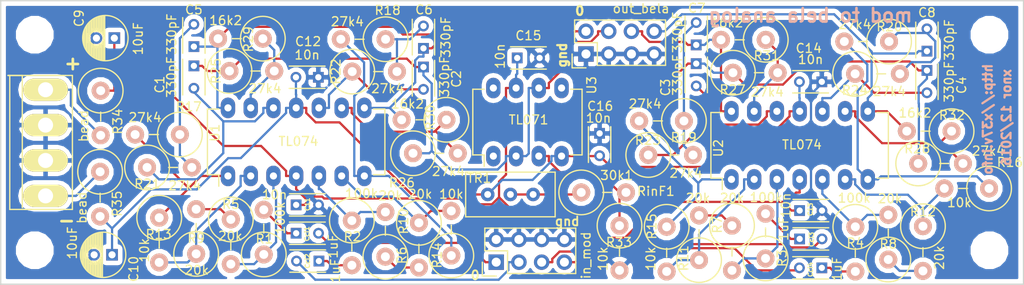
<source format=kicad_pcb>
(kicad_pcb (version 4) (host pcbnew 4.0.4+e1-6308~48~ubuntu16.04.1-stable)

  (general
    (links 120)
    (no_connects 0)
    (area 76.124999 69.774999 190.575001 101.675001)
    (thickness 1.6)
    (drawings 13)
    (tracks 373)
    (zones 0)
    (modules 67)
    (nets 49)
  )

  (page A4)
  (layers
    (0 F.Cu signal)
    (31 B.Cu signal)
    (32 B.Adhes user)
    (33 F.Adhes user)
    (34 B.Paste user)
    (35 F.Paste user)
    (36 B.SilkS user)
    (37 F.SilkS user)
    (38 B.Mask user)
    (39 F.Mask user)
    (40 Dwgs.User user)
    (41 Cmts.User user)
    (42 Eco1.User user)
    (43 Eco2.User user)
    (44 Edge.Cuts user)
    (45 Margin user)
    (46 B.CrtYd user)
    (47 F.CrtYd user)
    (48 B.Fab user)
    (49 F.Fab user)
  )

  (setup
    (last_trace_width 0.25)
    (trace_clearance 0.2)
    (zone_clearance 0.508)
    (zone_45_only no)
    (trace_min 0.2)
    (segment_width 0.2)
    (edge_width 0.15)
    (via_size 0.6)
    (via_drill 0.4)
    (via_min_size 0.4)
    (via_min_drill 0.3)
    (uvia_size 0.3)
    (uvia_drill 0.1)
    (uvias_allowed no)
    (uvia_min_size 0.2)
    (uvia_min_drill 0.1)
    (pcb_text_width 0.3)
    (pcb_text_size 1.5 1.5)
    (mod_edge_width 0.15)
    (mod_text_size 1 1)
    (mod_text_width 0.15)
    (pad_size 3.2 3.2)
    (pad_drill 3.2)
    (pad_to_mask_clearance 0.2)
    (aux_axis_origin 76.2635 101.5365)
    (grid_origin 76.2635 101.5365)
    (visible_elements FFFFFF7F)
    (pcbplotparams
      (layerselection 0x00030_80000001)
      (usegerberextensions false)
      (excludeedgelayer true)
      (linewidth 0.100000)
      (plotframeref false)
      (viasonmask false)
      (mode 1)
      (useauxorigin false)
      (hpglpennumber 1)
      (hpglpenspeed 20)
      (hpglpendiameter 15)
      (hpglpenoverlay 2)
      (psnegative false)
      (psa4output false)
      (plotreference true)
      (plotvalue true)
      (plotinvisibletext false)
      (padsonsilk false)
      (subtractmaskfromsilk false)
      (outputformat 1)
      (mirror false)
      (drillshape 1)
      (scaleselection 1)
      (outputdirectory ""))
  )

  (net 0 "")
  (net 1 inputoffset)
  (net 2 "Net-(C1-Pad2)")
  (net 3 "Net-(C2-Pad2)")
  (net 4 "Net-(C3-Pad2)")
  (net 5 "Net-(C4-Pad2)")
  (net 6 bela_ain0)
  (net 7 "Net-(C5-Pad2)")
  (net 8 bela_ain1)
  (net 9 "Net-(C6-Pad2)")
  (net 10 bela_ain2)
  (net 11 "Net-(C7-Pad2)")
  (net 12 bela_ain3)
  (net 13 "Net-(C8-Pad2)")
  (net 14 VCC)
  (net 15 GND)
  (net 16 VSS)
  (net 17 "Net-(Cci1-Pad1)")
  (net 18 modular_ain0)
  (net 19 "Net-(Cci2-Pad1)")
  (net 20 modular_ain1)
  (net 21 "Net-(Cci3-Pad1)")
  (net 22 modular_ain2)
  (net 23 "Net-(Cci4-Pad1)")
  (net 24 modular_ain3)
  (net 25 "Net-(P1-Pad1)")
  (net 26 "Net-(P1-Pad4)")
  (net 27 "Net-(R1-Pad1)")
  (net 28 "Net-(R2-Pad1)")
  (net 29 "Net-(R3-Pad1)")
  (net 30 "Net-(R4-Pad1)")
  (net 31 "Net-(R5-Pad1)")
  (net 32 "Net-(R10-Pad1)")
  (net 33 "Net-(R11-Pad1)")
  (net 34 "Net-(R12-Pad1)")
  (net 35 "Net-(R13-Pad2)")
  (net 36 "Net-(R10-Pad2)")
  (net 37 "Net-(R11-Pad2)")
  (net 38 "Net-(R12-Pad2)")
  (net 39 "Net-(R13-Pad1)")
  (net 40 "Net-(R14-Pad1)")
  (net 41 "Net-(R15-Pad1)")
  (net 42 "Net-(R16-Pad1)")
  (net 43 "Net-(R25-Pad2)")
  (net 44 "Net-(R26-Pad2)")
  (net 45 "Net-(R27-Pad2)")
  (net 46 "Net-(R28-Pad2)")
  (net 47 "Net-(R33-Pad1)")
  (net 48 "Net-(RinF1-Pad1)")

  (net_class Default "This is the default net class."
    (clearance 0.2)
    (trace_width 0.25)
    (via_dia 0.6)
    (via_drill 0.4)
    (uvia_dia 0.3)
    (uvia_drill 0.1)
    (add_net GND)
    (add_net "Net-(C1-Pad2)")
    (add_net "Net-(C2-Pad2)")
    (add_net "Net-(C3-Pad2)")
    (add_net "Net-(C4-Pad2)")
    (add_net "Net-(C5-Pad2)")
    (add_net "Net-(C6-Pad2)")
    (add_net "Net-(C7-Pad2)")
    (add_net "Net-(C8-Pad2)")
    (add_net "Net-(Cci1-Pad1)")
    (add_net "Net-(Cci2-Pad1)")
    (add_net "Net-(Cci3-Pad1)")
    (add_net "Net-(Cci4-Pad1)")
    (add_net "Net-(P1-Pad1)")
    (add_net "Net-(P1-Pad4)")
    (add_net "Net-(R1-Pad1)")
    (add_net "Net-(R10-Pad1)")
    (add_net "Net-(R10-Pad2)")
    (add_net "Net-(R11-Pad1)")
    (add_net "Net-(R11-Pad2)")
    (add_net "Net-(R12-Pad1)")
    (add_net "Net-(R12-Pad2)")
    (add_net "Net-(R13-Pad1)")
    (add_net "Net-(R13-Pad2)")
    (add_net "Net-(R14-Pad1)")
    (add_net "Net-(R15-Pad1)")
    (add_net "Net-(R16-Pad1)")
    (add_net "Net-(R2-Pad1)")
    (add_net "Net-(R25-Pad2)")
    (add_net "Net-(R26-Pad2)")
    (add_net "Net-(R27-Pad2)")
    (add_net "Net-(R28-Pad2)")
    (add_net "Net-(R3-Pad1)")
    (add_net "Net-(R33-Pad1)")
    (add_net "Net-(R4-Pad1)")
    (add_net "Net-(R5-Pad1)")
    (add_net "Net-(RinF1-Pad1)")
    (add_net VCC)
    (add_net VSS)
    (add_net bela_ain0)
    (add_net bela_ain1)
    (add_net bela_ain2)
    (add_net bela_ain3)
    (add_net inputoffset)
    (add_net modular_ain0)
    (add_net modular_ain1)
    (add_net modular_ain2)
    (add_net modular_ain3)
  )

  (module Capacitors_ThroughHole:C_Rect_L4_W2.5_P2.5 (layer F.Cu) (tedit 58463C89) (tstamp 58445D74)
    (at 97.79 77.1525 270)
    (descr "Film Capacitor Length 4mm x Width 2.5mm, Pitch 2.5mm")
    (tags Capacitor)
    (path /5844A252)
    (fp_text reference C1 (at 2.0955 3.81 270) (layer F.SilkS)
      (effects (font (size 1 1) (thickness 0.15)))
    )
    (fp_text value 330pF (at 1.25 2.5 270) (layer F.SilkS)
      (effects (font (size 1 1) (thickness 0.15)))
    )
    (fp_line (start -1 -1.5) (end 3.5 -1.5) (layer F.CrtYd) (width 0.05))
    (fp_line (start 3.5 -1.5) (end 3.5 1.5) (layer F.CrtYd) (width 0.05))
    (fp_line (start 3.5 1.5) (end -1 1.5) (layer F.CrtYd) (width 0.05))
    (fp_line (start -1 1.5) (end -1 -1.5) (layer F.CrtYd) (width 0.05))
    (fp_line (start -0.75 -1.25) (end 3.25 -1.25) (layer F.SilkS) (width 0.15))
    (fp_line (start -0.75 1.25) (end 3.25 1.25) (layer F.SilkS) (width 0.15))
    (pad 1 thru_hole rect (at 0 0 270) (size 1.2 1.2) (drill 0.7) (layers *.Cu *.Mask)
      (net 1 inputoffset))
    (pad 2 thru_hole circle (at 2.5 0 270) (size 1.2 1.2) (drill 0.7) (layers *.Cu *.Mask)
      (net 2 "Net-(C1-Pad2)"))
  )

  (module Capacitors_ThroughHole:C_Rect_L4_W2.5_P2.5 (layer F.Cu) (tedit 58463CEF) (tstamp 58445D7A)
    (at 123.444 77.2795 270)
    (descr "Film Capacitor Length 4mm x Width 2.5mm, Pitch 2.5mm")
    (tags Capacitor)
    (path /5844A2E7)
    (fp_text reference C2 (at 1.3335 -3.683 270) (layer F.SilkS)
      (effects (font (size 1 1) (thickness 0.15)))
    )
    (fp_text value 330pF (at 1.0795 -2.3495 270) (layer F.SilkS)
      (effects (font (size 1 1) (thickness 0.15)))
    )
    (fp_line (start -1 -1.5) (end 3.5 -1.5) (layer F.CrtYd) (width 0.05))
    (fp_line (start 3.5 -1.5) (end 3.5 1.5) (layer F.CrtYd) (width 0.05))
    (fp_line (start 3.5 1.5) (end -1 1.5) (layer F.CrtYd) (width 0.05))
    (fp_line (start -1 1.5) (end -1 -1.5) (layer F.CrtYd) (width 0.05))
    (fp_line (start -0.75 -1.25) (end 3.25 -1.25) (layer F.SilkS) (width 0.15))
    (fp_line (start -0.75 1.25) (end 3.25 1.25) (layer F.SilkS) (width 0.15))
    (pad 1 thru_hole rect (at 0 0 270) (size 1.2 1.2) (drill 0.7) (layers *.Cu *.Mask)
      (net 1 inputoffset))
    (pad 2 thru_hole circle (at 2.5 0 270) (size 1.2 1.2) (drill 0.7) (layers *.Cu *.Mask)
      (net 3 "Net-(C2-Pad2)"))
  )

  (module Capacitors_ThroughHole:C_Rect_L4_W2.5_P2.5 (layer F.Cu) (tedit 5846CFE4) (tstamp 58445D80)
    (at 153.924 76.8985 270)
    (descr "Film Capacitor Length 4mm x Width 2.5mm, Pitch 2.5mm")
    (tags Capacitor)
    (path /5844A37C)
    (fp_text reference C3 (at 2.667 3.429 270) (layer F.SilkS)
      (effects (font (size 1 1) (thickness 0.15)))
    )
    (fp_text value 330pF (at 1.27 2.0955 270) (layer F.SilkS)
      (effects (font (size 1 1) (thickness 0.15)))
    )
    (fp_line (start -1 -1.5) (end 3.5 -1.5) (layer F.CrtYd) (width 0.05))
    (fp_line (start 3.5 -1.5) (end 3.5 1.5) (layer F.CrtYd) (width 0.05))
    (fp_line (start 3.5 1.5) (end -1 1.5) (layer F.CrtYd) (width 0.05))
    (fp_line (start -1 1.5) (end -1 -1.5) (layer F.CrtYd) (width 0.05))
    (fp_line (start -0.75 -1.25) (end 3.25 -1.25) (layer F.SilkS) (width 0.15))
    (fp_line (start -0.75 1.25) (end 3.25 1.25) (layer F.SilkS) (width 0.15))
    (pad 1 thru_hole rect (at 0 0 270) (size 1.2 1.2) (drill 0.7) (layers *.Cu *.Mask)
      (net 1 inputoffset))
    (pad 2 thru_hole circle (at 2.5 0 270) (size 1.2 1.2) (drill 0.7) (layers *.Cu *.Mask)
      (net 4 "Net-(C3-Pad2)"))
  )

  (module Capacitors_ThroughHole:C_Rect_L4_W2.5_P2.5 (layer F.Cu) (tedit 58463E8E) (tstamp 58445D86)
    (at 179.705 77.6605 270)
    (descr "Film Capacitor Length 4mm x Width 2.5mm, Pitch 2.5mm")
    (tags Capacitor)
    (path /5844A411)
    (fp_text reference C4 (at 1.651 -3.8735 270) (layer F.SilkS)
      (effects (font (size 1 1) (thickness 0.15)))
    )
    (fp_text value 330pF (at 1.27 -2.4765 270) (layer F.SilkS)
      (effects (font (size 1 1) (thickness 0.15)))
    )
    (fp_line (start -1 -1.5) (end 3.5 -1.5) (layer F.CrtYd) (width 0.05))
    (fp_line (start 3.5 -1.5) (end 3.5 1.5) (layer F.CrtYd) (width 0.05))
    (fp_line (start 3.5 1.5) (end -1 1.5) (layer F.CrtYd) (width 0.05))
    (fp_line (start -1 1.5) (end -1 -1.5) (layer F.CrtYd) (width 0.05))
    (fp_line (start -0.75 -1.25) (end 3.25 -1.25) (layer F.SilkS) (width 0.15))
    (fp_line (start -0.75 1.25) (end 3.25 1.25) (layer F.SilkS) (width 0.15))
    (pad 1 thru_hole rect (at 0 0 270) (size 1.2 1.2) (drill 0.7) (layers *.Cu *.Mask)
      (net 1 inputoffset))
    (pad 2 thru_hole circle (at 2.5 0 270) (size 1.2 1.2) (drill 0.7) (layers *.Cu *.Mask)
      (net 5 "Net-(C4-Pad2)"))
  )

  (module Capacitors_ThroughHole:C_Rect_L4_W2.5_P2.5 (layer F.Cu) (tedit 58463C83) (tstamp 58445D8C)
    (at 97.79 74.9935 90)
    (descr "Film Capacitor Length 4mm x Width 2.5mm, Pitch 2.5mm")
    (tags Capacitor)
    (path /5844A243)
    (fp_text reference C5 (at 4.1275 0 180) (layer F.SilkS)
      (effects (font (size 1 1) (thickness 0.15)))
    )
    (fp_text value 330pF (at 1.397 -2.4765 90) (layer F.SilkS)
      (effects (font (size 1 1) (thickness 0.15)))
    )
    (fp_line (start -1 -1.5) (end 3.5 -1.5) (layer F.CrtYd) (width 0.05))
    (fp_line (start 3.5 -1.5) (end 3.5 1.5) (layer F.CrtYd) (width 0.05))
    (fp_line (start 3.5 1.5) (end -1 1.5) (layer F.CrtYd) (width 0.05))
    (fp_line (start -1 1.5) (end -1 -1.5) (layer F.CrtYd) (width 0.05))
    (fp_line (start -0.75 -1.25) (end 3.25 -1.25) (layer F.SilkS) (width 0.15))
    (fp_line (start -0.75 1.25) (end 3.25 1.25) (layer F.SilkS) (width 0.15))
    (pad 1 thru_hole rect (at 0 0 90) (size 1.2 1.2) (drill 0.7) (layers *.Cu *.Mask)
      (net 6 bela_ain0))
    (pad 2 thru_hole circle (at 2.5 0 90) (size 1.2 1.2) (drill 0.7) (layers *.Cu *.Mask)
      (net 7 "Net-(C5-Pad2)"))
  )

  (module Capacitors_ThroughHole:C_Rect_L4_W2.5_P2.5 (layer F.Cu) (tedit 58463CF5) (tstamp 58445D92)
    (at 123.444 75.184 90)
    (descr "Film Capacitor Length 4mm x Width 2.5mm, Pitch 2.5mm")
    (tags Capacitor)
    (path /5844A2D8)
    (fp_text reference C6 (at 4.318 0.0635 180) (layer F.SilkS)
      (effects (font (size 1 1) (thickness 0.15)))
    )
    (fp_text value 330pF (at 1.25 2.5 90) (layer F.SilkS)
      (effects (font (size 1 1) (thickness 0.15)))
    )
    (fp_line (start -1 -1.5) (end 3.5 -1.5) (layer F.CrtYd) (width 0.05))
    (fp_line (start 3.5 -1.5) (end 3.5 1.5) (layer F.CrtYd) (width 0.05))
    (fp_line (start 3.5 1.5) (end -1 1.5) (layer F.CrtYd) (width 0.05))
    (fp_line (start -1 1.5) (end -1 -1.5) (layer F.CrtYd) (width 0.05))
    (fp_line (start -0.75 -1.25) (end 3.25 -1.25) (layer F.SilkS) (width 0.15))
    (fp_line (start -0.75 1.25) (end 3.25 1.25) (layer F.SilkS) (width 0.15))
    (pad 1 thru_hole rect (at 0 0 90) (size 1.2 1.2) (drill 0.7) (layers *.Cu *.Mask)
      (net 8 bela_ain1))
    (pad 2 thru_hole circle (at 2.5 0 90) (size 1.2 1.2) (drill 0.7) (layers *.Cu *.Mask)
      (net 9 "Net-(C6-Pad2)"))
  )

  (module Capacitors_ThroughHole:C_Rect_L4_W2.5_P2.5 (layer F.Cu) (tedit 58463E19) (tstamp 58445D98)
    (at 153.924 74.803 90)
    (descr "Film Capacitor Length 4mm x Width 2.5mm, Pitch 2.5mm")
    (tags Capacitor)
    (path /5844A36D)
    (fp_text reference C7 (at 4.1275 0.0635 180) (layer F.SilkS)
      (effects (font (size 1 1) (thickness 0.15)))
    )
    (fp_text value 330pF (at 1.397 -2.0955 90) (layer F.SilkS)
      (effects (font (size 1 1) (thickness 0.15)))
    )
    (fp_line (start -1 -1.5) (end 3.5 -1.5) (layer F.CrtYd) (width 0.05))
    (fp_line (start 3.5 -1.5) (end 3.5 1.5) (layer F.CrtYd) (width 0.05))
    (fp_line (start 3.5 1.5) (end -1 1.5) (layer F.CrtYd) (width 0.05))
    (fp_line (start -1 1.5) (end -1 -1.5) (layer F.CrtYd) (width 0.05))
    (fp_line (start -0.75 -1.25) (end 3.25 -1.25) (layer F.SilkS) (width 0.15))
    (fp_line (start -0.75 1.25) (end 3.25 1.25) (layer F.SilkS) (width 0.15))
    (pad 1 thru_hole rect (at 0 0 90) (size 1.2 1.2) (drill 0.7) (layers *.Cu *.Mask)
      (net 10 bela_ain2))
    (pad 2 thru_hole circle (at 2.5 0 90) (size 1.2 1.2) (drill 0.7) (layers *.Cu *.Mask)
      (net 11 "Net-(C7-Pad2)"))
  )

  (module Capacitors_ThroughHole:C_Rect_L4_W2.5_P2.5 (layer F.Cu) (tedit 58463E81) (tstamp 58445D9E)
    (at 179.705 75.5015 90)
    (descr "Film Capacitor Length 4mm x Width 2.5mm, Pitch 2.5mm")
    (tags Capacitor)
    (path /5844A402)
    (fp_text reference C8 (at 4.318 0 180) (layer F.SilkS)
      (effects (font (size 1 1) (thickness 0.15)))
    )
    (fp_text value 330pF (at 1.25 2.5 90) (layer F.SilkS)
      (effects (font (size 1 1) (thickness 0.15)))
    )
    (fp_line (start -1 -1.5) (end 3.5 -1.5) (layer F.CrtYd) (width 0.05))
    (fp_line (start 3.5 -1.5) (end 3.5 1.5) (layer F.CrtYd) (width 0.05))
    (fp_line (start 3.5 1.5) (end -1 1.5) (layer F.CrtYd) (width 0.05))
    (fp_line (start -1 1.5) (end -1 -1.5) (layer F.CrtYd) (width 0.05))
    (fp_line (start -0.75 -1.25) (end 3.25 -1.25) (layer F.SilkS) (width 0.15))
    (fp_line (start -0.75 1.25) (end 3.25 1.25) (layer F.SilkS) (width 0.15))
    (pad 1 thru_hole rect (at 0 0 90) (size 1.2 1.2) (drill 0.7) (layers *.Cu *.Mask)
      (net 12 bela_ain3))
    (pad 2 thru_hole circle (at 2.5 0 90) (size 1.2 1.2) (drill 0.7) (layers *.Cu *.Mask)
      (net 13 "Net-(C8-Pad2)"))
  )

  (module Capacitors_ThroughHole:C_Radial_D5_L11_P2 (layer F.Cu) (tedit 58463B52) (tstamp 58445DA4)
    (at 88.9 74.041 180)
    (descr "Radial Electrolytic Capacitor 5mm x Length 11mm, Pitch 2mm")
    (tags "Electrolytic Capacitor")
    (path /5844BEAC)
    (fp_text reference C9 (at 3.937 2.2225 270) (layer F.SilkS)
      (effects (font (size 1 1) (thickness 0.15)))
    )
    (fp_text value 10uF (at -2.667 -0.0635 270) (layer F.SilkS)
      (effects (font (size 1 1) (thickness 0.15)))
    )
    (fp_line (start 1.075 -2.499) (end 1.075 2.499) (layer F.SilkS) (width 0.15))
    (fp_line (start 1.215 -2.491) (end 1.215 -0.154) (layer F.SilkS) (width 0.15))
    (fp_line (start 1.215 0.154) (end 1.215 2.491) (layer F.SilkS) (width 0.15))
    (fp_line (start 1.355 -2.475) (end 1.355 -0.473) (layer F.SilkS) (width 0.15))
    (fp_line (start 1.355 0.473) (end 1.355 2.475) (layer F.SilkS) (width 0.15))
    (fp_line (start 1.495 -2.451) (end 1.495 -0.62) (layer F.SilkS) (width 0.15))
    (fp_line (start 1.495 0.62) (end 1.495 2.451) (layer F.SilkS) (width 0.15))
    (fp_line (start 1.635 -2.418) (end 1.635 -0.712) (layer F.SilkS) (width 0.15))
    (fp_line (start 1.635 0.712) (end 1.635 2.418) (layer F.SilkS) (width 0.15))
    (fp_line (start 1.775 -2.377) (end 1.775 -0.768) (layer F.SilkS) (width 0.15))
    (fp_line (start 1.775 0.768) (end 1.775 2.377) (layer F.SilkS) (width 0.15))
    (fp_line (start 1.915 -2.327) (end 1.915 -0.795) (layer F.SilkS) (width 0.15))
    (fp_line (start 1.915 0.795) (end 1.915 2.327) (layer F.SilkS) (width 0.15))
    (fp_line (start 2.055 -2.266) (end 2.055 -0.798) (layer F.SilkS) (width 0.15))
    (fp_line (start 2.055 0.798) (end 2.055 2.266) (layer F.SilkS) (width 0.15))
    (fp_line (start 2.195 -2.196) (end 2.195 -0.776) (layer F.SilkS) (width 0.15))
    (fp_line (start 2.195 0.776) (end 2.195 2.196) (layer F.SilkS) (width 0.15))
    (fp_line (start 2.335 -2.114) (end 2.335 -0.726) (layer F.SilkS) (width 0.15))
    (fp_line (start 2.335 0.726) (end 2.335 2.114) (layer F.SilkS) (width 0.15))
    (fp_line (start 2.475 -2.019) (end 2.475 -0.644) (layer F.SilkS) (width 0.15))
    (fp_line (start 2.475 0.644) (end 2.475 2.019) (layer F.SilkS) (width 0.15))
    (fp_line (start 2.615 -1.908) (end 2.615 -0.512) (layer F.SilkS) (width 0.15))
    (fp_line (start 2.615 0.512) (end 2.615 1.908) (layer F.SilkS) (width 0.15))
    (fp_line (start 2.755 -1.78) (end 2.755 -0.265) (layer F.SilkS) (width 0.15))
    (fp_line (start 2.755 0.265) (end 2.755 1.78) (layer F.SilkS) (width 0.15))
    (fp_line (start 2.895 -1.631) (end 2.895 1.631) (layer F.SilkS) (width 0.15))
    (fp_line (start 3.035 -1.452) (end 3.035 1.452) (layer F.SilkS) (width 0.15))
    (fp_line (start 3.175 -1.233) (end 3.175 1.233) (layer F.SilkS) (width 0.15))
    (fp_line (start 3.315 -0.944) (end 3.315 0.944) (layer F.SilkS) (width 0.15))
    (fp_line (start 3.455 -0.472) (end 3.455 0.472) (layer F.SilkS) (width 0.15))
    (fp_circle (center 2 0) (end 2 -0.8) (layer F.SilkS) (width 0.15))
    (fp_circle (center 1 0) (end 1 -2.5375) (layer F.SilkS) (width 0.15))
    (fp_circle (center 1 0) (end 1 -2.8) (layer F.CrtYd) (width 0.05))
    (pad 1 thru_hole rect (at 0 0 180) (size 1.3 1.3) (drill 0.8) (layers *.Cu *.Mask)
      (net 14 VCC))
    (pad 2 thru_hole circle (at 2 0 180) (size 1.3 1.3) (drill 0.8) (layers *.Cu *.Mask)
      (net 15 GND))
    (model Capacitors_ThroughHole.3dshapes/C_Radial_D5_L11_P2.wrl
      (at (xyz 0 0 0))
      (scale (xyz 1 1 1))
      (rotate (xyz 0 0 0))
    )
  )

  (module Capacitors_ThroughHole:C_Radial_D5_L11_P2 (layer F.Cu) (tedit 58463B60) (tstamp 58445DAA)
    (at 88.646 98.298 180)
    (descr "Radial Electrolytic Capacitor 5mm x Length 11mm, Pitch 2mm")
    (tags "Electrolytic Capacitor")
    (path /5844BEA5)
    (fp_text reference C10 (at -2.413 -1.5875 270) (layer F.SilkS)
      (effects (font (size 1 1) (thickness 0.15)))
    )
    (fp_text value 10uF (at 4.445 1.3335 270) (layer F.SilkS)
      (effects (font (size 1 1) (thickness 0.15)))
    )
    (fp_line (start 1.075 -2.499) (end 1.075 2.499) (layer F.SilkS) (width 0.15))
    (fp_line (start 1.215 -2.491) (end 1.215 -0.154) (layer F.SilkS) (width 0.15))
    (fp_line (start 1.215 0.154) (end 1.215 2.491) (layer F.SilkS) (width 0.15))
    (fp_line (start 1.355 -2.475) (end 1.355 -0.473) (layer F.SilkS) (width 0.15))
    (fp_line (start 1.355 0.473) (end 1.355 2.475) (layer F.SilkS) (width 0.15))
    (fp_line (start 1.495 -2.451) (end 1.495 -0.62) (layer F.SilkS) (width 0.15))
    (fp_line (start 1.495 0.62) (end 1.495 2.451) (layer F.SilkS) (width 0.15))
    (fp_line (start 1.635 -2.418) (end 1.635 -0.712) (layer F.SilkS) (width 0.15))
    (fp_line (start 1.635 0.712) (end 1.635 2.418) (layer F.SilkS) (width 0.15))
    (fp_line (start 1.775 -2.377) (end 1.775 -0.768) (layer F.SilkS) (width 0.15))
    (fp_line (start 1.775 0.768) (end 1.775 2.377) (layer F.SilkS) (width 0.15))
    (fp_line (start 1.915 -2.327) (end 1.915 -0.795) (layer F.SilkS) (width 0.15))
    (fp_line (start 1.915 0.795) (end 1.915 2.327) (layer F.SilkS) (width 0.15))
    (fp_line (start 2.055 -2.266) (end 2.055 -0.798) (layer F.SilkS) (width 0.15))
    (fp_line (start 2.055 0.798) (end 2.055 2.266) (layer F.SilkS) (width 0.15))
    (fp_line (start 2.195 -2.196) (end 2.195 -0.776) (layer F.SilkS) (width 0.15))
    (fp_line (start 2.195 0.776) (end 2.195 2.196) (layer F.SilkS) (width 0.15))
    (fp_line (start 2.335 -2.114) (end 2.335 -0.726) (layer F.SilkS) (width 0.15))
    (fp_line (start 2.335 0.726) (end 2.335 2.114) (layer F.SilkS) (width 0.15))
    (fp_line (start 2.475 -2.019) (end 2.475 -0.644) (layer F.SilkS) (width 0.15))
    (fp_line (start 2.475 0.644) (end 2.475 2.019) (layer F.SilkS) (width 0.15))
    (fp_line (start 2.615 -1.908) (end 2.615 -0.512) (layer F.SilkS) (width 0.15))
    (fp_line (start 2.615 0.512) (end 2.615 1.908) (layer F.SilkS) (width 0.15))
    (fp_line (start 2.755 -1.78) (end 2.755 -0.265) (layer F.SilkS) (width 0.15))
    (fp_line (start 2.755 0.265) (end 2.755 1.78) (layer F.SilkS) (width 0.15))
    (fp_line (start 2.895 -1.631) (end 2.895 1.631) (layer F.SilkS) (width 0.15))
    (fp_line (start 3.035 -1.452) (end 3.035 1.452) (layer F.SilkS) (width 0.15))
    (fp_line (start 3.175 -1.233) (end 3.175 1.233) (layer F.SilkS) (width 0.15))
    (fp_line (start 3.315 -0.944) (end 3.315 0.944) (layer F.SilkS) (width 0.15))
    (fp_line (start 3.455 -0.472) (end 3.455 0.472) (layer F.SilkS) (width 0.15))
    (fp_circle (center 2 0) (end 2 -0.8) (layer F.SilkS) (width 0.15))
    (fp_circle (center 1 0) (end 1 -2.5375) (layer F.SilkS) (width 0.15))
    (fp_circle (center 1 0) (end 1 -2.8) (layer F.CrtYd) (width 0.05))
    (pad 1 thru_hole rect (at 0 0 180) (size 1.3 1.3) (drill 0.8) (layers *.Cu *.Mask)
      (net 16 VSS))
    (pad 2 thru_hole circle (at 2 0 180) (size 1.3 1.3) (drill 0.8) (layers *.Cu *.Mask)
      (net 15 GND))
    (model Capacitors_ThroughHole.3dshapes/C_Radial_D5_L11_P2.wrl
      (at (xyz 0 0 0))
      (scale (xyz 1 1 1))
      (rotate (xyz 0 0 0))
    )
  )

  (module Capacitors_ThroughHole:C_Rect_L4_W2.5_P2.5 (layer F.Cu) (tedit 5846407F) (tstamp 58445DB0)
    (at 109.22 92.71)
    (descr "Film Capacitor Length 4mm x Width 2.5mm, Pitch 2.5mm")
    (tags Capacitor)
    (path /58439622)
    (fp_text reference C11 (at 1.27 -0.0635 90) (layer F.SilkS)
      (effects (font (size 0.5 0.5) (thickness 0.125)))
    )
    (fp_text value 10n (at -2.413 -1.143) (layer F.SilkS)
      (effects (font (size 1 1) (thickness 0.15)))
    )
    (fp_line (start -1 -1.5) (end 3.5 -1.5) (layer F.CrtYd) (width 0.05))
    (fp_line (start 3.5 -1.5) (end 3.5 1.5) (layer F.CrtYd) (width 0.05))
    (fp_line (start 3.5 1.5) (end -1 1.5) (layer F.CrtYd) (width 0.05))
    (fp_line (start -1 1.5) (end -1 -1.5) (layer F.CrtYd) (width 0.05))
    (fp_line (start -0.75 -1.25) (end 3.25 -1.25) (layer F.SilkS) (width 0.15))
    (fp_line (start -0.75 1.25) (end 3.25 1.25) (layer F.SilkS) (width 0.15))
    (pad 1 thru_hole rect (at 0 0) (size 1.2 1.2) (drill 0.7) (layers *.Cu *.Mask)
      (net 14 VCC))
    (pad 2 thru_hole circle (at 2.5 0) (size 1.2 1.2) (drill 0.7) (layers *.Cu *.Mask)
      (net 15 GND))
  )

  (module Capacitors_ThroughHole:C_Rect_L4_W2.5_P2.5 (layer F.Cu) (tedit 58463CB2) (tstamp 58445DB6)
    (at 111.696 78.4225 180)
    (descr "Film Capacitor Length 4mm x Width 2.5mm, Pitch 2.5mm")
    (tags Capacitor)
    (path /58439629)
    (fp_text reference C12 (at 1.1425 4.0005 180) (layer F.SilkS)
      (effects (font (size 1 1) (thickness 0.15)))
    )
    (fp_text value 10n (at 1.25 2.5 180) (layer F.SilkS)
      (effects (font (size 1 1) (thickness 0.15)))
    )
    (fp_line (start -1 -1.5) (end 3.5 -1.5) (layer F.CrtYd) (width 0.05))
    (fp_line (start 3.5 -1.5) (end 3.5 1.5) (layer F.CrtYd) (width 0.05))
    (fp_line (start 3.5 1.5) (end -1 1.5) (layer F.CrtYd) (width 0.05))
    (fp_line (start -1 1.5) (end -1 -1.5) (layer F.CrtYd) (width 0.05))
    (fp_line (start -0.75 -1.25) (end 3.25 -1.25) (layer F.SilkS) (width 0.15))
    (fp_line (start -0.75 1.25) (end 3.25 1.25) (layer F.SilkS) (width 0.15))
    (pad 1 thru_hole rect (at 0 0 180) (size 1.2 1.2) (drill 0.7) (layers *.Cu *.Mask)
      (net 15 GND))
    (pad 2 thru_hole circle (at 2.5 0 180) (size 1.2 1.2) (drill 0.7) (layers *.Cu *.Mask)
      (net 16 VSS))
  )

  (module Capacitors_ThroughHole:C_Rect_L4_W2.5_P2.5 (layer F.Cu) (tedit 5846405C) (tstamp 58445DBC)
    (at 165.481 93.345)
    (descr "Film Capacitor Length 4mm x Width 2.5mm, Pitch 2.5mm")
    (tags Capacitor)
    (path /58439630)
    (fp_text reference C13 (at 1.2065 -0.127 90) (layer F.SilkS)
      (effects (font (size 0.5 0.5) (thickness 0.125)))
    )
    (fp_text value 10n (at -1.524 -0.5715 90) (layer F.SilkS)
      (effects (font (size 1 1) (thickness 0.15)))
    )
    (fp_line (start -1 -1.5) (end 3.5 -1.5) (layer F.CrtYd) (width 0.05))
    (fp_line (start 3.5 -1.5) (end 3.5 1.5) (layer F.CrtYd) (width 0.05))
    (fp_line (start 3.5 1.5) (end -1 1.5) (layer F.CrtYd) (width 0.05))
    (fp_line (start -1 1.5) (end -1 -1.5) (layer F.CrtYd) (width 0.05))
    (fp_line (start -0.75 -1.25) (end 3.25 -1.25) (layer F.SilkS) (width 0.15))
    (fp_line (start -0.75 1.25) (end 3.25 1.25) (layer F.SilkS) (width 0.15))
    (pad 1 thru_hole rect (at 0 0) (size 1.2 1.2) (drill 0.7) (layers *.Cu *.Mask)
      (net 14 VCC))
    (pad 2 thru_hole circle (at 2.5 0) (size 1.2 1.2) (drill 0.7) (layers *.Cu *.Mask)
      (net 15 GND))
  )

  (module Capacitors_ThroughHole:C_Rect_L4_W2.5_P2.5 (layer F.Cu) (tedit 58463E46) (tstamp 58445DC2)
    (at 167.958 78.9305 180)
    (descr "Film Capacitor Length 4mm x Width 2.5mm, Pitch 2.5mm")
    (tags Capacitor)
    (path /58439637)
    (fp_text reference C14 (at 1.461 3.7465 180) (layer F.SilkS)
      (effects (font (size 1 1) (thickness 0.15)))
    )
    (fp_text value 10n (at 1.25 2.5 180) (layer F.SilkS)
      (effects (font (size 1 1) (thickness 0.15)))
    )
    (fp_line (start -1 -1.5) (end 3.5 -1.5) (layer F.CrtYd) (width 0.05))
    (fp_line (start 3.5 -1.5) (end 3.5 1.5) (layer F.CrtYd) (width 0.05))
    (fp_line (start 3.5 1.5) (end -1 1.5) (layer F.CrtYd) (width 0.05))
    (fp_line (start -1 1.5) (end -1 -1.5) (layer F.CrtYd) (width 0.05))
    (fp_line (start -0.75 -1.25) (end 3.25 -1.25) (layer F.SilkS) (width 0.15))
    (fp_line (start -0.75 1.25) (end 3.25 1.25) (layer F.SilkS) (width 0.15))
    (pad 1 thru_hole rect (at 0 0 180) (size 1.2 1.2) (drill 0.7) (layers *.Cu *.Mask)
      (net 15 GND))
    (pad 2 thru_hole circle (at 2.5 0 180) (size 1.2 1.2) (drill 0.7) (layers *.Cu *.Mask)
      (net 16 VSS))
  )

  (module Capacitors_ThroughHole:C_Rect_L4_W2.5_P2.5 (layer F.Cu) (tedit 58463D8A) (tstamp 58445DC8)
    (at 133.922 76.2635)
    (descr "Film Capacitor Length 4mm x Width 2.5mm, Pitch 2.5mm")
    (tags Capacitor)
    (path /5843963E)
    (fp_text reference C15 (at 1.25 -2.5) (layer F.SilkS)
      (effects (font (size 1 1) (thickness 0.15)))
    )
    (fp_text value 10n (at -1.9055 -0.1905 90) (layer F.SilkS)
      (effects (font (size 1 1) (thickness 0.15)))
    )
    (fp_line (start -1 -1.5) (end 3.5 -1.5) (layer F.CrtYd) (width 0.05))
    (fp_line (start 3.5 -1.5) (end 3.5 1.5) (layer F.CrtYd) (width 0.05))
    (fp_line (start 3.5 1.5) (end -1 1.5) (layer F.CrtYd) (width 0.05))
    (fp_line (start -1 1.5) (end -1 -1.5) (layer F.CrtYd) (width 0.05))
    (fp_line (start -0.75 -1.25) (end 3.25 -1.25) (layer F.SilkS) (width 0.15))
    (fp_line (start -0.75 1.25) (end 3.25 1.25) (layer F.SilkS) (width 0.15))
    (pad 1 thru_hole rect (at 0 0) (size 1.2 1.2) (drill 0.7) (layers *.Cu *.Mask)
      (net 14 VCC))
    (pad 2 thru_hole circle (at 2.5 0) (size 1.2 1.2) (drill 0.7) (layers *.Cu *.Mask)
      (net 15 GND))
  )

  (module Capacitors_ThroughHole:C_Rect_L4_W2.5_P2.5 (layer F.Cu) (tedit 584640AB) (tstamp 58445DCE)
    (at 143.129 84.709 270)
    (descr "Film Capacitor Length 4mm x Width 2.5mm, Pitch 2.5mm")
    (tags Capacitor)
    (path /58439645)
    (fp_text reference C16 (at -3.048 -0.0635 360) (layer F.SilkS)
      (effects (font (size 1 1) (thickness 0.15)))
    )
    (fp_text value 10n (at -1.7145 0.127 360) (layer F.SilkS)
      (effects (font (size 1 1) (thickness 0.15)))
    )
    (fp_line (start -1 -1.5) (end 3.5 -1.5) (layer F.CrtYd) (width 0.05))
    (fp_line (start 3.5 -1.5) (end 3.5 1.5) (layer F.CrtYd) (width 0.05))
    (fp_line (start 3.5 1.5) (end -1 1.5) (layer F.CrtYd) (width 0.05))
    (fp_line (start -1 1.5) (end -1 -1.5) (layer F.CrtYd) (width 0.05))
    (fp_line (start -0.75 -1.25) (end 3.25 -1.25) (layer F.SilkS) (width 0.15))
    (fp_line (start -0.75 1.25) (end 3.25 1.25) (layer F.SilkS) (width 0.15))
    (pad 1 thru_hole rect (at 0 0 270) (size 1.2 1.2) (drill 0.7) (layers *.Cu *.Mask)
      (net 15 GND))
    (pad 2 thru_hole circle (at 2.5 0 270) (size 1.2 1.2) (drill 0.7) (layers *.Cu *.Mask)
      (net 16 VSS))
  )

  (module Capacitors_ThroughHole:C_Rect_L4_W2.5_P2.5 (layer F.Cu) (tedit 58463FF6) (tstamp 58445DD4)
    (at 109.22 95.885)
    (descr "Film Capacitor Length 4mm x Width 2.5mm, Pitch 2.5mm")
    (tags Capacitor)
    (path /5844A1F4)
    (fp_text reference Cci1 (at 1.2065 0.0635 90) (layer F.SilkS)
      (effects (font (size 0.5 0.5) (thickness 0.125)))
    )
    (fp_text value 1uF (at 4.3815 4.191 90) (layer F.SilkS)
      (effects (font (size 1 1) (thickness 0.15)))
    )
    (fp_line (start -1 -1.5) (end 3.5 -1.5) (layer F.CrtYd) (width 0.05))
    (fp_line (start 3.5 -1.5) (end 3.5 1.5) (layer F.CrtYd) (width 0.05))
    (fp_line (start 3.5 1.5) (end -1 1.5) (layer F.CrtYd) (width 0.05))
    (fp_line (start -1 1.5) (end -1 -1.5) (layer F.CrtYd) (width 0.05))
    (fp_line (start -0.75 -1.25) (end 3.25 -1.25) (layer F.SilkS) (width 0.15))
    (fp_line (start -0.75 1.25) (end 3.25 1.25) (layer F.SilkS) (width 0.15))
    (pad 1 thru_hole rect (at 0 0) (size 1.2 1.2) (drill 0.7) (layers *.Cu *.Mask)
      (net 17 "Net-(Cci1-Pad1)"))
    (pad 2 thru_hole circle (at 2.5 0) (size 1.2 1.2) (drill 0.7) (layers *.Cu *.Mask)
      (net 18 modular_ain0))
  )

  (module Capacitors_ThroughHole:C_Rect_L4_W2.5_P2.5 (layer F.Cu) (tedit 58463FEB) (tstamp 58445DDA)
    (at 111.76 98.9965 180)
    (descr "Film Capacitor Length 4mm x Width 2.5mm, Pitch 2.5mm")
    (tags Capacitor)
    (path /5844A289)
    (fp_text reference Cci2 (at 1.27 0 270) (layer F.SilkS)
      (effects (font (size 0.5 0.5) (thickness 0.125)))
    )
    (fp_text value 1uF (at -1.5875 1.651 270) (layer F.SilkS)
      (effects (font (size 1 1) (thickness 0.15)))
    )
    (fp_line (start -1 -1.5) (end 3.5 -1.5) (layer F.CrtYd) (width 0.05))
    (fp_line (start 3.5 -1.5) (end 3.5 1.5) (layer F.CrtYd) (width 0.05))
    (fp_line (start 3.5 1.5) (end -1 1.5) (layer F.CrtYd) (width 0.05))
    (fp_line (start -1 1.5) (end -1 -1.5) (layer F.CrtYd) (width 0.05))
    (fp_line (start -0.75 -1.25) (end 3.25 -1.25) (layer F.SilkS) (width 0.15))
    (fp_line (start -0.75 1.25) (end 3.25 1.25) (layer F.SilkS) (width 0.15))
    (pad 1 thru_hole rect (at 0 0 180) (size 1.2 1.2) (drill 0.7) (layers *.Cu *.Mask)
      (net 19 "Net-(Cci2-Pad1)"))
    (pad 2 thru_hole circle (at 2.5 0 180) (size 1.2 1.2) (drill 0.7) (layers *.Cu *.Mask)
      (net 20 modular_ain1))
  )

  (module Capacitors_ThroughHole:C_Rect_L4_W2.5_P2.5 (layer F.Cu) (tedit 5846403F) (tstamp 58445DE0)
    (at 165.481 96.52)
    (descr "Film Capacitor Length 4mm x Width 2.5mm, Pitch 2.5mm")
    (tags Capacitor)
    (path /5844A31E)
    (fp_text reference Cci3 (at 1.3335 0.0635 90) (layer F.SilkS)
      (effects (font (size 0.5 0.5) (thickness 0.125)))
    )
    (fp_text value 1uF (at -1.778 -1.143 90) (layer F.SilkS)
      (effects (font (size 1 1) (thickness 0.15)))
    )
    (fp_line (start -1 -1.5) (end 3.5 -1.5) (layer F.CrtYd) (width 0.05))
    (fp_line (start 3.5 -1.5) (end 3.5 1.5) (layer F.CrtYd) (width 0.05))
    (fp_line (start 3.5 1.5) (end -1 1.5) (layer F.CrtYd) (width 0.05))
    (fp_line (start -1 1.5) (end -1 -1.5) (layer F.CrtYd) (width 0.05))
    (fp_line (start -0.75 -1.25) (end 3.25 -1.25) (layer F.SilkS) (width 0.15))
    (fp_line (start -0.75 1.25) (end 3.25 1.25) (layer F.SilkS) (width 0.15))
    (pad 1 thru_hole rect (at 0 0) (size 1.2 1.2) (drill 0.7) (layers *.Cu *.Mask)
      (net 21 "Net-(Cci3-Pad1)"))
    (pad 2 thru_hole circle (at 2.5 0) (size 1.2 1.2) (drill 0.7) (layers *.Cu *.Mask)
      (net 22 modular_ain2))
  )

  (module Capacitors_ThroughHole:C_Rect_L4_W2.5_P2.5 (layer F.Cu) (tedit 58464045) (tstamp 58445DE6)
    (at 167.958 99.7585 180)
    (descr "Film Capacitor Length 4mm x Width 2.5mm, Pitch 2.5mm")
    (tags Capacitor)
    (path /5844A3B3)
    (fp_text reference Cci4 (at 1.2705 -0.1905 270) (layer F.SilkS)
      (effects (font (size 0.5 0.5) (thickness 0.125)))
    )
    (fp_text value 1uF (at -1.714 -0.127 270) (layer F.SilkS)
      (effects (font (size 1 1) (thickness 0.15)))
    )
    (fp_line (start -1 -1.5) (end 3.5 -1.5) (layer F.CrtYd) (width 0.05))
    (fp_line (start 3.5 -1.5) (end 3.5 1.5) (layer F.CrtYd) (width 0.05))
    (fp_line (start 3.5 1.5) (end -1 1.5) (layer F.CrtYd) (width 0.05))
    (fp_line (start -1 1.5) (end -1 -1.5) (layer F.CrtYd) (width 0.05))
    (fp_line (start -0.75 -1.25) (end 3.25 -1.25) (layer F.SilkS) (width 0.15))
    (fp_line (start -0.75 1.25) (end 3.25 1.25) (layer F.SilkS) (width 0.15))
    (pad 1 thru_hole rect (at 0 0 180) (size 1.2 1.2) (drill 0.7) (layers *.Cu *.Mask)
      (net 23 "Net-(Cci4-Pad1)"))
    (pad 2 thru_hole circle (at 2.5 0 180) (size 1.2 1.2) (drill 0.7) (layers *.Cu *.Mask)
      (net 24 modular_ain3))
  )

  (module mta-156:MTA-156-4 (layer F.Cu) (tedit 5846D0B3) (tstamp 58445DEE)
    (at 81.2165 79.8195)
    (descr MTA-156-4)
    (tags MTA-156-4)
    (path /5844BEB3)
    (fp_text reference P1 (at 0 -5.1) (layer F.SilkS) hide
      (effects (font (size 1 1) (thickness 0.15)))
    )
    (fp_text value MTA-156-4 (at 0 -3.1) (layer F.Fab) hide
      (effects (font (size 1 1) (thickness 0.15)))
    )
    (fp_line (start -4 -1.6) (end -4 13.4) (layer F.SilkS) (width 0.15))
    (fp_line (start -4.2 -1.6) (end -2.6 -1.6) (layer F.SilkS) (width 0.15))
    (fp_line (start -2.6 -1.6) (end -2.6 13.2) (layer F.SilkS) (width 0.15))
    (fp_line (start -4.2 -1.6) (end 3 -1.6) (layer F.SilkS) (width 0.15))
    (fp_line (start 3 -1.6) (end 3 13.4) (layer F.SilkS) (width 0.15))
    (fp_line (start 3 13.4) (end -4 13.4) (layer F.SilkS) (width 0.15))
    (fp_line (start 3.2 -1.8) (end -4.2 -1.8) (layer F.CrtYd) (width 0.15))
    (fp_line (start -4.2 -1.8) (end -4.2 13.4) (layer F.CrtYd) (width 0.15))
    (fp_line (start -4.2 13.6) (end 3.2 13.6) (layer F.CrtYd) (width 0.15))
    (fp_line (start 3.2 13.4) (end 3.2 -1.6) (layer F.CrtYd) (width 0.15))
    (fp_line (start -1.27 8.89) (end 1.27 8.89) (layer F.SilkS) (width 0.15))
    (pad 1 thru_hole oval (at 0 0) (size 5 2.5) (drill 1.68) (layers *.Cu *.Mask F.SilkS)
      (net 25 "Net-(P1-Pad1)"))
    (pad 2 thru_hole oval (at 0 3.96) (size 5 2.5) (drill 1.68) (layers *.Cu *.Mask F.SilkS)
      (net 15 GND))
    (pad 3 thru_hole oval (at 0 7.92) (size 5 2.5) (drill 1.68) (layers *.Cu *.Mask F.SilkS)
      (net 15 GND))
    (pad 4 thru_hole oval (at 0 11.88) (size 5 2.5) (drill 1.68) (layers *.Cu *.Mask F.SilkS)
      (net 26 "Net-(P1-Pad4)"))
    (model Pin_Headers.3dshapes/Pin_Header_Straight_1x04.wrl
      (at (xyz 0 -0.15 0))
      (scale (xyz 1 1 1))
      (rotate (xyz 0 0 90))
    )
  )

  (module Resistors_ThroughHole:Resistor_Vertical_RM5mm (layer F.Cu) (tedit 58463C3B) (tstamp 58445E23)
    (at 105.6 95.758 90)
    (descr "Resistor, Vertical, RM 5mm, 1/3W,")
    (tags "Resistor, Vertical, RM 5mm, 1/3W,")
    (path /5844A1FB)
    (fp_text reference R1 (at -0.762 0.064 180) (layer F.SilkS)
      (effects (font (size 1 1) (thickness 0.15)))
    )
    (fp_text value 100k (at 1.5875 1.842 270) (layer F.SilkS)
      (effects (font (size 1 1) (thickness 0.15)))
    )
    (fp_line (start -0.09906 0) (end 0.9017 0) (layer F.SilkS) (width 0.15))
    (fp_circle (center -2.49936 0) (end 0 0) (layer F.SilkS) (width 0.15))
    (pad 1 thru_hole circle (at -2.49936 0 90) (size 1.99898 1.99898) (drill 1.00076) (layers *.Cu *.SilkS *.Mask)
      (net 27 "Net-(R1-Pad1)"))
    (pad 2 thru_hole circle (at 2.5019 0 90) (size 1.99898 1.99898) (drill 1.00076) (layers *.Cu *.SilkS *.Mask)
      (net 17 "Net-(Cci1-Pad1)"))
  )

  (module Resistors_ThroughHole:Resistor_Vertical_RM5mm (layer F.Cu) (tedit 58463C5A) (tstamp 58445E29)
    (at 115.443 96.9645 270)
    (descr "Resistor, Vertical, RM 5mm, 1/3W,")
    (tags "Resistor, Vertical, RM 5mm, 1/3W,")
    (path /5844A290)
    (fp_text reference R2 (at -0.6985 -0.0635 360) (layer F.SilkS)
      (effects (font (size 1 1) (thickness 0.15)))
    )
    (fp_text value 100k (at -5.5245 -1.0795 360) (layer F.SilkS)
      (effects (font (size 1 1) (thickness 0.15)))
    )
    (fp_line (start -0.09906 0) (end 0.9017 0) (layer F.SilkS) (width 0.15))
    (fp_circle (center -2.49936 0) (end 0 0) (layer F.SilkS) (width 0.15))
    (pad 1 thru_hole circle (at -2.49936 0 270) (size 1.99898 1.99898) (drill 1.00076) (layers *.Cu *.SilkS *.Mask)
      (net 28 "Net-(R2-Pad1)"))
    (pad 2 thru_hole circle (at 2.5019 0 270) (size 1.99898 1.99898) (drill 1.00076) (layers *.Cu *.SilkS *.Mask)
      (net 19 "Net-(Cci2-Pad1)"))
  )

  (module Resistors_ThroughHole:Resistor_Vertical_RM5mm (layer F.Cu) (tedit 58463F6B) (tstamp 58445E2F)
    (at 161.671 96.2025 90)
    (descr "Resistor, Vertical, RM 5mm, 1/3W,")
    (tags "Resistor, Vertical, RM 5mm, 1/3W,")
    (path /5844A325)
    (fp_text reference R3 (at -2.4765 1.8415 90) (layer F.SilkS)
      (effects (font (size 1 1) (thickness 0.15)))
    )
    (fp_text value 100k (at 4.318 0.0635 180) (layer F.SilkS)
      (effects (font (size 1 1) (thickness 0.15)))
    )
    (fp_line (start -0.09906 0) (end 0.9017 0) (layer F.SilkS) (width 0.15))
    (fp_circle (center -2.49936 0) (end 0 0) (layer F.SilkS) (width 0.15))
    (pad 1 thru_hole circle (at -2.49936 0 90) (size 1.99898 1.99898) (drill 1.00076) (layers *.Cu *.SilkS *.Mask)
      (net 29 "Net-(R3-Pad1)"))
    (pad 2 thru_hole circle (at 2.5019 0 90) (size 1.99898 1.99898) (drill 1.00076) (layers *.Cu *.SilkS *.Mask)
      (net 21 "Net-(Cci3-Pad1)"))
  )

  (module Resistors_ThroughHole:Resistor_Vertical_RM5mm (layer F.Cu) (tedit 58464027) (tstamp 58445E35)
    (at 171.704 97.663 270)
    (descr "Resistor, Vertical, RM 5mm, 1/3W,")
    (tags "Resistor, Vertical, RM 5mm, 1/3W,")
    (path /5844A3BA)
    (fp_text reference R4 (at -0.6985 0 360) (layer F.SilkS)
      (effects (font (size 1 1) (thickness 0.15)))
    )
    (fp_text value 100k (at -5.715 0.127 360) (layer F.SilkS)
      (effects (font (size 1 1) (thickness 0.15)))
    )
    (fp_line (start -0.09906 0) (end 0.9017 0) (layer F.SilkS) (width 0.15))
    (fp_circle (center -2.49936 0) (end 0 0) (layer F.SilkS) (width 0.15))
    (pad 1 thru_hole circle (at -2.49936 0 270) (size 1.99898 1.99898) (drill 1.00076) (layers *.Cu *.SilkS *.Mask)
      (net 30 "Net-(R4-Pad1)"))
    (pad 2 thru_hole circle (at 2.5019 0 270) (size 1.99898 1.99898) (drill 1.00076) (layers *.Cu *.SilkS *.Mask)
      (net 23 "Net-(Cci4-Pad1)"))
  )

  (module Resistors_ThroughHole:Resistor_Vertical_RM5mm (layer F.Cu) (tedit 58463C20) (tstamp 58445E3B)
    (at 101.918 96.8375 270)
    (descr "Resistor, Vertical, RM 5mm, 1/3W,")
    (tags "Resistor, Vertical, RM 5mm, 1/3W,")
    (path /5844A202)
    (fp_text reference R5 (at -4.191 0.0005 360) (layer F.SilkS)
      (effects (font (size 1 1) (thickness 0.15)))
    )
    (fp_text value 20k (at -0.635 0.064 360) (layer F.SilkS)
      (effects (font (size 1 1) (thickness 0.15)))
    )
    (fp_line (start -0.09906 0) (end 0.9017 0) (layer F.SilkS) (width 0.15))
    (fp_circle (center -2.49936 0) (end 0 0) (layer F.SilkS) (width 0.15))
    (pad 1 thru_hole circle (at -2.49936 0 270) (size 1.99898 1.99898) (drill 1.00076) (layers *.Cu *.SilkS *.Mask)
      (net 31 "Net-(R5-Pad1)"))
    (pad 2 thru_hole circle (at 2.5019 0 270) (size 1.99898 1.99898) (drill 1.00076) (layers *.Cu *.SilkS *.Mask)
      (net 27 "Net-(R1-Pad1)"))
  )

  (module Resistors_ThroughHole:Resistor_Vertical_RM5mm (layer F.Cu) (tedit 58463D4C) (tstamp 58445E41)
    (at 119.19 96.012 90)
    (descr "Resistor, Vertical, RM 5mm, 1/3W,")
    (tags "Resistor, Vertical, RM 5mm, 1/3W,")
    (path /5844A297)
    (fp_text reference R6 (at -2.3495 1.841 90) (layer F.SilkS)
      (effects (font (size 1 1) (thickness 0.15)))
    )
    (fp_text value 20k (at 4.318 0.571 180) (layer F.SilkS)
      (effects (font (size 1 1) (thickness 0.15)))
    )
    (fp_line (start -0.09906 0) (end 0.9017 0) (layer F.SilkS) (width 0.15))
    (fp_circle (center -2.49936 0) (end 0 0) (layer F.SilkS) (width 0.15))
    (pad 1 thru_hole circle (at -2.49936 0 90) (size 1.99898 1.99898) (drill 1.00076) (layers *.Cu *.SilkS *.Mask)
      (net 36 "Net-(R10-Pad2)"))
    (pad 2 thru_hole circle (at 2.5019 0 90) (size 1.99898 1.99898) (drill 1.00076) (layers *.Cu *.SilkS *.Mask)
      (net 28 "Net-(R2-Pad1)"))
  )

  (module Resistors_ThroughHole:Resistor_Vertical_RM5mm (layer F.Cu) (tedit 58463F25) (tstamp 58445E47)
    (at 157.924 97.536 270)
    (descr "Resistor, Vertical, RM 5mm, 1/3W,")
    (tags "Resistor, Vertical, RM 5mm, 1/3W,")
    (path /5844A32C)
    (fp_text reference R7 (at -2.6035 1.6505 270) (layer F.SilkS)
      (effects (font (size 1 1) (thickness 0.15)))
    )
    (fp_text value 20k (at -5.588 -0.0005 360) (layer F.SilkS)
      (effects (font (size 1 1) (thickness 0.15)))
    )
    (fp_line (start -0.09906 0) (end 0.9017 0) (layer F.SilkS) (width 0.15))
    (fp_circle (center -2.49936 0) (end 0 0) (layer F.SilkS) (width 0.15))
    (pad 1 thru_hole circle (at -2.49936 0 270) (size 1.99898 1.99898) (drill 1.00076) (layers *.Cu *.SilkS *.Mask)
      (net 37 "Net-(R11-Pad2)"))
    (pad 2 thru_hole circle (at 2.5019 0 270) (size 1.99898 1.99898) (drill 1.00076) (layers *.Cu *.SilkS *.Mask)
      (net 29 "Net-(R3-Pad1)"))
  )

  (module Resistors_ThroughHole:Resistor_Vertical_RM5mm (layer F.Cu) (tedit 58463F00) (tstamp 58445E4D)
    (at 175.387 96.3295 90)
    (descr "Resistor, Vertical, RM 5mm, 1/3W,")
    (tags "Resistor, Vertical, RM 5mm, 1/3W,")
    (path /5844A3C1)
    (fp_text reference R8 (at -0.762 0 180) (layer F.SilkS)
      (effects (font (size 1 1) (thickness 0.15)))
    )
    (fp_text value 20k (at 4.318 0.1905 180) (layer F.SilkS)
      (effects (font (size 1 1) (thickness 0.15)))
    )
    (fp_line (start -0.09906 0) (end 0.9017 0) (layer F.SilkS) (width 0.15))
    (fp_circle (center -2.49936 0) (end 0 0) (layer F.SilkS) (width 0.15))
    (pad 1 thru_hole circle (at -2.49936 0 90) (size 1.99898 1.99898) (drill 1.00076) (layers *.Cu *.SilkS *.Mask)
      (net 38 "Net-(R12-Pad2)"))
    (pad 2 thru_hole circle (at 2.5019 0 90) (size 1.99898 1.99898) (drill 1.00076) (layers *.Cu *.SilkS *.Mask)
      (net 30 "Net-(R4-Pad1)"))
  )

  (module Resistors_ThroughHole:Resistor_Vertical_RM5mm (layer F.Cu) (tedit 58463C2D) (tstamp 58445E53)
    (at 98.044 95.6945 90)
    (descr "Resistor, Vertical, RM 5mm, 1/3W,")
    (tags "Resistor, Vertical, RM 5mm, 1/3W,")
    (path /5844A209)
    (fp_text reference R9 (at -0.762 0 180) (layer F.SilkS)
      (effects (font (size 1 1) (thickness 0.15)))
    )
    (fp_text value 20k (at -4.318 0.0635 180) (layer F.SilkS)
      (effects (font (size 1 1) (thickness 0.15)))
    )
    (fp_line (start -0.09906 0) (end 0.9017 0) (layer F.SilkS) (width 0.15))
    (fp_circle (center -2.49936 0) (end 0 0) (layer F.SilkS) (width 0.15))
    (pad 1 thru_hole circle (at -2.49936 0 90) (size 1.99898 1.99898) (drill 1.00076) (layers *.Cu *.SilkS *.Mask)
      (net 35 "Net-(R13-Pad2)"))
    (pad 2 thru_hole circle (at 2.5019 0 90) (size 1.99898 1.99898) (drill 1.00076) (layers *.Cu *.SilkS *.Mask)
      (net 31 "Net-(R5-Pad1)"))
  )

  (module Resistors_ThroughHole:Resistor_Vertical_RM5mm (layer F.Cu) (tedit 58463D62) (tstamp 58445E59)
    (at 122.936 97.2185 270)
    (descr "Resistor, Vertical, RM 5mm, 1/3W,")
    (tags "Resistor, Vertical, RM 5mm, 1/3W,")
    (path /5844A29E)
    (fp_text reference R10 (at -2.667 1.7145 270) (layer F.SilkS)
      (effects (font (size 1 1) (thickness 0.15)))
    )
    (fp_text value 20k (at -5.715 -0.127 360) (layer F.SilkS)
      (effects (font (size 1 1) (thickness 0.15)))
    )
    (fp_line (start -0.09906 0) (end 0.9017 0) (layer F.SilkS) (width 0.15))
    (fp_circle (center -2.49936 0) (end 0 0) (layer F.SilkS) (width 0.15))
    (pad 1 thru_hole circle (at -2.49936 0 270) (size 1.99898 1.99898) (drill 1.00076) (layers *.Cu *.SilkS *.Mask)
      (net 32 "Net-(R10-Pad1)"))
    (pad 2 thru_hole circle (at 2.5019 0 270) (size 1.99898 1.99898) (drill 1.00076) (layers *.Cu *.SilkS *.Mask)
      (net 36 "Net-(R10-Pad2)"))
  )

  (module Resistors_ThroughHole:Resistor_Vertical_RM5mm (layer F.Cu) (tedit 58463F65) (tstamp 58445E5F)
    (at 154.242 96.393 90)
    (descr "Resistor, Vertical, RM 5mm, 1/3W,")
    (tags "Resistor, Vertical, RM 5mm, 1/3W,")
    (path /5844A333)
    (fp_text reference R11 (at -2.286 -1.715 90) (layer F.SilkS)
      (effects (font (size 1 1) (thickness 0.15)))
    )
    (fp_text value 20k (at 4.445 -0.1275 180) (layer F.SilkS)
      (effects (font (size 1 1) (thickness 0.15)))
    )
    (fp_line (start -0.09906 0) (end 0.9017 0) (layer F.SilkS) (width 0.15))
    (fp_circle (center -2.49936 0) (end 0 0) (layer F.SilkS) (width 0.15))
    (pad 1 thru_hole circle (at -2.49936 0 90) (size 1.99898 1.99898) (drill 1.00076) (layers *.Cu *.SilkS *.Mask)
      (net 33 "Net-(R11-Pad1)"))
    (pad 2 thru_hole circle (at 2.5019 0 90) (size 1.99898 1.99898) (drill 1.00076) (layers *.Cu *.SilkS *.Mask)
      (net 37 "Net-(R11-Pad2)"))
  )

  (module Resistors_ThroughHole:Resistor_Vertical_RM5mm (layer F.Cu) (tedit 58463EDE) (tstamp 58445E65)
    (at 179.26 97.5995 270)
    (descr "Resistor, Vertical, RM 5mm, 1/3W,")
    (tags "Resistor, Vertical, RM 5mm, 1/3W,")
    (path /5844A3C8)
    (fp_text reference R12 (at -4.1275 -0.0005 360) (layer F.SilkS)
      (effects (font (size 1 1) (thickness 0.15)))
    )
    (fp_text value 20k (at 1.016 -1.842 270) (layer F.SilkS)
      (effects (font (size 1 1) (thickness 0.15)))
    )
    (fp_line (start -0.09906 0) (end 0.9017 0) (layer F.SilkS) (width 0.15))
    (fp_circle (center -2.49936 0) (end 0 0) (layer F.SilkS) (width 0.15))
    (pad 1 thru_hole circle (at -2.49936 0 270) (size 1.99898 1.99898) (drill 1.00076) (layers *.Cu *.SilkS *.Mask)
      (net 34 "Net-(R12-Pad1)"))
    (pad 2 thru_hole circle (at 2.5019 0 270) (size 1.99898 1.99898) (drill 1.00076) (layers *.Cu *.SilkS *.Mask)
      (net 38 "Net-(R12-Pad2)"))
  )

  (module Resistors_ThroughHole:Resistor_Vertical_RM5mm (layer F.Cu) (tedit 58463C0F) (tstamp 58445E6B)
    (at 93.9165 96.647 270)
    (descr "Resistor, Vertical, RM 5mm, 1/3W,")
    (tags "Resistor, Vertical, RM 5mm, 1/3W,")
    (path /5844A21E)
    (fp_text reference R13 (at -0.635 0.0635 360) (layer F.SilkS)
      (effects (font (size 1 1) (thickness 0.15)))
    )
    (fp_text value 10k (at 1.143 1.651 270) (layer F.SilkS)
      (effects (font (size 1 1) (thickness 0.15)))
    )
    (fp_line (start -0.09906 0) (end 0.9017 0) (layer F.SilkS) (width 0.15))
    (fp_circle (center -2.49936 0) (end 0 0) (layer F.SilkS) (width 0.15))
    (pad 1 thru_hole circle (at -2.49936 0 270) (size 1.99898 1.99898) (drill 1.00076) (layers *.Cu *.SilkS *.Mask)
      (net 39 "Net-(R13-Pad1)"))
    (pad 2 thru_hole circle (at 2.5019 0 270) (size 1.99898 1.99898) (drill 1.00076) (layers *.Cu *.SilkS *.Mask)
      (net 35 "Net-(R13-Pad2)"))
  )

  (module Resistors_ThroughHole:Resistor_Vertical_RM5mm (layer F.Cu) (tedit 58463D5B) (tstamp 58445E71)
    (at 126.556 95.885 90)
    (descr "Resistor, Vertical, RM 5mm, 1/3W,")
    (tags "Resistor, Vertical, RM 5mm, 1/3W,")
    (path /5844A2B3)
    (fp_text reference R14 (at -2.4765 -1.588 90) (layer F.SilkS)
      (effects (font (size 1 1) (thickness 0.15)))
    )
    (fp_text value 10k (at 4.3815 -0.0005 180) (layer F.SilkS)
      (effects (font (size 1 1) (thickness 0.15)))
    )
    (fp_line (start -0.09906 0) (end 0.9017 0) (layer F.SilkS) (width 0.15))
    (fp_circle (center -2.49936 0) (end 0 0) (layer F.SilkS) (width 0.15))
    (pad 1 thru_hole circle (at -2.49936 0 90) (size 1.99898 1.99898) (drill 1.00076) (layers *.Cu *.SilkS *.Mask)
      (net 40 "Net-(R14-Pad1)"))
    (pad 2 thru_hole circle (at 2.5019 0 90) (size 1.99898 1.99898) (drill 1.00076) (layers *.Cu *.SilkS *.Mask)
      (net 32 "Net-(R10-Pad1)"))
  )

  (module Resistors_ThroughHole:Resistor_Vertical_RM5mm (layer F.Cu) (tedit 58463F32) (tstamp 58445E77)
    (at 150.622 97.663 270)
    (descr "Resistor, Vertical, RM 5mm, 1/3W,")
    (tags "Resistor, Vertical, RM 5mm, 1/3W,")
    (path /5844A348)
    (fp_text reference R15 (at -2.54 1.651 270) (layer F.SilkS)
      (effects (font (size 1 1) (thickness 0.15)))
    )
    (fp_text value 10k (at 1.0795 1.778 270) (layer F.SilkS)
      (effects (font (size 1 1) (thickness 0.15)))
    )
    (fp_line (start -0.09906 0) (end 0.9017 0) (layer F.SilkS) (width 0.15))
    (fp_circle (center -2.49936 0) (end 0 0) (layer F.SilkS) (width 0.15))
    (pad 1 thru_hole circle (at -2.49936 0 270) (size 1.99898 1.99898) (drill 1.00076) (layers *.Cu *.SilkS *.Mask)
      (net 41 "Net-(R15-Pad1)"))
    (pad 2 thru_hole circle (at 2.5019 0 270) (size 1.99898 1.99898) (drill 1.00076) (layers *.Cu *.SilkS *.Mask)
      (net 33 "Net-(R11-Pad1)"))
  )

  (module Resistors_ThroughHole:Resistor_Vertical_RM5mm (layer F.Cu) (tedit 58463EC4) (tstamp 58445E7D)
    (at 184.15 90.8685 180)
    (descr "Resistor, Vertical, RM 5mm, 1/3W,")
    (tags "Resistor, Vertical, RM 5mm, 1/3W,")
    (path /5844A3DD)
    (fp_text reference R16 (at -4.826 2.921 180) (layer F.SilkS)
      (effects (font (size 1 1) (thickness 0.15)))
    )
    (fp_text value 10k (at 0.8255 -1.5875 180) (layer F.SilkS)
      (effects (font (size 1 1) (thickness 0.15)))
    )
    (fp_line (start -0.09906 0) (end 0.9017 0) (layer F.SilkS) (width 0.15))
    (fp_circle (center -2.49936 0) (end 0 0) (layer F.SilkS) (width 0.15))
    (pad 1 thru_hole circle (at -2.49936 0 180) (size 1.99898 1.99898) (drill 1.00076) (layers *.Cu *.SilkS *.Mask)
      (net 42 "Net-(R16-Pad1)"))
    (pad 2 thru_hole circle (at 2.5019 0 180) (size 1.99898 1.99898) (drill 1.00076) (layers *.Cu *.SilkS *.Mask)
      (net 34 "Net-(R12-Pad1)"))
  )

  (module Resistors_ThroughHole:Resistor_Vertical_RM5mm (layer F.Cu) (tedit 58463B8E) (tstamp 58445E83)
    (at 93.726 84.836 180)
    (descr "Resistor, Vertical, RM 5mm, 1/3W,")
    (tags "Resistor, Vertical, RM 5mm, 1/3W,")
    (path /5844A227)
    (fp_text reference R17 (at -3.4925 3.1115 180) (layer F.SilkS)
      (effects (font (size 1 1) (thickness 0.15)))
    )
    (fp_text value 27k4 (at 1.397 1.905 180) (layer F.SilkS)
      (effects (font (size 1 1) (thickness 0.15)))
    )
    (fp_line (start -0.09906 0) (end 0.9017 0) (layer F.SilkS) (width 0.15))
    (fp_circle (center -2.49936 0) (end 0 0) (layer F.SilkS) (width 0.15))
    (pad 1 thru_hole circle (at -2.49936 0 180) (size 1.99898 1.99898) (drill 1.00076) (layers *.Cu *.SilkS *.Mask)
      (net 7 "Net-(C5-Pad2)"))
    (pad 2 thru_hole circle (at 2.5019 0 180) (size 1.99898 1.99898) (drill 1.00076) (layers *.Cu *.SilkS *.Mask)
      (net 39 "Net-(R13-Pad1)"))
  )

  (module Resistors_ThroughHole:Resistor_Vertical_RM5mm (layer F.Cu) (tedit 58463CD8) (tstamp 58445E89)
    (at 116.713 74.168 180)
    (descr "Resistor, Vertical, RM 5mm, 1/3W,")
    (tags "Resistor, Vertical, RM 5mm, 1/3W,")
    (path /5844A2BC)
    (fp_text reference R18 (at -2.7305 3.2385 360) (layer F.SilkS)
      (effects (font (size 1 1) (thickness 0.15)))
    )
    (fp_text value 27k4 (at 1.778 1.9685 180) (layer F.SilkS)
      (effects (font (size 1 1) (thickness 0.15)))
    )
    (fp_line (start -0.09906 0) (end 0.9017 0) (layer F.SilkS) (width 0.15))
    (fp_circle (center -2.49936 0) (end 0 0) (layer F.SilkS) (width 0.15))
    (pad 1 thru_hole circle (at -2.49936 0 180) (size 1.99898 1.99898) (drill 1.00076) (layers *.Cu *.SilkS *.Mask)
      (net 9 "Net-(C6-Pad2)"))
    (pad 2 thru_hole circle (at 2.5019 0 180) (size 1.99898 1.99898) (drill 1.00076) (layers *.Cu *.SilkS *.Mask)
      (net 40 "Net-(R14-Pad1)"))
  )

  (module Resistors_ThroughHole:Resistor_Vertical_RM5mm (layer F.Cu) (tedit 58463DFA) (tstamp 58445E8F)
    (at 150.05 83.312 180)
    (descr "Resistor, Vertical, RM 5mm, 1/3W,")
    (tags "Resistor, Vertical, RM 5mm, 1/3W,")
    (path /5844A351)
    (fp_text reference R19 (at -2.477 -1.8415 180) (layer F.SilkS)
      (effects (font (size 1 1) (thickness 0.15)))
    )
    (fp_text value 27k4 (at 1.841 1.905 180) (layer F.SilkS)
      (effects (font (size 1 1) (thickness 0.15)))
    )
    (fp_line (start -0.09906 0) (end 0.9017 0) (layer F.SilkS) (width 0.15))
    (fp_circle (center -2.49936 0) (end 0 0) (layer F.SilkS) (width 0.15))
    (pad 1 thru_hole circle (at -2.49936 0 180) (size 1.99898 1.99898) (drill 1.00076) (layers *.Cu *.SilkS *.Mask)
      (net 11 "Net-(C7-Pad2)"))
    (pad 2 thru_hole circle (at 2.5019 0 180) (size 1.99898 1.99898) (drill 1.00076) (layers *.Cu *.SilkS *.Mask)
      (net 41 "Net-(R15-Pad1)"))
  )

  (module Resistors_ThroughHole:Resistor_Vertical_RM5mm (layer F.Cu) (tedit 58463E6F) (tstamp 58445E95)
    (at 172.974 74.422 180)
    (descr "Resistor, Vertical, RM 5mm, 1/3W,")
    (tags "Resistor, Vertical, RM 5mm, 1/3W,")
    (path /5844A3E6)
    (fp_text reference R20 (at -2.54 1.651 180) (layer F.SilkS)
      (effects (font (size 1 1) (thickness 0.15)))
    )
    (fp_text value 27k4 (at 1.3335 1.905 180) (layer F.SilkS)
      (effects (font (size 1 1) (thickness 0.15)))
    )
    (fp_line (start -0.09906 0) (end 0.9017 0) (layer F.SilkS) (width 0.15))
    (fp_circle (center -2.49936 0) (end 0 0) (layer F.SilkS) (width 0.15))
    (pad 1 thru_hole circle (at -2.49936 0 180) (size 1.99898 1.99898) (drill 1.00076) (layers *.Cu *.SilkS *.Mask)
      (net 13 "Net-(C8-Pad2)"))
    (pad 2 thru_hole circle (at 2.5019 0 180) (size 1.99898 1.99898) (drill 1.00076) (layers *.Cu *.SilkS *.Mask)
      (net 42 "Net-(R16-Pad1)"))
  )

  (module Resistors_ThroughHole:Resistor_Vertical_RM5mm (layer F.Cu) (tedit 58463BAD) (tstamp 58445E9B)
    (at 95.0595 88.519)
    (descr "Resistor, Vertical, RM 5mm, 1/3W,")
    (tags "Resistor, Vertical, RM 5mm, 1/3W,")
    (path /5844A22E)
    (fp_text reference R21 (at -2.4765 1.8415) (layer F.SilkS)
      (effects (font (size 1 1) (thickness 0.15)))
    )
    (fp_text value 27k4 (at 1.7145 2.032) (layer F.SilkS)
      (effects (font (size 1 1) (thickness 0.15)))
    )
    (fp_line (start -0.09906 0) (end 0.9017 0) (layer F.SilkS) (width 0.15))
    (fp_circle (center -2.49936 0) (end 0 0) (layer F.SilkS) (width 0.15))
    (pad 1 thru_hole circle (at -2.49936 0) (size 1.99898 1.99898) (drill 1.00076) (layers *.Cu *.SilkS *.Mask)
      (net 2 "Net-(C1-Pad2)"))
    (pad 2 thru_hole circle (at 2.5019 0) (size 1.99898 1.99898) (drill 1.00076) (layers *.Cu *.SilkS *.Mask)
      (net 7 "Net-(C5-Pad2)"))
  )

  (module Resistors_ThroughHole:Resistor_Vertical_RM5mm (layer F.Cu) (tedit 58463CFB) (tstamp 58445EA1)
    (at 117.983 77.7875)
    (descr "Resistor, Vertical, RM 5mm, 1/3W,")
    (tags "Resistor, Vertical, RM 5mm, 1/3W,")
    (path /5844A2C3)
    (fp_text reference R22 (at -4.318 0 90) (layer F.SilkS)
      (effects (font (size 1 1) (thickness 0.15)))
    )
    (fp_text value 27k4 (at 1.4605 1.905) (layer F.SilkS)
      (effects (font (size 1 1) (thickness 0.15)))
    )
    (fp_line (start -0.09906 0) (end 0.9017 0) (layer F.SilkS) (width 0.15))
    (fp_circle (center -2.49936 0) (end 0 0) (layer F.SilkS) (width 0.15))
    (pad 1 thru_hole circle (at -2.49936 0) (size 1.99898 1.99898) (drill 1.00076) (layers *.Cu *.SilkS *.Mask)
      (net 3 "Net-(C2-Pad2)"))
    (pad 2 thru_hole circle (at 2.5019 0) (size 1.99898 1.99898) (drill 1.00076) (layers *.Cu *.SilkS *.Mask)
      (net 9 "Net-(C6-Pad2)"))
  )

  (module Resistors_ThroughHole:Resistor_Vertical_RM5mm (layer F.Cu) (tedit 58463DF5) (tstamp 58445EA7)
    (at 151.066 87.122)
    (descr "Resistor, Vertical, RM 5mm, 1/3W,")
    (tags "Resistor, Vertical, RM 5mm, 1/3W,")
    (path /5844A358)
    (fp_text reference R23 (at -2.5395 -1.651) (layer F.SilkS)
      (effects (font (size 1 1) (thickness 0.15)))
    )
    (fp_text value 27k4 (at 1.715 2.032) (layer F.SilkS)
      (effects (font (size 1 1) (thickness 0.15)))
    )
    (fp_line (start -0.09906 0) (end 0.9017 0) (layer F.SilkS) (width 0.15))
    (fp_circle (center -2.49936 0) (end 0 0) (layer F.SilkS) (width 0.15))
    (pad 1 thru_hole circle (at -2.49936 0) (size 1.99898 1.99898) (drill 1.00076) (layers *.Cu *.SilkS *.Mask)
      (net 4 "Net-(C3-Pad2)"))
    (pad 2 thru_hole circle (at 2.5019 0) (size 1.99898 1.99898) (drill 1.00076) (layers *.Cu *.SilkS *.Mask)
      (net 11 "Net-(C7-Pad2)"))
  )

  (module Resistors_ThroughHole:Resistor_Vertical_RM5mm (layer F.Cu) (tedit 58463E75) (tstamp 58445EAD)
    (at 174.18 78.0415)
    (descr "Resistor, Vertical, RM 5mm, 1/3W,")
    (tags "Resistor, Vertical, RM 5mm, 1/3W,")
    (path /5844A3ED)
    (fp_text reference R24 (at -2.5395 1.8415) (layer F.SilkS)
      (effects (font (size 1 1) (thickness 0.15)))
    )
    (fp_text value 27k4 (at 1.334 1.9685) (layer F.SilkS)
      (effects (font (size 1 1) (thickness 0.15)))
    )
    (fp_line (start -0.09906 0) (end 0.9017 0) (layer F.SilkS) (width 0.15))
    (fp_circle (center -2.49936 0) (end 0 0) (layer F.SilkS) (width 0.15))
    (pad 1 thru_hole circle (at -2.49936 0) (size 1.99898 1.99898) (drill 1.00076) (layers *.Cu *.SilkS *.Mask)
      (net 5 "Net-(C4-Pad2)"))
    (pad 2 thru_hole circle (at 2.5019 0) (size 1.99898 1.99898) (drill 1.00076) (layers *.Cu *.SilkS *.Mask)
      (net 13 "Net-(C8-Pad2)"))
  )

  (module Resistors_ThroughHole:Resistor_Vertical_RM5mm (layer F.Cu) (tedit 58463CBA) (tstamp 58445EB3)
    (at 104.267 77.724)
    (descr "Resistor, Vertical, RM 5mm, 1/3W,")
    (tags "Resistor, Vertical, RM 5mm, 1/3W,")
    (path /5844A235)
    (fp_text reference R25 (at -4.0005 0 90) (layer F.SilkS)
      (effects (font (size 1 1) (thickness 0.15)))
    )
    (fp_text value 27k4 (at 1.4605 1.9685) (layer F.SilkS)
      (effects (font (size 1 1) (thickness 0.15)))
    )
    (fp_line (start -0.09906 0) (end 0.9017 0) (layer F.SilkS) (width 0.15))
    (fp_circle (center -2.49936 0) (end 0 0) (layer F.SilkS) (width 0.15))
    (pad 1 thru_hole circle (at -2.49936 0) (size 1.99898 1.99898) (drill 1.00076) (layers *.Cu *.SilkS *.Mask)
      (net 1 inputoffset))
    (pad 2 thru_hole circle (at 2.5019 0) (size 1.99898 1.99898) (drill 1.00076) (layers *.Cu *.SilkS *.Mask)
      (net 43 "Net-(R25-Pad2)"))
  )

  (module Resistors_ThroughHole:Resistor_Vertical_RM5mm (layer F.Cu) (tedit 58463D20) (tstamp 58445EB9)
    (at 124.778 86.9315)
    (descr "Resistor, Vertical, RM 5mm, 1/3W,")
    (tags "Resistor, Vertical, RM 5mm, 1/3W,")
    (path /5844A2CA)
    (fp_text reference R26 (at -3.747 3.302) (layer F.SilkS)
      (effects (font (size 1 1) (thickness 0.15)))
    )
    (fp_text value 27k4 (at 1.46 2.032) (layer F.SilkS)
      (effects (font (size 1 1) (thickness 0.15)))
    )
    (fp_line (start -0.09906 0) (end 0.9017 0) (layer F.SilkS) (width 0.15))
    (fp_circle (center -2.49936 0) (end 0 0) (layer F.SilkS) (width 0.15))
    (pad 1 thru_hole circle (at -2.49936 0) (size 1.99898 1.99898) (drill 1.00076) (layers *.Cu *.SilkS *.Mask)
      (net 1 inputoffset))
    (pad 2 thru_hole circle (at 2.5019 0) (size 1.99898 1.99898) (drill 1.00076) (layers *.Cu *.SilkS *.Mask)
      (net 44 "Net-(R26-Pad2)"))
  )

  (module Resistors_ThroughHole:Resistor_Vertical_RM5mm (layer F.Cu) (tedit 58463E3B) (tstamp 58445EBF)
    (at 160.528 77.9145)
    (descr "Resistor, Vertical, RM 5mm, 1/3W,")
    (tags "Resistor, Vertical, RM 5mm, 1/3W,")
    (path /5844A35F)
    (fp_text reference R27 (at -2.54 1.905) (layer F.SilkS)
      (effects (font (size 1 1) (thickness 0.15)))
    )
    (fp_text value 27k4 (at 1.3335 2.159) (layer F.SilkS)
      (effects (font (size 1 1) (thickness 0.15)))
    )
    (fp_line (start -0.09906 0) (end 0.9017 0) (layer F.SilkS) (width 0.15))
    (fp_circle (center -2.49936 0) (end 0 0) (layer F.SilkS) (width 0.15))
    (pad 1 thru_hole circle (at -2.49936 0) (size 1.99898 1.99898) (drill 1.00076) (layers *.Cu *.SilkS *.Mask)
      (net 1 inputoffset))
    (pad 2 thru_hole circle (at 2.5019 0) (size 1.99898 1.99898) (drill 1.00076) (layers *.Cu *.SilkS *.Mask)
      (net 45 "Net-(R27-Pad2)"))
  )

  (module Resistors_ThroughHole:Resistor_Vertical_RM5mm (layer F.Cu) (tedit 58463EB6) (tstamp 58445EC5)
    (at 181.229 88.0745)
    (descr "Resistor, Vertical, RM 5mm, 1/3W,")
    (tags "Resistor, Vertical, RM 5mm, 1/3W,")
    (path /5844A3F4)
    (fp_text reference R28 (at -2.6035 -1.651) (layer F.SilkS)
      (effects (font (size 1 1) (thickness 0.15)))
    )
    (fp_text value 27k4 (at 5.334 -1.397) (layer F.SilkS)
      (effects (font (size 1 1) (thickness 0.15)))
    )
    (fp_line (start -0.09906 0) (end 0.9017 0) (layer F.SilkS) (width 0.15))
    (fp_circle (center -2.49936 0) (end 0 0) (layer F.SilkS) (width 0.15))
    (pad 1 thru_hole circle (at -2.49936 0) (size 1.99898 1.99898) (drill 1.00076) (layers *.Cu *.SilkS *.Mask)
      (net 1 inputoffset))
    (pad 2 thru_hole circle (at 2.5019 0) (size 1.99898 1.99898) (drill 1.00076) (layers *.Cu *.SilkS *.Mask)
      (net 46 "Net-(R28-Pad2)"))
  )

  (module Resistors_ThroughHole:Resistor_Vertical_RM5mm (layer F.Cu) (tedit 58463CA3) (tstamp 58445ECB)
    (at 102.997 74.1045 180)
    (descr "Resistor, Vertical, RM 5mm, 1/3W,")
    (tags "Resistor, Vertical, RM 5mm, 1/3W,")
    (path /5844A23C)
    (fp_text reference R29 (at -0.889 -0.0635 270) (layer F.SilkS)
      (effects (font (size 1 1) (thickness 0.15)))
    )
    (fp_text value 16k2 (at 1.651 2.032 180) (layer F.SilkS)
      (effects (font (size 1 1) (thickness 0.15)))
    )
    (fp_line (start -0.09906 0) (end 0.9017 0) (layer F.SilkS) (width 0.15))
    (fp_circle (center -2.49936 0) (end 0 0) (layer F.SilkS) (width 0.15))
    (pad 1 thru_hole circle (at -2.49936 0 180) (size 1.99898 1.99898) (drill 1.00076) (layers *.Cu *.SilkS *.Mask)
      (net 43 "Net-(R25-Pad2)"))
    (pad 2 thru_hole circle (at 2.5019 0 180) (size 1.99898 1.99898) (drill 1.00076) (layers *.Cu *.SilkS *.Mask)
      (net 6 bela_ain0))
  )

  (module Resistors_ThroughHole:Resistor_Vertical_RM5mm (layer F.Cu) (tedit 58463D26) (tstamp 58445ED1)
    (at 123.508 83.185 180)
    (descr "Resistor, Vertical, RM 5mm, 1/3W,")
    (tags "Resistor, Vertical, RM 5mm, 1/3W,")
    (path /5844A2D1)
    (fp_text reference R30 (at -0.698 0.254 270) (layer F.SilkS)
      (effects (font (size 1 1) (thickness 0.15)))
    )
    (fp_text value 16k2 (at 1.842 1.778 180) (layer F.SilkS)
      (effects (font (size 1 1) (thickness 0.15)))
    )
    (fp_line (start -0.09906 0) (end 0.9017 0) (layer F.SilkS) (width 0.15))
    (fp_circle (center -2.49936 0) (end 0 0) (layer F.SilkS) (width 0.15))
    (pad 1 thru_hole circle (at -2.49936 0 180) (size 1.99898 1.99898) (drill 1.00076) (layers *.Cu *.SilkS *.Mask)
      (net 44 "Net-(R26-Pad2)"))
    (pad 2 thru_hole circle (at 2.5019 0 180) (size 1.99898 1.99898) (drill 1.00076) (layers *.Cu *.SilkS *.Mask)
      (net 8 bela_ain1))
  )

  (module Resistors_ThroughHole:Resistor_Vertical_RM5mm (layer F.Cu) (tedit 58463E33) (tstamp 58445ED7)
    (at 159.194 74.2315 180)
    (descr "Resistor, Vertical, RM 5mm, 1/3W,")
    (tags "Resistor, Vertical, RM 5mm, 1/3W,")
    (path /5844A366)
    (fp_text reference R31 (at -2.604 -1.778 180) (layer F.SilkS)
      (effects (font (size 1 1) (thickness 0.15)))
    )
    (fp_text value 16k2 (at 1.841 1.905 180) (layer F.SilkS)
      (effects (font (size 1 1) (thickness 0.15)))
    )
    (fp_line (start -0.09906 0) (end 0.9017 0) (layer F.SilkS) (width 0.15))
    (fp_circle (center -2.49936 0) (end 0 0) (layer F.SilkS) (width 0.15))
    (pad 1 thru_hole circle (at -2.49936 0 180) (size 1.99898 1.99898) (drill 1.00076) (layers *.Cu *.SilkS *.Mask)
      (net 45 "Net-(R27-Pad2)"))
    (pad 2 thru_hole circle (at 2.5019 0 180) (size 1.99898 1.99898) (drill 1.00076) (layers *.Cu *.SilkS *.Mask)
      (net 10 bela_ain2))
  )

  (module Resistors_ThroughHole:Resistor_Vertical_RM5mm (layer F.Cu) (tedit 58463EA3) (tstamp 58445EDD)
    (at 179.959 84.455 180)
    (descr "Resistor, Vertical, RM 5mm, 1/3W,")
    (tags "Resistor, Vertical, RM 5mm, 1/3W,")
    (path /5844A3FB)
    (fp_text reference R32 (at -2.54 1.778 180) (layer F.SilkS)
      (effects (font (size 1 1) (thickness 0.15)))
    )
    (fp_text value 16k2 (at 1.5875 2.032 180) (layer F.SilkS)
      (effects (font (size 1 1) (thickness 0.15)))
    )
    (fp_line (start -0.09906 0) (end 0.9017 0) (layer F.SilkS) (width 0.15))
    (fp_circle (center -2.49936 0) (end 0 0) (layer F.SilkS) (width 0.15))
    (pad 1 thru_hole circle (at -2.49936 0 180) (size 1.99898 1.99898) (drill 1.00076) (layers *.Cu *.SilkS *.Mask)
      (net 46 "Net-(R28-Pad2)"))
    (pad 2 thru_hole circle (at 2.5019 0 180) (size 1.99898 1.99898) (drill 1.00076) (layers *.Cu *.SilkS *.Mask)
      (net 12 bela_ain3))
  )

  (module Resistors_ThroughHole:Resistor_Vertical_RM5mm (layer F.Cu) (tedit 58463DB7) (tstamp 58445EE3)
    (at 145.352 97.536 270)
    (descr "Resistor, Vertical, RM 5mm, 1/3W,")
    (tags "Resistor, Vertical, RM 5mm, 1/3W,")
    (path /5844B62C)
    (fp_text reference R33 (at -0.635 0.064 360) (layer F.SilkS)
      (effects (font (size 1 1) (thickness 0.15)))
    )
    (fp_text value 10k (at 1.2065 1.842 270) (layer F.SilkS)
      (effects (font (size 1 1) (thickness 0.15)))
    )
    (fp_line (start -0.09906 0) (end 0.9017 0) (layer F.SilkS) (width 0.15))
    (fp_circle (center -2.49936 0) (end 0 0) (layer F.SilkS) (width 0.15))
    (pad 1 thru_hole circle (at -2.49936 0 270) (size 1.99898 1.99898) (drill 1.00076) (layers *.Cu *.SilkS *.Mask)
      (net 47 "Net-(R33-Pad1)"))
    (pad 2 thru_hole circle (at 2.5019 0 270) (size 1.99898 1.99898) (drill 1.00076) (layers *.Cu *.SilkS *.Mask)
      (net 15 GND))
  )

  (module Resistors_ThroughHole:Resistor_Vertical_RM5mm (layer F.Cu) (tedit 58463B72) (tstamp 58445EE9)
    (at 87.376 82.423 270)
    (descr "Resistor, Vertical, RM 5mm, 1/3W,")
    (tags "Resistor, Vertical, RM 5mm, 1/3W,")
    (path /5844BE91)
    (fp_text reference R34 (at 0.9525 -1.905 270) (layer F.SilkS)
      (effects (font (size 1 1) (thickness 0.15)))
    )
    (fp_text value bead (at 1.4605 1.905 270) (layer F.SilkS)
      (effects (font (size 1 1) (thickness 0.15)))
    )
    (fp_line (start -0.09906 0) (end 0.9017 0) (layer F.SilkS) (width 0.15))
    (fp_circle (center -2.49936 0) (end 0 0) (layer F.SilkS) (width 0.15))
    (pad 1 thru_hole circle (at -2.49936 0 270) (size 1.99898 1.99898) (drill 1.00076) (layers *.Cu *.SilkS *.Mask)
      (net 14 VCC))
    (pad 2 thru_hole circle (at 2.5019 0 270) (size 1.99898 1.99898) (drill 1.00076) (layers *.Cu *.SilkS *.Mask)
      (net 25 "Net-(P1-Pad1)"))
  )

  (module Resistors_ThroughHole:Resistor_Vertical_RM5mm (layer F.Cu) (tedit 58463B69) (tstamp 58445EEF)
    (at 87.3125 91.5035 270)
    (descr "Resistor, Vertical, RM 5mm, 1/3W,")
    (tags "Resistor, Vertical, RM 5mm, 1/3W,")
    (path /5844BE98)
    (fp_text reference R35 (at 1.0795 -1.905 270) (layer F.SilkS)
      (effects (font (size 1 1) (thickness 0.15)))
    )
    (fp_text value bead (at 1.524 2.032 270) (layer F.SilkS)
      (effects (font (size 1 1) (thickness 0.15)))
    )
    (fp_line (start -0.09906 0) (end 0.9017 0) (layer F.SilkS) (width 0.15))
    (fp_circle (center -2.49936 0) (end 0 0) (layer F.SilkS) (width 0.15))
    (pad 1 thru_hole circle (at -2.49936 0 270) (size 1.99898 1.99898) (drill 1.00076) (layers *.Cu *.SilkS *.Mask)
      (net 26 "Net-(P1-Pad4)"))
    (pad 2 thru_hole circle (at 2.5019 0 270) (size 1.99898 1.99898) (drill 1.00076) (layers *.Cu *.SilkS *.Mask)
      (net 16 VSS))
  )

  (module Resistors_ThroughHole:Resistor_Vertical_RM5mm (layer F.Cu) (tedit 584640B9) (tstamp 58445EF5)
    (at 143.574 91.313)
    (descr "Resistor, Vertical, RM 5mm, 1/3W,")
    (tags "Resistor, Vertical, RM 5mm, 1/3W,")
    (path /5844B625)
    (fp_text reference RinF1 (at 5.8415 -0.127) (layer F.SilkS)
      (effects (font (size 1 1) (thickness 0.15)))
    )
    (fp_text value 30k1 (at 1.46 -1.905) (layer F.SilkS)
      (effects (font (size 1 1) (thickness 0.15)))
    )
    (fp_line (start -0.09906 0) (end 0.9017 0) (layer F.SilkS) (width 0.15))
    (fp_circle (center -2.49936 0) (end 0 0) (layer F.SilkS) (width 0.15))
    (pad 1 thru_hole circle (at -2.49936 0) (size 1.99898 1.99898) (drill 1.00076) (layers *.Cu *.SilkS *.Mask)
      (net 48 "Net-(RinF1-Pad1)"))
    (pad 2 thru_hole circle (at 2.5019 0) (size 1.99898 1.99898) (drill 1.00076) (layers *.Cu *.SilkS *.Mask)
      (net 47 "Net-(R33-Pad1)"))
  )

  (module Housings_DIP:DIP-14_W7.62mm_LongPads (layer F.Cu) (tedit 58463B9D) (tstamp 58445F07)
    (at 101.6 89.4715 90)
    (descr "14-lead dip package, row spacing 7.62 mm (300 mils), longer pads")
    (tags "dil dip 2.54 300")
    (path /5844A210)
    (fp_text reference U1 (at 4.826 -1.4605 90) (layer F.SilkS)
      (effects (font (size 1 1) (thickness 0.15)))
    )
    (fp_text value TL074 (at 3.8735 7.874 180) (layer F.SilkS)
      (effects (font (size 1 1) (thickness 0.15)))
    )
    (fp_line (start -1.4 -2.45) (end -1.4 17.7) (layer F.CrtYd) (width 0.05))
    (fp_line (start 9 -2.45) (end 9 17.7) (layer F.CrtYd) (width 0.05))
    (fp_line (start -1.4 -2.45) (end 9 -2.45) (layer F.CrtYd) (width 0.05))
    (fp_line (start -1.4 17.7) (end 9 17.7) (layer F.CrtYd) (width 0.05))
    (fp_line (start 0.135 -2.295) (end 0.135 -1.025) (layer F.SilkS) (width 0.15))
    (fp_line (start 7.485 -2.295) (end 7.485 -1.025) (layer F.SilkS) (width 0.15))
    (fp_line (start 7.485 17.535) (end 7.485 16.265) (layer F.SilkS) (width 0.15))
    (fp_line (start 0.135 17.535) (end 0.135 16.265) (layer F.SilkS) (width 0.15))
    (fp_line (start 0.135 -2.295) (end 7.485 -2.295) (layer F.SilkS) (width 0.15))
    (fp_line (start 0.135 17.535) (end 7.485 17.535) (layer F.SilkS) (width 0.15))
    (fp_line (start 0.135 -1.025) (end -1.15 -1.025) (layer F.SilkS) (width 0.15))
    (pad 1 thru_hole oval (at 0 0 90) (size 2.3 1.6) (drill 0.8) (layers *.Cu *.Mask)
      (net 39 "Net-(R13-Pad1)"))
    (pad 2 thru_hole oval (at 0 2.54 90) (size 2.3 1.6) (drill 0.8) (layers *.Cu *.Mask)
      (net 35 "Net-(R13-Pad2)"))
    (pad 3 thru_hole oval (at 0 5.08 90) (size 2.3 1.6) (drill 0.8) (layers *.Cu *.Mask)
      (net 27 "Net-(R1-Pad1)"))
    (pad 4 thru_hole oval (at 0 7.62 90) (size 2.3 1.6) (drill 0.8) (layers *.Cu *.Mask)
      (net 14 VCC))
    (pad 5 thru_hole oval (at 0 10.16 90) (size 2.3 1.6) (drill 0.8) (layers *.Cu *.Mask)
      (net 28 "Net-(R2-Pad1)"))
    (pad 6 thru_hole oval (at 0 12.7 90) (size 2.3 1.6) (drill 0.8) (layers *.Cu *.Mask)
      (net 32 "Net-(R10-Pad1)"))
    (pad 7 thru_hole oval (at 0 15.24 90) (size 2.3 1.6) (drill 0.8) (layers *.Cu *.Mask)
      (net 40 "Net-(R14-Pad1)"))
    (pad 8 thru_hole oval (at 7.62 15.24 90) (size 2.3 1.6) (drill 0.8) (layers *.Cu *.Mask)
      (net 8 bela_ain1))
    (pad 9 thru_hole oval (at 7.62 12.7 90) (size 2.3 1.6) (drill 0.8) (layers *.Cu *.Mask)
      (net 44 "Net-(R26-Pad2)"))
    (pad 10 thru_hole oval (at 7.62 10.16 90) (size 2.3 1.6) (drill 0.8) (layers *.Cu *.Mask)
      (net 3 "Net-(C2-Pad2)"))
    (pad 11 thru_hole oval (at 7.62 7.62 90) (size 2.3 1.6) (drill 0.8) (layers *.Cu *.Mask)
      (net 16 VSS))
    (pad 12 thru_hole oval (at 7.62 5.08 90) (size 2.3 1.6) (drill 0.8) (layers *.Cu *.Mask)
      (net 2 "Net-(C1-Pad2)"))
    (pad 13 thru_hole oval (at 7.62 2.54 90) (size 2.3 1.6) (drill 0.8) (layers *.Cu *.Mask)
      (net 43 "Net-(R25-Pad2)"))
    (pad 14 thru_hole oval (at 7.62 0 90) (size 2.3 1.6) (drill 0.8) (layers *.Cu *.Mask)
      (net 6 bela_ain0))
    (model Housings_DIP.3dshapes/DIP-14_W7.62mm_LongPads.wrl
      (at (xyz 0 0 0))
      (scale (xyz 1 1 1))
      (rotate (xyz 0 0 0))
    )
  )

  (module Housings_DIP:DIP-14_W7.62mm_LongPads (layer F.Cu) (tedit 58463DC7) (tstamp 58445F19)
    (at 157.861 89.8525 90)
    (descr "14-lead dip package, row spacing 7.62 mm (300 mils), longer pads")
    (tags "dil dip 2.54 300")
    (path /5844A33A)
    (fp_text reference U2 (at 3.4925 -1.4605 90) (layer F.SilkS)
      (effects (font (size 1 1) (thickness 0.15)))
    )
    (fp_text value TL074 (at 3.8735 7.874 180) (layer F.SilkS)
      (effects (font (size 1 1) (thickness 0.15)))
    )
    (fp_line (start -1.4 -2.45) (end -1.4 17.7) (layer F.CrtYd) (width 0.05))
    (fp_line (start 9 -2.45) (end 9 17.7) (layer F.CrtYd) (width 0.05))
    (fp_line (start -1.4 -2.45) (end 9 -2.45) (layer F.CrtYd) (width 0.05))
    (fp_line (start -1.4 17.7) (end 9 17.7) (layer F.CrtYd) (width 0.05))
    (fp_line (start 0.135 -2.295) (end 0.135 -1.025) (layer F.SilkS) (width 0.15))
    (fp_line (start 7.485 -2.295) (end 7.485 -1.025) (layer F.SilkS) (width 0.15))
    (fp_line (start 7.485 17.535) (end 7.485 16.265) (layer F.SilkS) (width 0.15))
    (fp_line (start 0.135 17.535) (end 0.135 16.265) (layer F.SilkS) (width 0.15))
    (fp_line (start 0.135 -2.295) (end 7.485 -2.295) (layer F.SilkS) (width 0.15))
    (fp_line (start 0.135 17.535) (end 7.485 17.535) (layer F.SilkS) (width 0.15))
    (fp_line (start 0.135 -1.025) (end -1.15 -1.025) (layer F.SilkS) (width 0.15))
    (pad 1 thru_hole oval (at 0 0 90) (size 2.3 1.6) (drill 0.8) (layers *.Cu *.Mask)
      (net 41 "Net-(R15-Pad1)"))
    (pad 2 thru_hole oval (at 0 2.54 90) (size 2.3 1.6) (drill 0.8) (layers *.Cu *.Mask)
      (net 33 "Net-(R11-Pad1)"))
    (pad 3 thru_hole oval (at 0 5.08 90) (size 2.3 1.6) (drill 0.8) (layers *.Cu *.Mask)
      (net 29 "Net-(R3-Pad1)"))
    (pad 4 thru_hole oval (at 0 7.62 90) (size 2.3 1.6) (drill 0.8) (layers *.Cu *.Mask)
      (net 14 VCC))
    (pad 5 thru_hole oval (at 0 10.16 90) (size 2.3 1.6) (drill 0.8) (layers *.Cu *.Mask)
      (net 30 "Net-(R4-Pad1)"))
    (pad 6 thru_hole oval (at 0 12.7 90) (size 2.3 1.6) (drill 0.8) (layers *.Cu *.Mask)
      (net 34 "Net-(R12-Pad1)"))
    (pad 7 thru_hole oval (at 0 15.24 90) (size 2.3 1.6) (drill 0.8) (layers *.Cu *.Mask)
      (net 42 "Net-(R16-Pad1)"))
    (pad 8 thru_hole oval (at 7.62 15.24 90) (size 2.3 1.6) (drill 0.8) (layers *.Cu *.Mask)
      (net 12 bela_ain3))
    (pad 9 thru_hole oval (at 7.62 12.7 90) (size 2.3 1.6) (drill 0.8) (layers *.Cu *.Mask)
      (net 46 "Net-(R28-Pad2)"))
    (pad 10 thru_hole oval (at 7.62 10.16 90) (size 2.3 1.6) (drill 0.8) (layers *.Cu *.Mask)
      (net 5 "Net-(C4-Pad2)"))
    (pad 11 thru_hole oval (at 7.62 7.62 90) (size 2.3 1.6) (drill 0.8) (layers *.Cu *.Mask)
      (net 16 VSS))
    (pad 12 thru_hole oval (at 7.62 5.08 90) (size 2.3 1.6) (drill 0.8) (layers *.Cu *.Mask)
      (net 4 "Net-(C3-Pad2)"))
    (pad 13 thru_hole oval (at 7.62 2.54 90) (size 2.3 1.6) (drill 0.8) (layers *.Cu *.Mask)
      (net 45 "Net-(R27-Pad2)"))
    (pad 14 thru_hole oval (at 7.62 0 90) (size 2.3 1.6) (drill 0.8) (layers *.Cu *.Mask)
      (net 10 bela_ain2))
    (model Housings_DIP.3dshapes/DIP-14_W7.62mm_LongPads.wrl
      (at (xyz 0 0 0))
      (scale (xyz 1 1 1))
      (rotate (xyz 0 0 0))
    )
  )

  (module Housings_DIP:DIP-8_W7.62mm_LongPads (layer F.Cu) (tedit 58463D2E) (tstamp 58445F25)
    (at 131.254 87.249 90)
    (descr "8-lead dip package, row spacing 7.62 mm (300 mils), longer pads")
    (tags "dil dip 2.54 300")
    (path /58439915)
    (fp_text reference U3 (at 7.9375 10.986 90) (layer F.SilkS)
      (effects (font (size 1 1) (thickness 0.15)))
    )
    (fp_text value TL071 (at 4.064 3.9375 180) (layer F.SilkS)
      (effects (font (size 1 1) (thickness 0.15)))
    )
    (fp_line (start -1.4 -2.45) (end -1.4 10.1) (layer F.CrtYd) (width 0.05))
    (fp_line (start 9 -2.45) (end 9 10.1) (layer F.CrtYd) (width 0.05))
    (fp_line (start -1.4 -2.45) (end 9 -2.45) (layer F.CrtYd) (width 0.05))
    (fp_line (start -1.4 10.1) (end 9 10.1) (layer F.CrtYd) (width 0.05))
    (fp_line (start 0.135 -2.295) (end 0.135 -1.025) (layer F.SilkS) (width 0.15))
    (fp_line (start 7.485 -2.295) (end 7.485 -1.025) (layer F.SilkS) (width 0.15))
    (fp_line (start 7.485 9.915) (end 7.485 8.645) (layer F.SilkS) (width 0.15))
    (fp_line (start 0.135 9.915) (end 0.135 8.645) (layer F.SilkS) (width 0.15))
    (fp_line (start 0.135 -2.295) (end 7.485 -2.295) (layer F.SilkS) (width 0.15))
    (fp_line (start 0.135 9.915) (end 7.485 9.915) (layer F.SilkS) (width 0.15))
    (fp_line (start 0.135 -1.025) (end -1.15 -1.025) (layer F.SilkS) (width 0.15))
    (pad 1 thru_hole oval (at 0 0 90) (size 2.3 1.6) (drill 0.8) (layers *.Cu *.Mask))
    (pad 2 thru_hole oval (at 0 2.54 90) (size 2.3 1.6) (drill 0.8) (layers *.Cu *.Mask)
      (net 1 inputoffset))
    (pad 3 thru_hole oval (at 0 5.08 90) (size 2.3 1.6) (drill 0.8) (layers *.Cu *.Mask)
      (net 47 "Net-(R33-Pad1)"))
    (pad 4 thru_hole oval (at 0 7.62 90) (size 2.3 1.6) (drill 0.8) (layers *.Cu *.Mask)
      (net 16 VSS))
    (pad 5 thru_hole oval (at 7.62 7.62 90) (size 2.3 1.6) (drill 0.8) (layers *.Cu *.Mask))
    (pad 6 thru_hole oval (at 7.62 5.08 90) (size 2.3 1.6) (drill 0.8) (layers *.Cu *.Mask)
      (net 1 inputoffset))
    (pad 7 thru_hole oval (at 7.62 2.54 90) (size 2.3 1.6) (drill 0.8) (layers *.Cu *.Mask)
      (net 14 VCC))
    (pad 8 thru_hole oval (at 7.62 0 90) (size 2.3 1.6) (drill 0.8) (layers *.Cu *.Mask))
    (model Housings_DIP.3dshapes/DIP-8_W7.62mm_LongPads.wrl
      (at (xyz 0 0 0))
      (scale (xyz 1 1 1))
      (rotate (xyz 0 0 0))
    )
  )

  (module Pin_Headers:Pin_Header_Straight_2x04 (layer F.Cu) (tedit 58463F96) (tstamp 5844641D)
    (at 131.572 99.1235 90)
    (descr "Through hole pin header")
    (tags "pin header")
    (path /58445C2B)
    (fp_text reference P2 (at -1.2065 10.287 90) (layer F.SilkS) hide
      (effects (font (size 1 1) (thickness 0.15)))
    )
    (fp_text value in_mod (at 0.762 10.033 90) (layer F.SilkS)
      (effects (font (size 1 1) (thickness 0.15)))
    )
    (fp_line (start -1.75 -1.75) (end -1.75 9.4) (layer F.CrtYd) (width 0.05))
    (fp_line (start 4.3 -1.75) (end 4.3 9.4) (layer F.CrtYd) (width 0.05))
    (fp_line (start -1.75 -1.75) (end 4.3 -1.75) (layer F.CrtYd) (width 0.05))
    (fp_line (start -1.75 9.4) (end 4.3 9.4) (layer F.CrtYd) (width 0.05))
    (fp_line (start -1.27 1.27) (end -1.27 8.89) (layer F.SilkS) (width 0.15))
    (fp_line (start -1.27 8.89) (end 3.81 8.89) (layer F.SilkS) (width 0.15))
    (fp_line (start 3.81 8.89) (end 3.81 -1.27) (layer F.SilkS) (width 0.15))
    (fp_line (start 3.81 -1.27) (end 1.27 -1.27) (layer F.SilkS) (width 0.15))
    (fp_line (start 0 -1.55) (end -1.55 -1.55) (layer F.SilkS) (width 0.15))
    (fp_line (start 1.27 -1.27) (end 1.27 1.27) (layer F.SilkS) (width 0.15))
    (fp_line (start 1.27 1.27) (end -1.27 1.27) (layer F.SilkS) (width 0.15))
    (fp_line (start -1.55 -1.55) (end -1.55 0) (layer F.SilkS) (width 0.15))
    (pad 1 thru_hole rect (at 0 0 90) (size 1.7272 1.7272) (drill 1.016) (layers *.Cu *.Mask)
      (net 18 modular_ain0))
    (pad 2 thru_hole oval (at 2.54 0 90) (size 1.7272 1.7272) (drill 1.016) (layers *.Cu *.Mask)
      (net 15 GND))
    (pad 3 thru_hole oval (at 0 2.54 90) (size 1.7272 1.7272) (drill 1.016) (layers *.Cu *.Mask)
      (net 20 modular_ain1))
    (pad 4 thru_hole oval (at 2.54 2.54 90) (size 1.7272 1.7272) (drill 1.016) (layers *.Cu *.Mask)
      (net 15 GND))
    (pad 5 thru_hole oval (at 0 5.08 90) (size 1.7272 1.7272) (drill 1.016) (layers *.Cu *.Mask)
      (net 22 modular_ain2))
    (pad 6 thru_hole oval (at 2.54 5.08 90) (size 1.7272 1.7272) (drill 1.016) (layers *.Cu *.Mask)
      (net 15 GND))
    (pad 7 thru_hole oval (at 0 7.62 90) (size 1.7272 1.7272) (drill 1.016) (layers *.Cu *.Mask)
      (net 24 modular_ain3))
    (pad 8 thru_hole oval (at 2.54 7.62 90) (size 1.7272 1.7272) (drill 1.016) (layers *.Cu *.Mask)
      (net 15 GND))
    (model Pin_Headers.3dshapes/Pin_Header_Straight_2x04.wrl
      (at (xyz 0.05 -0.15 0))
      (scale (xyz 1 1 1))
      (rotate (xyz 0 0 90))
    )
  )

  (module Pin_Headers:Pin_Header_Straight_2x04 (layer F.Cu) (tedit 5846D0D1) (tstamp 58446428)
    (at 141.605 75.819 90)
    (descr "Through hole pin header")
    (tags "pin header")
    (path /58445CD6)
    (fp_text reference P3 (at 2.7305 -2.413 90) (layer F.SilkS) hide
      (effects (font (size 1 1) (thickness 0.15)))
    )
    (fp_text value out_bela (at 5.08 6.1595 180) (layer F.SilkS)
      (effects (font (size 1 1) (thickness 0.15)))
    )
    (fp_line (start -1.75 -1.75) (end -1.75 9.4) (layer F.CrtYd) (width 0.05))
    (fp_line (start 4.3 -1.75) (end 4.3 9.4) (layer F.CrtYd) (width 0.05))
    (fp_line (start -1.75 -1.75) (end 4.3 -1.75) (layer F.CrtYd) (width 0.05))
    (fp_line (start -1.75 9.4) (end 4.3 9.4) (layer F.CrtYd) (width 0.05))
    (fp_line (start -1.27 1.27) (end -1.27 8.89) (layer F.SilkS) (width 0.15))
    (fp_line (start -1.27 8.89) (end 3.81 8.89) (layer F.SilkS) (width 0.15))
    (fp_line (start 3.81 8.89) (end 3.81 -1.27) (layer F.SilkS) (width 0.15))
    (fp_line (start 3.81 -1.27) (end 1.27 -1.27) (layer F.SilkS) (width 0.15))
    (fp_line (start 0 -1.55) (end -1.55 -1.55) (layer F.SilkS) (width 0.15))
    (fp_line (start 1.27 -1.27) (end 1.27 1.27) (layer F.SilkS) (width 0.15))
    (fp_line (start 1.27 1.27) (end -1.27 1.27) (layer F.SilkS) (width 0.15))
    (fp_line (start -1.55 -1.55) (end -1.55 0) (layer F.SilkS) (width 0.15))
    (pad 1 thru_hole rect (at 0 0 90) (size 1.7272 1.7272) (drill 1.016) (layers *.Cu *.Mask)
      (net 15 GND))
    (pad 2 thru_hole oval (at 2.54 0 90) (size 1.7272 1.7272) (drill 1.016) (layers *.Cu *.Mask)
      (net 6 bela_ain0))
    (pad 3 thru_hole oval (at 0 2.54 90) (size 1.7272 1.7272) (drill 1.016) (layers *.Cu *.Mask)
      (net 15 GND))
    (pad 4 thru_hole oval (at 2.54 2.54 90) (size 1.7272 1.7272) (drill 1.016) (layers *.Cu *.Mask)
      (net 8 bela_ain1))
    (pad 5 thru_hole oval (at 0 5.08 90) (size 1.7272 1.7272) (drill 1.016) (layers *.Cu *.Mask)
      (net 15 GND))
    (pad 6 thru_hole oval (at 2.54 5.08 90) (size 1.7272 1.7272) (drill 1.016) (layers *.Cu *.Mask)
      (net 10 bela_ain2))
    (pad 7 thru_hole oval (at 0 7.62 90) (size 1.7272 1.7272) (drill 1.016) (layers *.Cu *.Mask)
      (net 15 GND))
    (pad 8 thru_hole oval (at 2.54 7.62 90) (size 1.7272 1.7272) (drill 1.016) (layers *.Cu *.Mask)
      (net 12 bela_ain3))
    (model Pin_Headers.3dshapes/Pin_Header_Straight_2x04.wrl
      (at (xyz 0.05 -0.15 0))
      (scale (xyz 1 1 1))
      (rotate (xyz 0 0 90))
    )
  )

  (module Mounting_Holes:MountingHole_3.2mm_M3 (layer F.Cu) (tedit 5844C766) (tstamp 5844665B)
    (at 186.69 73.66)
    (descr "Mounting Hole 3.2mm, no annular, M3")
    (tags "mounting hole 3.2mm no annular m3")
    (fp_text reference REF4 (at 0 -4.2) (layer F.Fab) hide
      (effects (font (size 1 1) (thickness 0.15)))
    )
    (fp_text value MountingHole_3.2mm_M3 (at 0 4.2) (layer F.Fab) hide
      (effects (font (size 1 1) (thickness 0.15)))
    )
    (fp_circle (center 0 0) (end 3.2 0) (layer Cmts.User) (width 0.15))
    (fp_circle (center 0 0) (end 3.45 0) (layer F.CrtYd) (width 0.05))
    (pad 1 np_thru_hole circle (at 0 0) (size 3.2 3.2) (drill 3.2) (layers *.Cu *.Mask))
  )

  (module Mounting_Holes:MountingHole_3.2mm_M3 (layer F.Cu) (tedit 5844C75E) (tstamp 5844665C)
    (at 186.69 97.79)
    (descr "Mounting Hole 3.2mm, no annular, M3")
    (tags "mounting hole 3.2mm no annular m3")
    (fp_text reference REF3 (at 0 -4.2) (layer F.Fab) hide
      (effects (font (size 1 1) (thickness 0.15)))
    )
    (fp_text value MountingHole_3.2mm_M3 (at 0 4.2) (layer F.Fab) hide
      (effects (font (size 1 1) (thickness 0.15)))
    )
    (fp_circle (center 0 0) (end 3.2 0) (layer Cmts.User) (width 0.15))
    (fp_circle (center 0 0) (end 3.45 0) (layer F.CrtYd) (width 0.05))
    (pad 1 np_thru_hole circle (at 0 0) (size 3.2 3.2) (drill 3.2) (layers *.Cu *.Mask))
  )

  (module Mounting_Holes:MountingHole_3.2mm_M3 (layer F.Cu) (tedit 5844C755) (tstamp 5844665D)
    (at 80.01 73.66)
    (descr "Mounting Hole 3.2mm, no annular, M3")
    (tags "mounting hole 3.2mm no annular m3")
    (fp_text reference REF2 (at 0 -4.2) (layer F.Fab) hide
      (effects (font (size 1 1) (thickness 0.15)))
    )
    (fp_text value MountingHole_3.2mm_M3 (at 0 4.2) (layer F.Fab) hide
      (effects (font (size 1 1) (thickness 0.15)))
    )
    (fp_circle (center 0 0) (end 3.2 0) (layer Cmts.User) (width 0.15))
    (fp_circle (center 0 0) (end 3.45 0) (layer F.CrtYd) (width 0.05))
    (pad 1 np_thru_hole circle (at 0 0) (size 3.2 3.2) (drill 3.2) (layers *.Cu *.Mask))
  )

  (module Mounting_Holes:MountingHole_3.2mm_M3 (layer F.Cu) (tedit 5844C748) (tstamp 5844665E)
    (at 80.01 97.79)
    (descr "Mounting Hole 3.2mm, no annular, M3")
    (tags "mounting hole 3.2mm no annular m3")
    (fp_text reference REF1 (at 0 -4.2) (layer F.Fab) hide
      (effects (font (size 1 1) (thickness 0.15)))
    )
    (fp_text value MountingHole_3.2mm_M3 (at 0 4.2) (layer F.Fab) hide
      (effects (font (size 1 1) (thickness 0.15)))
    )
    (fp_circle (center 0 0) (end 3.2 0) (layer Cmts.User) (width 0.15))
    (fp_circle (center 0 0) (end 3.45 0) (layer F.CrtYd) (width 0.05))
    (pad 1 np_thru_hole circle (at 0 0) (size 3.2 3.2) (drill 3.2) (layers *.Cu *.Mask))
  )

  (module trim:trimmer (layer F.Cu) (tedit 58463D37) (tstamp 5844DB69)
    (at 133.16 94.0435)
    (path /584589AD)
    (fp_text reference TR1 (at -3.493 -4.318) (layer F.SilkS)
      (effects (font (size 1 1) (thickness 0.15)))
    )
    (fp_text value TRIM (at 0.2 -4.1) (layer F.Fab) hide
      (effects (font (size 1 1) (thickness 0.15)))
    )
    (fp_line (start -5 0) (end 5 0) (layer F.SilkS) (width 0.15))
    (fp_line (start 5 0) (end 5 -5) (layer F.SilkS) (width 0.15))
    (fp_line (start 5 -5) (end -5 -5) (layer F.SilkS) (width 0.15))
    (fp_line (start -5 -5) (end -5 0) (layer F.SilkS) (width 0.15))
    (pad 1 thru_hole circle (at -2.54 -2.5) (size 1.524 1.524) (drill 0.762) (layers *.Cu *.Mask)
      (net 16 VSS))
    (pad 2 thru_hole circle (at 0 -2.5) (size 1.524 1.524) (drill 0.762) (layers *.Cu *.Mask)
      (net 48 "Net-(RinF1-Pad1)"))
    (pad 3 thru_hole circle (at 2.54 -2.5) (size 1.524 1.524) (drill 0.762) (layers *.Cu *.Mask)
      (net 48 "Net-(RinF1-Pad1)"))
  )

  (gr_text 0 (at 129.2225 100.584) (layer F.SilkS)
    (effects (font (size 1 1) (thickness 0.2)))
  )
  (gr_text gnd (at 139.5095 94.5515) (layer F.SilkS)
    (effects (font (size 1 1) (thickness 0.2)))
  )
  (gr_text 0 (at 140.9065 70.993) (layer F.SilkS)
    (effects (font (size 1 1) (thickness 0.25)))
  )
  (gr_text gnd (at 138.938 75.946 90) (layer F.SilkS)
    (effects (font (size 1 1) (thickness 0.25)))
  )
  (gr_text - (at 83.566 94.4245) (layer F.SilkS)
    (effects (font (size 1.5 1.5) (thickness 0.3)))
  )
  (gr_text + (at 84.2645 76.835) (layer F.SilkS)
    (effects (font (size 1.5 1.5) (thickness 0.3)))
  )
  (gr_text http://x37v.info (at 186.4995 83.1215 90) (layer B.SilkS)
    (effects (font (size 1 1) (thickness 0.25)) (justify mirror))
  )
  (gr_text "xnor 12/2016" (at 188.595 82.931 90) (layer B.SilkS)
    (effects (font (size 1 1) (thickness 0.25)) (justify mirror))
  )
  (gr_text "mod to bela analog" (at 166.6875 71.501) (layer B.SilkS)
    (effects (font (size 1.5 1.5) (thickness 0.3)) (justify mirror))
  )
  (gr_line (start 76.2 69.85) (end 190.5 69.85) (angle 90) (layer Edge.Cuts) (width 0.15))
  (gr_line (start 190.5 69.85) (end 190.5 101.6) (angle 90) (layer Edge.Cuts) (width 0.15))
  (gr_line (start 190.5 101.6) (end 76.2 101.6) (angle 90) (layer Edge.Cuts) (width 0.15))
  (gr_line (start 76.2 69.85) (end 76.2 101.6) (angle 90) (layer Edge.Cuts) (width 0.15))

  (segment (start 155.8653 77.9145) (end 154.8493 76.8985) (width 0.25) (layer B.Cu) (net 1))
  (segment (start 158.0286 77.9145) (end 155.8653 77.9145) (width 0.25) (layer B.Cu) (net 1))
  (segment (start 153.924 76.8985) (end 154.8493 76.8985) (width 0.25) (layer B.Cu) (net 1))
  (segment (start 99.2868 77.724) (end 98.7153 77.1525) (width 0.25) (layer F.Cu) (net 1))
  (segment (start 101.7676 77.724) (end 99.2868 77.724) (width 0.25) (layer F.Cu) (net 1))
  (segment (start 97.79 77.1525) (end 98.7153 77.1525) (width 0.25) (layer F.Cu) (net 1))
  (segment (start 133.794 87.249) (end 132.6687 87.249) (width 0.25) (layer B.Cu) (net 1))
  (segment (start 123.444 77.2795) (end 123.444 78.2048) (width 0.25) (layer B.Cu) (net 1))
  (segment (start 126.46 88.7483) (end 124.3693 86.6576) (width 0.25) (layer B.Cu) (net 1))
  (segment (start 131.732 88.7483) (end 126.46 88.7483) (width 0.25) (layer B.Cu) (net 1))
  (segment (start 132.6687 87.8116) (end 131.732 88.7483) (width 0.25) (layer B.Cu) (net 1))
  (segment (start 132.6687 87.249) (end 132.6687 87.8116) (width 0.25) (layer B.Cu) (net 1))
  (segment (start 124.0954 86.9315) (end 124.3693 86.6576) (width 0.25) (layer B.Cu) (net 1))
  (segment (start 122.2786 86.9315) (end 124.0954 86.9315) (width 0.25) (layer B.Cu) (net 1))
  (segment (start 124.3693 79.1301) (end 123.444 78.2048) (width 0.25) (layer B.Cu) (net 1))
  (segment (start 124.3693 86.6576) (end 124.3693 79.1301) (width 0.25) (layer B.Cu) (net 1))
  (segment (start 135.2087 86.9596) (end 134.9193 87.249) (width 0.25) (layer B.Cu) (net 1))
  (segment (start 135.2087 79.629) (end 135.2087 86.9596) (width 0.25) (layer B.Cu) (net 1))
  (segment (start 133.794 87.249) (end 134.9193 87.249) (width 0.25) (layer B.Cu) (net 1))
  (segment (start 136.334 79.629) (end 135.2087 79.629) (width 0.25) (layer B.Cu) (net 1))
  (segment (start 152.0734 77.8238) (end 152.9987 76.8985) (width 0.25) (layer F.Cu) (net 1))
  (segment (start 138.7019 77.8238) (end 152.0734 77.8238) (width 0.25) (layer F.Cu) (net 1))
  (segment (start 137.4593 79.0664) (end 138.7019 77.8238) (width 0.25) (layer F.Cu) (net 1))
  (segment (start 137.4593 79.629) (end 137.4593 79.0664) (width 0.25) (layer F.Cu) (net 1))
  (segment (start 136.334 79.629) (end 137.4593 79.629) (width 0.25) (layer F.Cu) (net 1))
  (segment (start 153.924 76.8985) (end 152.9987 76.8985) (width 0.25) (layer F.Cu) (net 1))
  (segment (start 177.7774 76.6582) (end 178.7797 77.6605) (width 0.25) (layer F.Cu) (net 1))
  (segment (start 166.2016 76.6582) (end 177.7774 76.6582) (width 0.25) (layer F.Cu) (net 1))
  (segment (start 163.6173 79.2425) (end 166.2016 76.6582) (width 0.25) (layer F.Cu) (net 1))
  (segment (start 159.3566 79.2425) (end 163.6173 79.2425) (width 0.25) (layer F.Cu) (net 1))
  (segment (start 158.0286 77.9145) (end 159.3566 79.2425) (width 0.25) (layer F.Cu) (net 1))
  (segment (start 179.705 77.6605) (end 178.7797 77.6605) (width 0.25) (layer F.Cu) (net 1))
  (segment (start 178.7797 79.5111) (end 179.705 78.5858) (width 0.25) (layer B.Cu) (net 1))
  (segment (start 178.7797 81.3229) (end 178.7797 79.5111) (width 0.25) (layer B.Cu) (net 1))
  (segment (start 178.8064 81.3496) (end 178.7797 81.3229) (width 0.25) (layer B.Cu) (net 1))
  (segment (start 178.8064 87.9977) (end 178.8064 81.3496) (width 0.25) (layer B.Cu) (net 1))
  (segment (start 178.7296 88.0745) (end 178.8064 87.9977) (width 0.25) (layer B.Cu) (net 1))
  (segment (start 179.705 77.6605) (end 179.705 78.5858) (width 0.25) (layer B.Cu) (net 1))
  (segment (start 103.1475 76.3441) (end 101.7676 77.724) (width 0.25) (layer F.Cu) (net 1))
  (segment (start 121.5833 76.3441) (end 103.1475 76.3441) (width 0.25) (layer F.Cu) (net 1))
  (segment (start 122.5187 77.2795) (end 121.5833 76.3441) (width 0.25) (layer F.Cu) (net 1))
  (segment (start 123.444 77.2795) (end 122.5187 77.2795) (width 0.25) (layer F.Cu) (net 1))
  (segment (start 106.68 81.8515) (end 105.5547 81.8515) (width 0.25) (layer B.Cu) (net 2))
  (segment (start 101.0734 86.9193) (end 101.0734 83.3555) (width 0.25) (layer B.Cu) (net 2))
  (segment (start 98.1468 89.8459) (end 101.0734 86.9193) (width 0.25) (layer B.Cu) (net 2))
  (segment (start 93.887 89.8459) (end 98.1468 89.8459) (width 0.25) (layer B.Cu) (net 2))
  (segment (start 92.5601 88.519) (end 93.887 89.8459) (width 0.25) (layer B.Cu) (net 2))
  (segment (start 104.6133 83.3555) (end 101.0734 83.3555) (width 0.25) (layer B.Cu) (net 2))
  (segment (start 105.5547 82.4141) (end 104.6133 83.3555) (width 0.25) (layer B.Cu) (net 2))
  (segment (start 105.5547 81.8515) (end 105.5547 82.4141) (width 0.25) (layer B.Cu) (net 2))
  (segment (start 97.79 80.0721) (end 97.79 79.6525) (width 0.25) (layer B.Cu) (net 2))
  (segment (start 101.0734 83.3555) (end 97.79 80.0721) (width 0.25) (layer B.Cu) (net 2))
  (segment (start 112.8853 80.3858) (end 115.4836 77.7875) (width 0.25) (layer B.Cu) (net 3))
  (segment (start 112.8853 81.8515) (end 112.8853 80.3858) (width 0.25) (layer B.Cu) (net 3))
  (segment (start 111.76 81.8515) (end 112.8853 81.8515) (width 0.25) (layer B.Cu) (net 3))
  (segment (start 117.4756 79.7795) (end 123.444 79.7795) (width 0.25) (layer F.Cu) (net 3))
  (segment (start 115.4836 77.7875) (end 117.4756 79.7795) (width 0.25) (layer F.Cu) (net 3))
  (segment (start 162.941 82.2325) (end 161.8157 82.2325) (width 0.25) (layer F.Cu) (net 4))
  (segment (start 154.8617 80.3362) (end 153.924 79.3985) (width 0.25) (layer F.Cu) (net 4))
  (segment (start 154.8617 83.6022) (end 154.8617 80.3362) (width 0.25) (layer F.Cu) (net 4))
  (segment (start 154.9812 83.7217) (end 154.8617 83.6022) (width 0.25) (layer F.Cu) (net 4))
  (segment (start 160.8891 83.7217) (end 154.9812 83.7217) (width 0.25) (layer F.Cu) (net 4))
  (segment (start 161.8157 82.7951) (end 160.8891 83.7217) (width 0.25) (layer F.Cu) (net 4))
  (segment (start 161.8157 82.2325) (end 161.8157 82.7951) (width 0.25) (layer F.Cu) (net 4))
  (segment (start 151.3419 87.122) (end 148.5666 87.122) (width 0.25) (layer F.Cu) (net 4))
  (segment (start 154.8617 83.6022) (end 151.3419 87.122) (width 0.25) (layer F.Cu) (net 4))
  (segment (start 168.9649 80.7572) (end 168.021 80.7572) (width 0.25) (layer B.Cu) (net 5))
  (segment (start 171.6806 78.0415) (end 168.9649 80.7572) (width 0.25) (layer B.Cu) (net 5))
  (segment (start 168.021 82.2325) (end 168.021 80.7572) (width 0.25) (layer B.Cu) (net 5))
  (segment (start 173.7996 80.1605) (end 171.6806 78.0415) (width 0.25) (layer F.Cu) (net 5))
  (segment (start 179.705 80.1605) (end 173.7996 80.1605) (width 0.25) (layer F.Cu) (net 5))
  (segment (start 101.8225 72.7771) (end 100.4951 74.1045) (width 0.25) (layer F.Cu) (net 6))
  (segment (start 120.2819 72.7771) (end 101.8225 72.7771) (width 0.25) (layer F.Cu) (net 6))
  (segment (start 121.1401 73.6353) (end 120.2819 72.7771) (width 0.25) (layer F.Cu) (net 6))
  (segment (start 140.0598 73.6353) (end 121.1401 73.6353) (width 0.25) (layer F.Cu) (net 6))
  (segment (start 140.4161 73.279) (end 140.0598 73.6353) (width 0.25) (layer F.Cu) (net 6))
  (segment (start 141.605 73.279) (end 140.4161 73.279) (width 0.25) (layer F.Cu) (net 6))
  (segment (start 101.6 81.8515) (end 100.4747 81.8515) (width 0.25) (layer B.Cu) (net 6))
  (segment (start 97.79 74.9935) (end 98.7153 74.9935) (width 0.25) (layer B.Cu) (net 6))
  (segment (start 100.4208 74.9935) (end 98.7153 74.9935) (width 0.25) (layer B.Cu) (net 6))
  (segment (start 100.4208 81.7976) (end 100.4208 74.9935) (width 0.25) (layer B.Cu) (net 6))
  (segment (start 100.4747 81.8515) (end 100.4208 81.7976) (width 0.25) (layer B.Cu) (net 6))
  (segment (start 100.4208 74.1788) (end 100.4951 74.1045) (width 0.25) (layer B.Cu) (net 6))
  (segment (start 100.4208 74.9935) (end 100.4208 74.1788) (width 0.25) (layer B.Cu) (net 6))
  (segment (start 96.2254 87.183) (end 96.2254 84.836) (width 0.25) (layer B.Cu) (net 7))
  (segment (start 97.5614 88.519) (end 96.2254 87.183) (width 0.25) (layer B.Cu) (net 7))
  (segment (start 96.2254 74.0581) (end 97.79 72.4935) (width 0.25) (layer B.Cu) (net 7))
  (segment (start 96.2254 84.836) (end 96.2254 74.0581) (width 0.25) (layer B.Cu) (net 7))
  (segment (start 125.0854 74.4679) (end 124.3693 75.184) (width 0.25) (layer F.Cu) (net 8))
  (segment (start 142.1388 74.4679) (end 125.0854 74.4679) (width 0.25) (layer F.Cu) (net 8))
  (segment (start 142.9561 73.6506) (end 142.1388 74.4679) (width 0.25) (layer F.Cu) (net 8))
  (segment (start 142.9561 73.279) (end 142.9561 73.6506) (width 0.25) (layer F.Cu) (net 8))
  (segment (start 144.145 73.279) (end 142.9561 73.279) (width 0.25) (layer F.Cu) (net 8))
  (segment (start 123.444 75.184) (end 124.3693 75.184) (width 0.25) (layer F.Cu) (net 8))
  (segment (start 123.444 75.184) (end 123.444 76.1093) (width 0.25) (layer B.Cu) (net 8))
  (segment (start 122.9379 76.1093) (end 123.444 76.1093) (width 0.25) (layer B.Cu) (net 8))
  (segment (start 122.5187 76.5285) (end 122.9379 76.1093) (width 0.25) (layer B.Cu) (net 8))
  (segment (start 122.5187 79.0054) (end 122.5187 76.5285) (width 0.25) (layer B.Cu) (net 8))
  (segment (start 119.6726 81.8515) (end 122.5187 79.0054) (width 0.25) (layer B.Cu) (net 8))
  (segment (start 116.84 81.8515) (end 119.6726 81.8515) (width 0.25) (layer B.Cu) (net 8))
  (segment (start 119.6726 81.8515) (end 121.0061 83.185) (width 0.25) (layer B.Cu) (net 8))
  (segment (start 120.4849 77.7875) (end 120.4849 74.168) (width 0.25) (layer B.Cu) (net 9))
  (segment (start 119.2124 74.168) (end 120.4849 74.168) (width 0.25) (layer B.Cu) (net 9))
  (segment (start 121.96 74.168) (end 123.444 72.684) (width 0.25) (layer B.Cu) (net 9))
  (segment (start 120.4849 74.168) (end 121.96 74.168) (width 0.25) (layer B.Cu) (net 9))
  (segment (start 155.4208 74.2315) (end 154.8493 74.803) (width 0.25) (layer B.Cu) (net 10))
  (segment (start 156.6921 74.2315) (end 155.4208 74.2315) (width 0.25) (layer B.Cu) (net 10))
  (segment (start 154.2741 74.803) (end 154.8493 74.803) (width 0.25) (layer B.Cu) (net 10))
  (segment (start 152.6636 74.4679) (end 152.9987 74.803) (width 0.25) (layer F.Cu) (net 10))
  (segment (start 148.6912 74.4679) (end 152.6636 74.4679) (width 0.25) (layer F.Cu) (net 10))
  (segment (start 147.8739 73.6506) (end 148.6912 74.4679) (width 0.25) (layer F.Cu) (net 10))
  (segment (start 147.8739 73.279) (end 147.8739 73.6506) (width 0.25) (layer F.Cu) (net 10))
  (segment (start 146.685 73.279) (end 147.8739 73.279) (width 0.25) (layer F.Cu) (net 10))
  (segment (start 153.924 74.803) (end 152.9987 74.803) (width 0.25) (layer F.Cu) (net 10))
  (segment (start 154.2741 74.803) (end 153.924 74.803) (width 0.25) (layer B.Cu) (net 10))
  (segment (start 156.6921 82.1889) (end 156.7357 82.2325) (width 0.25) (layer F.Cu) (net 10))
  (segment (start 156.6921 74.2315) (end 156.6921 82.1889) (width 0.25) (layer F.Cu) (net 10))
  (segment (start 157.861 82.2325) (end 156.7357 82.2325) (width 0.25) (layer F.Cu) (net 10))
  (segment (start 152.5494 86.1035) (end 152.5494 83.312) (width 0.25) (layer B.Cu) (net 11))
  (segment (start 153.5679 87.122) (end 152.5494 86.1035) (width 0.25) (layer B.Cu) (net 11))
  (segment (start 152.5494 73.6776) (end 153.924 72.303) (width 0.25) (layer B.Cu) (net 11))
  (segment (start 152.5494 83.312) (end 152.5494 73.6776) (width 0.25) (layer B.Cu) (net 11))
  (segment (start 175.2346 82.2325) (end 177.4571 84.455) (width 0.25) (layer F.Cu) (net 12))
  (segment (start 173.101 82.2325) (end 175.2346 82.2325) (width 0.25) (layer F.Cu) (net 12))
  (segment (start 149.225 73.279) (end 150.4139 73.279) (width 0.25) (layer B.Cu) (net 12))
  (segment (start 173.101 82.2325) (end 173.101 80.7572) (width 0.25) (layer B.Cu) (net 12))
  (segment (start 179.705 75.5015) (end 178.7797 75.5015) (width 0.25) (layer B.Cu) (net 12))
  (segment (start 178.5188 75.7624) (end 178.7797 75.5015) (width 0.25) (layer B.Cu) (net 12))
  (segment (start 173.5247 75.7624) (end 178.5188 75.7624) (width 0.25) (layer B.Cu) (net 12))
  (segment (start 173.5247 75.558) (end 173.5247 75.7624) (width 0.25) (layer B.Cu) (net 12))
  (segment (start 169.3403 71.3736) (end 173.5247 75.558) (width 0.25) (layer B.Cu) (net 12))
  (segment (start 152.3193 71.3736) (end 169.3403 71.3736) (width 0.25) (layer B.Cu) (net 12))
  (segment (start 150.4139 73.279) (end 152.3193 71.3736) (width 0.25) (layer B.Cu) (net 12))
  (segment (start 173.5247 80.3335) (end 173.101 80.7572) (width 0.25) (layer B.Cu) (net 12))
  (segment (start 173.5247 75.7624) (end 173.5247 80.3335) (width 0.25) (layer B.Cu) (net 12))
  (segment (start 179.705 73.4663) (end 179.705 73.0015) (width 0.25) (layer B.Cu) (net 13))
  (segment (start 180.6346 74.3959) (end 179.705 73.4663) (width 0.25) (layer B.Cu) (net 13))
  (segment (start 180.6346 76.2335) (end 180.6346 74.3959) (width 0.25) (layer B.Cu) (net 13))
  (segment (start 180.133 76.7351) (end 180.6346 76.2335) (width 0.25) (layer B.Cu) (net 13))
  (segment (start 177.9883 76.7351) (end 180.133 76.7351) (width 0.25) (layer B.Cu) (net 13))
  (segment (start 176.6819 78.0415) (end 177.9883 76.7351) (width 0.25) (layer B.Cu) (net 13))
  (segment (start 176.4291 73.4663) (end 175.4734 74.422) (width 0.25) (layer B.Cu) (net 13))
  (segment (start 179.705 73.4663) (end 176.4291 73.4663) (width 0.25) (layer B.Cu) (net 13))
  (segment (start 133.794 79.629) (end 133.794 78.1537) (width 0.25) (layer B.Cu) (net 14))
  (segment (start 133.922 78.0257) (end 133.922 76.2635) (width 0.25) (layer B.Cu) (net 14))
  (segment (start 133.794 78.1537) (end 133.922 78.0257) (width 0.25) (layer B.Cu) (net 14))
  (segment (start 133.794 79.629) (end 132.6687 79.629) (width 0.25) (layer F.Cu) (net 14))
  (segment (start 109.22 92.71) (end 110.1453 92.71) (width 0.25) (layer F.Cu) (net 14))
  (segment (start 109.22 89.4715) (end 108.0947 89.4715) (width 0.25) (layer F.Cu) (net 14))
  (segment (start 165.481 93.345) (end 164.5557 93.345) (width 0.25) (layer F.Cu) (net 14))
  (segment (start 131.89 90.099) (end 131.89 91.8521) (width 0.25) (layer F.Cu) (net 14))
  (segment (start 132.6687 89.3203) (end 131.89 90.099) (width 0.25) (layer F.Cu) (net 14))
  (segment (start 132.6687 79.629) (end 132.6687 89.3203) (width 0.25) (layer F.Cu) (net 14))
  (segment (start 165.0849 91.3278) (end 163.8117 92.601) (width 0.25) (layer F.Cu) (net 14))
  (segment (start 165.481 91.3278) (end 165.0849 91.3278) (width 0.25) (layer F.Cu) (net 14))
  (segment (start 163.5849 92.3742) (end 163.8117 92.601) (width 0.25) (layer F.Cu) (net 14))
  (segment (start 149.971 92.3742) (end 163.5849 92.3742) (width 0.25) (layer F.Cu) (net 14))
  (segment (start 145.9594 96.3858) (end 149.971 92.3742) (width 0.25) (layer F.Cu) (net 14))
  (segment (start 142.5443 96.3858) (end 145.9594 96.3858) (width 0.25) (layer F.Cu) (net 14))
  (segment (start 140.3208 94.1623) (end 142.5443 96.3858) (width 0.25) (layer F.Cu) (net 14))
  (segment (start 134.2002 94.1623) (end 140.3208 94.1623) (width 0.25) (layer F.Cu) (net 14))
  (segment (start 131.89 91.8521) (end 134.2002 94.1623) (width 0.25) (layer F.Cu) (net 14))
  (segment (start 163.8117 92.601) (end 164.5557 93.345) (width 0.25) (layer F.Cu) (net 14))
  (segment (start 165.481 89.8525) (end 165.481 91.3278) (width 0.25) (layer F.Cu) (net 14))
  (segment (start 88.9 79.9236) (end 88.9 74.041) (width 0.25) (layer F.Cu) (net 14))
  (segment (start 94.8976 79.9236) (end 88.9 79.9236) (width 0.25) (layer F.Cu) (net 14))
  (segment (start 101.0881 86.1141) (end 94.8976 79.9236) (width 0.25) (layer F.Cu) (net 14))
  (segment (start 105.2999 86.1141) (end 101.0881 86.1141) (width 0.25) (layer F.Cu) (net 14))
  (segment (start 108.0947 88.9089) (end 105.2999 86.1141) (width 0.25) (layer F.Cu) (net 14))
  (segment (start 108.0947 89.4715) (end 108.0947 88.9089) (width 0.25) (layer F.Cu) (net 14))
  (segment (start 88.9 79.9236) (end 87.376 79.9236) (width 0.25) (layer F.Cu) (net 14))
  (segment (start 109.22 89.4715) (end 109.22 90.9468) (width 0.25) (layer F.Cu) (net 14))
  (segment (start 110.5643 92.291) (end 109.22 90.9468) (width 0.25) (layer F.Cu) (net 14))
  (segment (start 111.0706 91.7847) (end 110.5643 92.291) (width 0.25) (layer F.Cu) (net 14))
  (segment (start 112.1316 91.7847) (end 111.0706 91.7847) (width 0.25) (layer F.Cu) (net 14))
  (segment (start 112.3408 91.9939) (end 112.1316 91.7847) (width 0.25) (layer F.Cu) (net 14))
  (segment (start 128.3684 91.9939) (end 112.3408 91.9939) (width 0.25) (layer F.Cu) (net 14))
  (segment (start 129.0212 92.6467) (end 128.3684 91.9939) (width 0.25) (layer F.Cu) (net 14))
  (segment (start 131.0954 92.6467) (end 129.0212 92.6467) (width 0.25) (layer F.Cu) (net 14))
  (segment (start 131.89 91.8521) (end 131.0954 92.6467) (width 0.25) (layer F.Cu) (net 14))
  (segment (start 110.5643 92.291) (end 110.1453 92.71) (width 0.25) (layer F.Cu) (net 14))
  (segment (start 167.958 78.9305) (end 167.958 79.1205) (width 0.25) (layer B.Cu) (net 15))
  (segment (start 167.958 79.1205) (end 166.751 80.3275) (width 0.25) (layer B.Cu) (net 15) (tstamp 5844EBF6))
  (segment (start 166.751 80.3275) (end 166.751 91.567) (width 0.25) (layer B.Cu) (net 15) (tstamp 5844EBFF))
  (segment (start 166.751 91.567) (end 167.981 92.797) (width 0.25) (layer B.Cu) (net 15) (tstamp 5844EC03))
  (segment (start 167.981 92.797) (end 167.981 93.345) (width 0.25) (layer B.Cu) (net 15) (tstamp 5844EC0E))
  (segment (start 137.7487 87.8116) (end 137.7487 87.249) (width 0.25) (layer B.Cu) (net 16))
  (segment (start 135.6452 89.9151) (end 137.7487 87.8116) (width 0.25) (layer B.Cu) (net 16))
  (segment (start 132.2484 89.9151) (end 135.6452 89.9151) (width 0.25) (layer B.Cu) (net 16))
  (segment (start 130.62 91.5435) (end 132.2484 89.9151) (width 0.25) (layer B.Cu) (net 16))
  (segment (start 138.874 87.249) (end 137.7487 87.249) (width 0.25) (layer B.Cu) (net 16))
  (segment (start 165.458 80.7342) (end 165.458 78.9305) (width 0.25) (layer B.Cu) (net 16))
  (segment (start 165.481 80.7572) (end 165.458 80.7342) (width 0.25) (layer B.Cu) (net 16))
  (segment (start 165.481 82.2325) (end 165.481 80.7572) (width 0.25) (layer B.Cu) (net 16))
  (segment (start 109.22 81.8515) (end 110.3453 81.8515) (width 0.25) (layer F.Cu) (net 16))
  (segment (start 110.3453 82.4142) (end 110.3453 81.8515) (width 0.25) (layer F.Cu) (net 16))
  (segment (start 111.4056 83.4745) (end 110.3453 82.4142) (width 0.25) (layer F.Cu) (net 16))
  (segment (start 114.0582 83.4745) (end 111.4056 83.4745) (width 0.25) (layer F.Cu) (net 16))
  (segment (start 122.1272 91.5435) (end 114.0582 83.4745) (width 0.25) (layer F.Cu) (net 16))
  (segment (start 130.62 91.5435) (end 122.1272 91.5435) (width 0.25) (layer F.Cu) (net 16))
  (segment (start 109.196 80.3522) (end 109.196 78.4225) (width 0.25) (layer B.Cu) (net 16))
  (segment (start 109.22 80.3762) (end 109.196 80.3522) (width 0.25) (layer B.Cu) (net 16))
  (segment (start 109.22 81.393) (end 109.22 80.3762) (width 0.25) (layer B.Cu) (net 16))
  (segment (start 109.22 81.393) (end 109.22 81.8515) (width 0.25) (layer B.Cu) (net 16))
  (segment (start 109.22 81.8515) (end 108.0947 81.8515) (width 0.25) (layer B.Cu) (net 16))
  (segment (start 93.009 90.9759) (end 88.646 95.3389) (width 0.25) (layer B.Cu) (net 16))
  (segment (start 98.123 90.9759) (end 93.009 90.9759) (width 0.25) (layer B.Cu) (net 16))
  (segment (start 101.6193 87.4796) (end 98.123 90.9759) (width 0.25) (layer B.Cu) (net 16))
  (segment (start 103.0292 87.4796) (end 101.6193 87.4796) (width 0.25) (layer B.Cu) (net 16))
  (segment (start 108.0947 82.4141) (end 103.0292 87.4796) (width 0.25) (layer B.Cu) (net 16))
  (segment (start 108.0947 81.8515) (end 108.0947 82.4141) (width 0.25) (layer B.Cu) (net 16))
  (segment (start 87.3125 94.0054) (end 88.646 95.3389) (width 0.25) (layer B.Cu) (net 16))
  (segment (start 88.646 95.3389) (end 88.646 98.298) (width 0.25) (layer B.Cu) (net 16))
  (segment (start 143.089 87.249) (end 143.129 87.209) (width 0.25) (layer F.Cu) (net 16))
  (segment (start 138.874 87.249) (end 143.089 87.249) (width 0.25) (layer F.Cu) (net 16))
  (segment (start 165.481 82.2325) (end 164.3557 82.2325) (width 0.25) (layer F.Cu) (net 16))
  (segment (start 164.3557 82.7951) (end 164.3557 82.2325) (width 0.25) (layer F.Cu) (net 16))
  (segment (start 162.5229 84.6279) (end 164.3557 82.7951) (width 0.25) (layer F.Cu) (net 16))
  (segment (start 160.6198 84.6279) (end 162.5229 84.6279) (width 0.25) (layer F.Cu) (net 16))
  (segment (start 156.7852 88.4625) (end 160.6198 84.6279) (width 0.25) (layer F.Cu) (net 16))
  (segment (start 144.3825 88.4625) (end 156.7852 88.4625) (width 0.25) (layer F.Cu) (net 16))
  (segment (start 143.129 87.209) (end 144.3825 88.4625) (width 0.25) (layer F.Cu) (net 16))
  (segment (start 108.2289 95.885) (end 109.22 95.885) (width 0.25) (layer F.Cu) (net 17))
  (segment (start 105.6 93.2561) (end 108.2289 95.885) (width 0.25) (layer F.Cu) (net 17))
  (segment (start 112.8007 96.9657) (end 111.72 95.885) (width 0.25) (layer F.Cu) (net 18))
  (segment (start 128.2253 96.9657) (end 112.8007 96.9657) (width 0.25) (layer F.Cu) (net 18))
  (segment (start 130.3831 99.1235) (end 128.2253 96.9657) (width 0.25) (layer F.Cu) (net 18))
  (segment (start 131.572 99.1235) (end 130.3831 99.1235) (width 0.25) (layer F.Cu) (net 18))
  (segment (start 113.1552 99.4664) (end 112.6853 98.9965) (width 0.25) (layer F.Cu) (net 19))
  (segment (start 115.443 99.4664) (end 113.1552 99.4664) (width 0.25) (layer F.Cu) (net 19))
  (segment (start 111.76 98.9965) (end 112.6853 98.9965) (width 0.25) (layer F.Cu) (net 19))
  (segment (start 111.3523 101.0888) (end 109.26 98.9965) (width 0.25) (layer B.Cu) (net 20))
  (segment (start 131.8495 101.0888) (end 111.3523 101.0888) (width 0.25) (layer B.Cu) (net 20))
  (segment (start 132.9231 100.0152) (end 131.8495 101.0888) (width 0.25) (layer B.Cu) (net 20))
  (segment (start 132.9231 99.1235) (end 132.9231 100.0152) (width 0.25) (layer B.Cu) (net 20))
  (segment (start 134.112 99.1235) (end 132.9231 99.1235) (width 0.25) (layer B.Cu) (net 20))
  (segment (start 164.4904 96.52) (end 165.481 96.52) (width 0.25) (layer F.Cu) (net 21))
  (segment (start 161.671 93.7006) (end 164.4904 96.52) (width 0.25) (layer F.Cu) (net 21))
  (segment (start 167.0345 97.4665) (end 167.981 96.52) (width 0.25) (layer F.Cu) (net 22))
  (segment (start 164.4748 97.4665) (end 167.0345 97.4665) (width 0.25) (layer F.Cu) (net 22))
  (segment (start 164.1157 97.1074) (end 164.4748 97.4665) (width 0.25) (layer F.Cu) (net 22))
  (segment (start 141.1271 97.1074) (end 164.1157 97.1074) (width 0.25) (layer F.Cu) (net 22))
  (segment (start 140.2999 97.9346) (end 141.1271 97.1074) (width 0.25) (layer F.Cu) (net 22))
  (segment (start 138.6582 97.9346) (end 140.2999 97.9346) (width 0.25) (layer F.Cu) (net 22))
  (segment (start 137.8409 98.7519) (end 138.6582 97.9346) (width 0.25) (layer F.Cu) (net 22))
  (segment (start 137.8409 99.1235) (end 137.8409 98.7519) (width 0.25) (layer F.Cu) (net 22))
  (segment (start 136.652 99.1235) (end 137.8409 99.1235) (width 0.25) (layer F.Cu) (net 22))
  (segment (start 169.2897 100.1649) (end 168.8833 99.7585) (width 0.25) (layer F.Cu) (net 23))
  (segment (start 171.704 100.1649) (end 169.2897 100.1649) (width 0.25) (layer F.Cu) (net 23))
  (segment (start 167.958 99.7585) (end 168.8833 99.7585) (width 0.25) (layer F.Cu) (net 23))
  (segment (start 139.192 99.1235) (end 140.3809 99.1235) (width 0.25) (layer F.Cu) (net 24))
  (segment (start 165.1754 100.0411) (end 165.458 99.7585) (width 0.25) (layer F.Cu) (net 24))
  (segment (start 160.6778 100.0411) (end 165.1754 100.0411) (width 0.25) (layer F.Cu) (net 24))
  (segment (start 158.1946 97.5579) (end 160.6778 100.0411) (width 0.25) (layer F.Cu) (net 24))
  (segment (start 141.9465 97.5579) (end 158.1946 97.5579) (width 0.25) (layer F.Cu) (net 24))
  (segment (start 140.3809 99.1235) (end 141.9465 97.5579) (width 0.25) (layer F.Cu) (net 24))
  (segment (start 84.0418 81.5907) (end 84.0418 79.8195) (width 0.25) (layer B.Cu) (net 25))
  (segment (start 87.376 84.9249) (end 84.0418 81.5907) (width 0.25) (layer B.Cu) (net 25))
  (segment (start 81.2165 79.8195) (end 84.0418 79.8195) (width 0.25) (layer B.Cu) (net 25))
  (segment (start 84.6171 91.6995) (end 81.2165 91.6995) (width 0.25) (layer B.Cu) (net 26))
  (segment (start 87.3125 89.0041) (end 84.6171 91.6995) (width 0.25) (layer B.Cu) (net 26))
  (segment (start 106.9705 96.8869) (end 105.6 98.2574) (width 0.25) (layer B.Cu) (net 27))
  (segment (start 106.9705 91.2373) (end 106.9705 96.8869) (width 0.25) (layer B.Cu) (net 27))
  (segment (start 106.68 90.9468) (end 106.9705 91.2373) (width 0.25) (layer B.Cu) (net 27))
  (segment (start 106.68 89.4715) (end 106.68 90.9468) (width 0.25) (layer B.Cu) (net 27))
  (segment (start 104.518 99.3394) (end 105.6 98.2574) (width 0.25) (layer B.Cu) (net 27))
  (segment (start 101.918 99.3394) (end 104.518 99.3394) (width 0.25) (layer B.Cu) (net 27))
  (segment (start 111.9247 90.9468) (end 115.443 94.4651) (width 0.25) (layer B.Cu) (net 28))
  (segment (start 111.76 90.9468) (end 111.9247 90.9468) (width 0.25) (layer B.Cu) (net 28))
  (segment (start 111.76 89.4715) (end 111.76 90.9468) (width 0.25) (layer B.Cu) (net 28))
  (segment (start 116.398 93.5101) (end 115.443 94.4651) (width 0.25) (layer B.Cu) (net 28))
  (segment (start 119.19 93.5101) (end 116.398 93.5101) (width 0.25) (layer B.Cu) (net 28))
  (segment (start 162.941 89.8525) (end 162.941 91.3278) (width 0.25) (layer B.Cu) (net 29))
  (segment (start 162.9971 97.3758) (end 161.671 98.7019) (width 0.25) (layer B.Cu) (net 29))
  (segment (start 162.9971 91.3839) (end 162.9971 97.3758) (width 0.25) (layer B.Cu) (net 29))
  (segment (start 162.941 91.3278) (end 162.9971 91.3839) (width 0.25) (layer B.Cu) (net 29))
  (segment (start 159.26 98.7019) (end 157.924 100.0379) (width 0.25) (layer B.Cu) (net 29))
  (segment (start 161.671 98.7019) (end 159.26 98.7019) (width 0.25) (layer B.Cu) (net 29))
  (segment (start 168.021 91.4806) (end 171.704 95.1636) (width 0.25) (layer B.Cu) (net 30))
  (segment (start 168.021 89.8525) (end 168.021 91.4806) (width 0.25) (layer B.Cu) (net 30))
  (segment (start 173.04 93.8276) (end 171.704 95.1636) (width 0.25) (layer B.Cu) (net 30))
  (segment (start 175.387 93.8276) (end 173.04 93.8276) (width 0.25) (layer B.Cu) (net 30))
  (segment (start 100.7725 93.1926) (end 101.918 94.3381) (width 0.25) (layer F.Cu) (net 31))
  (segment (start 98.044 93.1926) (end 100.7725 93.1926) (width 0.25) (layer F.Cu) (net 31))
  (segment (start 124.272 93.3831) (end 122.936 94.7191) (width 0.25) (layer F.Cu) (net 32))
  (segment (start 126.556 93.3831) (end 124.272 93.3831) (width 0.25) (layer F.Cu) (net 32))
  (segment (start 119.9973 91.7804) (end 122.936 94.7191) (width 0.25) (layer B.Cu) (net 32))
  (segment (start 116.6089 91.7804) (end 119.9973 91.7804) (width 0.25) (layer B.Cu) (net 32))
  (segment (start 114.3 89.4715) (end 116.6089 91.7804) (width 0.25) (layer B.Cu) (net 32))
  (segment (start 151.8945 98.8924) (end 154.242 98.8924) (width 0.25) (layer B.Cu) (net 33))
  (segment (start 150.622 100.1649) (end 151.8945 98.8924) (width 0.25) (layer B.Cu) (net 33))
  (segment (start 154.242 96.0115) (end 154.242 98.8924) (width 0.25) (layer B.Cu) (net 33))
  (segment (start 159.2757 90.9778) (end 154.242 96.0115) (width 0.25) (layer B.Cu) (net 33))
  (segment (start 159.2757 89.8525) (end 159.2757 90.9778) (width 0.25) (layer B.Cu) (net 33))
  (segment (start 160.401 89.8525) (end 159.2757 89.8525) (width 0.25) (layer B.Cu) (net 33))
  (segment (start 177.5735 91.5701) (end 179.26 93.2566) (width 0.25) (layer B.Cu) (net 34))
  (segment (start 172.8412 91.5701) (end 177.5735 91.5701) (width 0.25) (layer B.Cu) (net 34))
  (segment (start 171.6863 90.4152) (end 172.8412 91.5701) (width 0.25) (layer B.Cu) (net 34))
  (segment (start 171.6863 89.8525) (end 171.6863 90.4152) (width 0.25) (layer B.Cu) (net 34))
  (segment (start 181.6481 90.8685) (end 179.26 93.2566) (width 0.25) (layer B.Cu) (net 34))
  (segment (start 179.26 93.2566) (end 179.26 95.1001) (width 0.25) (layer B.Cu) (net 34))
  (segment (start 170.561 89.8525) (end 171.6863 89.8525) (width 0.25) (layer B.Cu) (net 34))
  (segment (start 97.089 99.1489) (end 98.044 98.1939) (width 0.25) (layer B.Cu) (net 35))
  (segment (start 93.9165 99.1489) (end 97.089 99.1489) (width 0.25) (layer B.Cu) (net 35))
  (segment (start 98.044 95.5675) (end 98.044 98.1939) (width 0.25) (layer B.Cu) (net 35))
  (segment (start 103.0147 90.5968) (end 98.044 95.5675) (width 0.25) (layer B.Cu) (net 35))
  (segment (start 103.0147 89.4715) (end 103.0147 90.5968) (width 0.25) (layer B.Cu) (net 35))
  (segment (start 104.14 89.4715) (end 103.0147 89.4715) (width 0.25) (layer B.Cu) (net 35))
  (segment (start 120.399 99.7204) (end 119.19 98.5114) (width 0.25) (layer F.Cu) (net 36))
  (segment (start 122.936 99.7204) (end 120.399 99.7204) (width 0.25) (layer F.Cu) (net 36))
  (segment (start 156.7785 93.8911) (end 157.924 95.0366) (width 0.25) (layer F.Cu) (net 37))
  (segment (start 154.242 93.8911) (end 156.7785 93.8911) (width 0.25) (layer F.Cu) (net 37))
  (segment (start 176.6595 100.1014) (end 175.387 98.8289) (width 0.25) (layer B.Cu) (net 38))
  (segment (start 179.26 100.1014) (end 176.6595 100.1014) (width 0.25) (layer B.Cu) (net 38))
  (segment (start 91.2241 84.836) (end 97.2261 90.838) (width 0.25) (layer F.Cu) (net 39))
  (segment (start 98.5926 89.4715) (end 97.2261 90.838) (width 0.25) (layer F.Cu) (net 39))
  (segment (start 101.6 89.4715) (end 98.5926 89.4715) (width 0.25) (layer F.Cu) (net 39))
  (segment (start 97.2261 90.838) (end 93.9165 94.1476) (width 0.25) (layer F.Cu) (net 39))
  (segment (start 126.556 96.4544) (end 126.556 98.3844) (width 0.25) (layer B.Cu) (net 40))
  (segment (start 119.5731 89.4715) (end 126.556 96.4544) (width 0.25) (layer B.Cu) (net 40))
  (segment (start 116.84 89.4715) (end 119.5731 89.4715) (width 0.25) (layer B.Cu) (net 40))
  (segment (start 116.8085 76.7654) (end 114.2111 74.168) (width 0.25) (layer B.Cu) (net 40))
  (segment (start 116.8085 79.4222) (end 116.8085 76.7654) (width 0.25) (layer B.Cu) (net 40))
  (segment (start 115.7147 80.516) (end 116.8085 79.4222) (width 0.25) (layer B.Cu) (net 40))
  (segment (start 115.7147 89.4715) (end 115.7147 80.516) (width 0.25) (layer B.Cu) (net 40))
  (segment (start 116.84 89.4715) (end 115.7147 89.4715) (width 0.25) (layer B.Cu) (net 40))
  (segment (start 154.5665 89.8525) (end 154.152 90.267) (width 0.25) (layer B.Cu) (net 41))
  (segment (start 157.861 89.8525) (end 154.5665 89.8525) (width 0.25) (layer B.Cu) (net 41))
  (segment (start 147.5481 83.6631) (end 154.152 90.267) (width 0.25) (layer B.Cu) (net 41))
  (segment (start 147.5481 83.312) (end 147.5481 83.6631) (width 0.25) (layer B.Cu) (net 41))
  (segment (start 154.152 91.6336) (end 150.622 95.1636) (width 0.25) (layer B.Cu) (net 41))
  (segment (start 154.152 90.267) (end 154.152 91.6336) (width 0.25) (layer B.Cu) (net 41))
  (segment (start 171.9647 88.7162) (end 173.101 89.8525) (width 0.25) (layer B.Cu) (net 42))
  (segment (start 171.9647 79.9329) (end 171.9647 88.7162) (width 0.25) (layer B.Cu) (net 42))
  (segment (start 173.0401 78.8575) (end 171.9647 79.9329) (width 0.25) (layer B.Cu) (net 42))
  (segment (start 173.0401 76.99) (end 173.0401 78.8575) (width 0.25) (layer B.Cu) (net 42))
  (segment (start 170.4721 74.422) (end 173.0401 76.99) (width 0.25) (layer B.Cu) (net 42))
  (segment (start 174.5641 89.5147) (end 174.2263 89.8525) (width 0.25) (layer B.Cu) (net 42))
  (segment (start 185.2956 89.5147) (end 174.5641 89.5147) (width 0.25) (layer B.Cu) (net 42))
  (segment (start 186.6494 90.8685) (end 185.2956 89.5147) (width 0.25) (layer B.Cu) (net 42))
  (segment (start 173.101 89.8525) (end 174.2263 89.8525) (width 0.25) (layer B.Cu) (net 42))
  (segment (start 104.14 80.3529) (end 106.7689 77.724) (width 0.25) (layer B.Cu) (net 43))
  (segment (start 104.14 81.8515) (end 104.14 80.3529) (width 0.25) (layer B.Cu) (net 43))
  (segment (start 106.7689 75.377) (end 106.7689 77.724) (width 0.25) (layer B.Cu) (net 43))
  (segment (start 105.4964 74.1045) (end 106.7689 75.377) (width 0.25) (layer B.Cu) (net 43))
  (segment (start 114.3 81.8515) (end 115.4253 81.8515) (width 0.25) (layer F.Cu) (net 44))
  (segment (start 124.7704 84.422) (end 127.2799 86.9315) (width 0.25) (layer F.Cu) (net 44))
  (segment (start 124.6707 84.5217) (end 124.7704 84.422) (width 0.25) (layer F.Cu) (net 44))
  (segment (start 117.5329 84.5217) (end 124.6707 84.5217) (width 0.25) (layer F.Cu) (net 44))
  (segment (start 115.4253 82.4141) (end 117.5329 84.5217) (width 0.25) (layer F.Cu) (net 44))
  (segment (start 115.4253 81.8515) (end 115.4253 82.4141) (width 0.25) (layer F.Cu) (net 44))
  (segment (start 124.7704 84.422) (end 126.0074 83.185) (width 0.25) (layer F.Cu) (net 44))
  (segment (start 163.0299 75.568) (end 163.0299 77.9145) (width 0.25) (layer F.Cu) (net 45))
  (segment (start 161.6934 74.2315) (end 163.0299 75.568) (width 0.25) (layer F.Cu) (net 45))
  (segment (start 160.401 80.5434) (end 163.0299 77.9145) (width 0.25) (layer B.Cu) (net 45))
  (segment (start 160.401 82.2325) (end 160.401 80.5434) (width 0.25) (layer B.Cu) (net 45))
  (segment (start 170.561 82.2325) (end 171.6863 82.2325) (width 0.25) (layer F.Cu) (net 46))
  (segment (start 181.2849 85.6285) (end 183.7309 88.0745) (width 0.25) (layer F.Cu) (net 46))
  (segment (start 181.1098 85.8036) (end 181.2849 85.6285) (width 0.25) (layer F.Cu) (net 46))
  (segment (start 174.6948 85.8036) (end 181.1098 85.8036) (width 0.25) (layer F.Cu) (net 46))
  (segment (start 171.6863 82.7951) (end 174.6948 85.8036) (width 0.25) (layer F.Cu) (net 46))
  (segment (start 171.6863 82.2325) (end 171.6863 82.7951) (width 0.25) (layer F.Cu) (net 46))
  (segment (start 181.2849 85.6285) (end 182.4584 84.455) (width 0.25) (layer F.Cu) (net 46))
  (segment (start 136.334 87.249) (end 137.4593 87.249) (width 0.25) (layer F.Cu) (net 47))
  (segment (start 145.352 91.313) (end 146.0759 91.313) (width 0.25) (layer F.Cu) (net 47))
  (segment (start 143.0937 89.0547) (end 145.352 91.313) (width 0.25) (layer F.Cu) (net 47))
  (segment (start 138.7023 89.0547) (end 143.0937 89.0547) (width 0.25) (layer F.Cu) (net 47))
  (segment (start 137.4593 87.8117) (end 138.7023 89.0547) (width 0.25) (layer F.Cu) (net 47))
  (segment (start 137.4593 87.249) (end 137.4593 87.8117) (width 0.25) (layer F.Cu) (net 47))
  (segment (start 145.352 91.313) (end 145.352 95.0366) (width 0.25) (layer F.Cu) (net 47))
  (segment (start 140.8441 91.5435) (end 135.7 91.5435) (width 0.25) (layer F.Cu) (net 48))
  (segment (start 141.0746 91.313) (end 140.8441 91.5435) (width 0.25) (layer F.Cu) (net 48))
  (segment (start 135.7 91.5435) (end 133.16 91.5435) (width 0.25) (layer F.Cu) (net 48))

  (zone (net 15) (net_name GND) (layer B.Cu) (tstamp 5844C61A) (hatch edge 0.508)
    (connect_pads (clearance 0.508))
    (min_thickness 0.254)
    (fill yes (arc_segments 16) (thermal_gap 0.508) (thermal_bridge_width 0.508))
    (polygon
      (pts
        (xy 76.3905 70.0405) (xy 76.454 101.346) (xy 190.246 101.346) (xy 190.246 70.104) (xy 76.581 70.104)
      )
    )
    (filled_polygon
      (pts
        (xy 189.79 100.89) (xy 180.702345 100.89) (xy 180.894206 100.427947) (xy 180.894774 99.777706) (xy 180.646462 99.176745)
        (xy 180.187073 98.716554) (xy 179.586547 98.467194) (xy 178.936306 98.466626) (xy 178.335345 98.714938) (xy 177.875154 99.174327)
        (xy 177.805779 99.3414) (xy 176.974302 99.3414) (xy 176.952873 99.319971) (xy 177.021206 99.155407) (xy 177.021774 98.505166)
        (xy 176.90916 98.232619) (xy 184.454613 98.232619) (xy 184.794155 99.054372) (xy 185.422321 99.683636) (xy 186.243481 100.024611)
        (xy 187.132619 100.025387) (xy 187.954372 99.685845) (xy 188.583636 99.057679) (xy 188.924611 98.236519) (xy 188.925387 97.347381)
        (xy 188.585845 96.525628) (xy 187.957679 95.896364) (xy 187.136519 95.555389) (xy 186.247381 95.554613) (xy 185.425628 95.894155)
        (xy 184.796364 96.522321) (xy 184.455389 97.343481) (xy 184.454613 98.232619) (xy 176.90916 98.232619) (xy 176.773462 97.904205)
        (xy 176.314073 97.444014) (xy 175.713547 97.194654) (xy 175.063306 97.194086) (xy 174.462345 97.442398) (xy 174.002154 97.901787)
        (xy 173.752794 98.502313) (xy 173.752226 99.152554) (xy 174.000538 99.753515) (xy 174.459927 100.213706) (xy 175.060453 100.463066)
        (xy 175.710694 100.463634) (xy 175.87786 100.394562) (xy 176.122099 100.638801) (xy 176.368661 100.803548) (xy 176.6595 100.8614)
        (xy 177.805504 100.8614) (xy 177.817321 100.89) (xy 173.172712 100.89) (xy 173.338206 100.491447) (xy 173.338774 99.841206)
        (xy 173.090462 99.240245) (xy 172.631073 98.780054) (xy 172.030547 98.530694) (xy 171.380306 98.530126) (xy 170.779345 98.778438)
        (xy 170.319154 99.237827) (xy 170.069794 99.838353) (xy 170.069226 100.488594) (xy 170.235084 100.89) (xy 168.904683 100.89)
        (xy 169.009441 100.82259) (xy 169.154431 100.61039) (xy 169.20544 100.3585) (xy 169.20544 99.1585) (xy 169.161162 98.923183)
        (xy 169.02209 98.707059) (xy 168.80989 98.562069) (xy 168.558 98.51106) (xy 167.358 98.51106) (xy 167.122683 98.555338)
        (xy 166.906559 98.69441) (xy 166.761569 98.90661) (xy 166.71056 99.1585) (xy 166.71056 100.3585) (xy 166.754838 100.593817)
        (xy 166.89391 100.809941) (xy 167.01108 100.89) (xy 165.953585 100.89) (xy 166.156657 100.806092) (xy 166.504371 100.458985)
        (xy 166.692785 100.005234) (xy 166.693214 99.513921) (xy 166.505592 99.059843) (xy 166.158485 98.712129) (xy 165.704734 98.523715)
        (xy 165.213421 98.523286) (xy 164.759343 98.710908) (xy 164.411629 99.058015) (xy 164.223215 99.511766) (xy 164.222786 100.003079)
        (xy 164.410408 100.457157) (xy 164.757515 100.804871) (xy 164.962528 100.89) (xy 159.339977 100.89) (xy 159.558206 100.364447)
        (xy 159.558774 99.714206) (xy 159.489691 99.547011) (xy 159.574802 99.4619) (xy 160.21652 99.4619) (xy 160.284538 99.626515)
        (xy 160.743927 100.086706) (xy 161.344453 100.336066) (xy 161.994694 100.336634) (xy 162.595655 100.088322) (xy 163.055846 99.628933)
        (xy 163.305206 99.028407) (xy 163.305774 98.378166) (xy 163.236702 98.211) (xy 163.534501 97.913201) (xy 163.699248 97.666639)
        (xy 163.7571 97.3758) (xy 163.7571 95.92) (xy 164.23356 95.92) (xy 164.23356 97.12) (xy 164.277838 97.355317)
        (xy 164.41691 97.571441) (xy 164.62911 97.716431) (xy 164.881 97.76744) (xy 166.081 97.76744) (xy 166.316317 97.723162)
        (xy 166.532441 97.58409) (xy 166.677431 97.37189) (xy 166.72844 97.12) (xy 166.72844 96.764579) (xy 166.745786 96.764579)
        (xy 166.933408 97.218657) (xy 167.280515 97.566371) (xy 167.734266 97.754785) (xy 168.225579 97.755214) (xy 168.679657 97.567592)
        (xy 169.027371 97.220485) (xy 169.215785 96.766734) (xy 169.216214 96.275421) (xy 169.028592 95.821343) (xy 168.681485 95.473629)
        (xy 168.227734 95.285215) (xy 167.736421 95.284786) (xy 167.282343 95.472408) (xy 166.934629 95.819515) (xy 166.746215 96.273266)
        (xy 166.745786 96.764579) (xy 166.72844 96.764579) (xy 166.72844 95.92) (xy 166.684162 95.684683) (xy 166.54509 95.468559)
        (xy 166.33289 95.323569) (xy 166.081 95.27256) (xy 164.881 95.27256) (xy 164.645683 95.316838) (xy 164.429559 95.45591)
        (xy 164.284569 95.66811) (xy 164.23356 95.92) (xy 163.7571 95.92) (xy 163.7571 92.745) (xy 164.23356 92.745)
        (xy 164.23356 93.945) (xy 164.277838 94.180317) (xy 164.41691 94.396441) (xy 164.62911 94.541431) (xy 164.881 94.59244)
        (xy 166.081 94.59244) (xy 166.316317 94.548162) (xy 166.532441 94.40909) (xy 166.67002 94.207735) (xy 167.29787 94.207735)
        (xy 167.347383 94.433164) (xy 167.812036 94.592807) (xy 168.302413 94.562482) (xy 168.614617 94.433164) (xy 168.66413 94.207735)
        (xy 167.981 93.524605) (xy 167.29787 94.207735) (xy 166.67002 94.207735) (xy 166.677431 94.19689) (xy 166.72844 93.945)
        (xy 166.72844 93.176036) (xy 166.733193 93.176036) (xy 166.763518 93.666413) (xy 166.892836 93.978617) (xy 167.118265 94.02813)
        (xy 167.801395 93.345) (xy 167.118265 92.66187) (xy 166.892836 92.711383) (xy 166.733193 93.176036) (xy 166.72844 93.176036)
        (xy 166.72844 92.745) (xy 166.684162 92.509683) (xy 166.54509 92.293559) (xy 166.33289 92.148569) (xy 166.081 92.09756)
        (xy 164.881 92.09756) (xy 164.645683 92.141838) (xy 164.429559 92.28091) (xy 164.284569 92.49311) (xy 164.23356 92.745)
        (xy 163.7571 92.745) (xy 163.7571 91.384867) (xy 163.955698 91.252168) (xy 164.211 90.870082) (xy 164.466302 91.252168)
        (xy 164.931849 91.563237) (xy 165.481 91.67247) (xy 166.030151 91.563237) (xy 166.495698 91.252168) (xy 166.751 90.870082)
        (xy 167.006302 91.252168) (xy 167.261 91.422352) (xy 167.261 91.4806) (xy 167.318852 91.771439) (xy 167.483599 92.018001)
        (xy 167.612585 92.146987) (xy 167.347383 92.256836) (xy 167.29787 92.482265) (xy 167.981 93.165395) (xy 167.995143 93.151253)
        (xy 168.174748 93.330858) (xy 168.160605 93.345) (xy 168.843735 94.02813) (xy 169.069164 93.978617) (xy 169.165071 93.699473)
        (xy 170.138127 94.672529) (xy 170.069794 94.837093) (xy 170.069226 95.487334) (xy 170.317538 96.088295) (xy 170.776927 96.548486)
        (xy 171.377453 96.797846) (xy 172.027694 96.798414) (xy 172.628655 96.550102) (xy 173.088846 96.090713) (xy 173.338206 95.490187)
        (xy 173.338774 94.839946) (xy 173.269679 94.672723) (xy 173.354802 94.5876) (xy 173.932504 94.5876) (xy 174.000538 94.752255)
        (xy 174.459927 95.212446) (xy 175.060453 95.461806) (xy 175.710694 95.462374) (xy 176.311655 95.214062) (xy 176.771846 94.754673)
        (xy 177.021206 94.154147) (xy 177.021774 93.503906) (xy 176.773462 92.902945) (xy 176.314073 92.442754) (xy 176.042772 92.3301)
        (xy 177.258698 92.3301) (xy 178.5 93.571402) (xy 178.5 93.645644) (xy 178.335345 93.713678) (xy 177.875154 94.173067)
        (xy 177.625794 94.773593) (xy 177.625226 95.423834) (xy 177.873538 96.024795) (xy 178.332927 96.484986) (xy 178.933453 96.734346)
        (xy 179.583694 96.734914) (xy 180.184655 96.486602) (xy 180.644846 96.027213) (xy 180.894206 95.426687) (xy 180.894774 94.776446)
        (xy 180.646462 94.175485) (xy 180.187073 93.715294) (xy 180.02 93.645919) (xy 180.02 93.571402) (xy 181.157017 92.434385)
        (xy 181.321553 92.502706) (xy 181.971794 92.503274) (xy 182.572755 92.254962) (xy 183.032946 91.795573) (xy 183.282306 91.195047)
        (xy 183.282874 90.544806) (xy 183.171268 90.2747) (xy 184.980798 90.2747) (xy 185.083487 90.377389) (xy 185.015154 90.541953)
        (xy 185.014586 91.192194) (xy 185.262898 91.793155) (xy 185.722287 92.253346) (xy 186.322813 92.502706) (xy 186.973054 92.503274)
        (xy 187.574015 92.254962) (xy 188.034206 91.795573) (xy 188.283566 91.195047) (xy 188.284134 90.544806) (xy 188.035822 89.943845)
        (xy 187.576433 89.483654) (xy 186.975907 89.234294) (xy 186.325666 89.233726) (xy 186.1585 89.302798) (xy 185.833001 88.977299)
        (xy 185.586439 88.812552) (xy 185.2956 88.7547) (xy 185.218257 88.7547) (xy 185.365106 88.401047) (xy 185.365674 87.750806)
        (xy 185.117362 87.149845) (xy 184.657973 86.689654) (xy 184.057447 86.440294) (xy 183.407206 86.439726) (xy 182.806245 86.688038)
        (xy 182.346054 87.147427) (xy 182.096694 87.747953) (xy 182.096126 88.398194) (xy 182.243431 88.7547) (xy 180.216997 88.7547)
        (xy 180.363846 88.401047) (xy 180.364414 87.750806) (xy 180.116102 87.149845) (xy 179.656713 86.689654) (xy 179.5664 86.652153)
        (xy 179.5664 84.778694) (xy 180.823586 84.778694) (xy 181.071898 85.379655) (xy 181.531287 85.839846) (xy 182.131813 86.089206)
        (xy 182.782054 86.089774) (xy 183.383015 85.841462) (xy 183.843206 85.382073) (xy 184.092566 84.781547) (xy 184.093134 84.131306)
        (xy 183.844822 83.530345) (xy 183.385433 83.070154) (xy 182.784907 82.820794) (xy 182.134666 82.820226) (xy 181.533705 83.068538)
        (xy 181.073514 83.527927) (xy 180.824154 84.128453) (xy 180.823586 84.778694) (xy 179.5664 84.778694) (xy 179.5664 81.395379)
        (xy 179.949579 81.395714) (xy 180.403657 81.208092) (xy 180.751371 80.860985) (xy 180.939785 80.407234) (xy 180.940214 79.915921)
        (xy 180.752592 79.461843) (xy 180.405485 79.114129) (xy 180.282567 79.063089) (xy 180.397915 78.890457) (xy 180.540317 78.863662)
        (xy 180.756441 78.72459) (xy 180.901431 78.51239) (xy 180.95244 78.2605) (xy 180.95244 77.0605) (xy 180.941348 77.001554)
        (xy 181.172001 76.770901) (xy 181.336748 76.524339) (xy 181.3946 76.2335) (xy 181.3946 74.3959) (xy 181.336748 74.105061)
        (xy 181.335117 74.102619) (xy 184.454613 74.102619) (xy 184.794155 74.924372) (xy 185.422321 75.553636) (xy 186.243481 75.894611)
        (xy 187.132619 75.895387) (xy 187.954372 75.555845) (xy 188.583636 74.927679) (xy 188.924611 74.106519) (xy 188.925387 73.217381)
        (xy 188.585845 72.395628) (xy 187.957679 71.766364) (xy 187.136519 71.425389) (xy 186.247381 71.424613) (xy 185.425628 71.764155)
        (xy 184.796364 72.392321) (xy 184.455389 73.213481) (xy 184.454613 74.102619) (xy 181.335117 74.102619) (xy 181.172001 73.858499)
        (xy 180.828864 73.515362) (xy 180.939785 73.248234) (xy 180.940214 72.756921) (xy 180.752592 72.302843) (xy 180.405485 71.955129)
        (xy 179.951734 71.766715) (xy 179.460421 71.766286) (xy 179.006343 71.953908) (xy 178.658629 72.301015) (xy 178.49034 72.7063)
        (xy 176.4291 72.7063) (xy 176.138261 72.764152) (xy 175.986759 72.865382) (xy 175.799907 72.787794) (xy 175.149666 72.787226)
        (xy 174.548705 73.035538) (xy 174.088514 73.494927) (xy 173.839154 74.095453) (xy 173.838586 74.745694) (xy 173.874771 74.833269)
        (xy 169.877701 70.836199) (xy 169.631139 70.671452) (xy 169.3403 70.6136) (xy 152.3193 70.6136) (xy 152.028461 70.671452)
        (xy 151.781899 70.836199) (xy 150.342131 72.275967) (xy 150.28467 72.189971) (xy 149.798489 71.865115) (xy 149.225 71.751041)
        (xy 148.651511 71.865115) (xy 148.16533 72.189971) (xy 147.955 72.504752) (xy 147.74467 72.189971) (xy 147.258489 71.865115)
        (xy 146.685 71.751041) (xy 146.111511 71.865115) (xy 145.62533 72.189971) (xy 145.415 72.504752) (xy 145.20467 72.189971)
        (xy 144.718489 71.865115) (xy 144.145 71.751041) (xy 143.571511 71.865115) (xy 143.08533 72.189971) (xy 142.875 72.504752)
        (xy 142.66467 72.189971) (xy 142.178489 71.865115) (xy 141.605 71.751041) (xy 141.031511 71.865115) (xy 140.54533 72.189971)
        (xy 140.220474 72.676152) (xy 140.1064 73.249641) (xy 140.1064 73.308359) (xy 140.220474 73.881848) (xy 140.535526 74.353356)
        (xy 140.381701 74.417073) (xy 140.203073 74.595702) (xy 140.1064 74.829091) (xy 140.1064 75.53325) (xy 140.26515 75.692)
        (xy 141.478 75.692) (xy 141.478 75.672) (xy 141.732 75.672) (xy 141.732 75.692) (xy 144.018 75.692)
        (xy 144.018 75.672) (xy 144.272 75.672) (xy 144.272 75.692) (xy 146.558 75.692) (xy 146.558 75.672)
        (xy 146.812 75.672) (xy 146.812 75.692) (xy 149.098 75.692) (xy 149.098 75.672) (xy 149.352 75.672)
        (xy 149.352 75.692) (xy 150.559469 75.692) (xy 150.679968 75.459973) (xy 150.431821 74.93051) (xy 150.013839 74.548992)
        (xy 150.28467 74.368029) (xy 150.518411 74.018211) (xy 150.704739 73.981148) (xy 150.951301 73.816401) (xy 152.634102 72.1336)
        (xy 152.689147 72.1336) (xy 152.68886 72.463338) (xy 152.011999 73.140199) (xy 151.847252 73.386761) (xy 151.7894 73.6776)
        (xy 151.7894 81.857487) (xy 151.624705 81.925538) (xy 151.164514 82.384927) (xy 150.915154 82.985453) (xy 150.914586 83.635694)
        (xy 151.162898 84.236655) (xy 151.622287 84.696846) (xy 151.7894 84.766237) (xy 151.7894 86.1035) (xy 151.847252 86.394339)
        (xy 152.003285 86.627859) (xy 151.933694 86.795453) (xy 151.933538 86.973736) (xy 149.010971 84.051169) (xy 149.182306 83.638547)
        (xy 149.182874 82.988306) (xy 148.934562 82.387345) (xy 148.475173 81.927154) (xy 147.874647 81.677794) (xy 147.224406 81.677226)
        (xy 146.623445 81.925538) (xy 146.163254 82.384927) (xy 145.913894 82.985453) (xy 145.913326 83.635694) (xy 146.161638 84.236655)
        (xy 146.621027 84.696846) (xy 147.221553 84.946206) (xy 147.756872 84.946674) (xy 148.297472 85.487274) (xy 148.242946 85.487226)
        (xy 147.641985 85.735538) (xy 147.181794 86.194927) (xy 146.932434 86.795453) (xy 146.931866 87.445694) (xy 147.180178 88.046655)
        (xy 147.639567 88.506846) (xy 148.240093 88.756206) (xy 148.890334 88.756774) (xy 149.491295 88.508462) (xy 149.951486 88.049073)
        (xy 150.200846 87.448547) (xy 150.200897 87.390699) (xy 153.392 90.581802) (xy 153.392 91.318798) (xy 151.113055 93.597743)
        (xy 150.948547 93.529434) (xy 150.298306 93.528866) (xy 149.697345 93.777178) (xy 149.237154 94.236567) (xy 148.987794 94.837093)
        (xy 148.987226 95.487334) (xy 149.235538 96.088295) (xy 149.694927 96.548486) (xy 150.295453 96.797846) (xy 150.945694 96.798414)
        (xy 151.546655 96.550102) (xy 152.006846 96.090713) (xy 152.256206 95.490187) (xy 152.256774 94.839946) (xy 152.187679 94.672723)
        (xy 152.618448 94.241954) (xy 152.855538 94.815755) (xy 153.314927 95.275946) (xy 153.730282 95.448416) (xy 153.704599 95.474099)
        (xy 153.539852 95.720661) (xy 153.482 96.0115) (xy 153.482 97.437864) (xy 153.317345 97.505898) (xy 152.857154 97.965287)
        (xy 152.787763 98.1324) (xy 151.8945 98.1324) (xy 151.603661 98.190252) (xy 151.357099 98.354999) (xy 151.113083 98.599015)
        (xy 150.948547 98.530694) (xy 150.298306 98.530126) (xy 149.697345 98.778438) (xy 149.237154 99.237827) (xy 148.987794 99.838353)
        (xy 148.987226 100.488594) (xy 149.153084 100.89) (xy 146.779085 100.89) (xy 146.997401 100.302318) (xy 146.973341 99.652523)
        (xy 146.770965 99.163942) (xy 146.504163 99.065343) (xy 145.531605 100.0379) (xy 145.545748 100.052042) (xy 145.366142 100.231648)
        (xy 145.352 100.217505) (xy 145.337858 100.231648) (xy 145.158252 100.052042) (xy 145.172395 100.0379) (xy 144.199837 99.065343)
        (xy 143.933035 99.163942) (xy 143.706599 99.773482) (xy 143.730659 100.423277) (xy 143.923981 100.89) (xy 133.123102 100.89)
        (xy 133.460501 100.552601) (xy 133.491608 100.506046) (xy 133.538511 100.537385) (xy 134.112 100.651459) (xy 134.685489 100.537385)
        (xy 135.17167 100.212529) (xy 135.382 99.897748) (xy 135.59233 100.212529) (xy 136.078511 100.537385) (xy 136.652 100.651459)
        (xy 137.225489 100.537385) (xy 137.71167 100.212529) (xy 137.922 99.897748) (xy 138.13233 100.212529) (xy 138.618511 100.537385)
        (xy 139.192 100.651459) (xy 139.765489 100.537385) (xy 140.25167 100.212529) (xy 140.576526 99.726348) (xy 140.6906 99.152859)
        (xy 140.6906 99.094141) (xy 140.649146 98.885737) (xy 144.379443 98.885737) (xy 145.352 99.858295) (xy 146.324557 98.885737)
        (xy 146.225958 98.618935) (xy 145.616418 98.392499) (xy 144.966623 98.416559) (xy 144.478042 98.618935) (xy 144.379443 98.885737)
        (xy 140.649146 98.885737) (xy 140.576526 98.520652) (xy 140.25167 98.034471) (xy 139.980839 97.853508) (xy 140.398821 97.47199)
        (xy 140.646968 96.942527) (xy 140.526469 96.7105) (xy 139.319 96.7105) (xy 139.319 96.7305) (xy 139.065 96.7305)
        (xy 139.065 96.7105) (xy 136.779 96.7105) (xy 136.779 96.7305) (xy 136.525 96.7305) (xy 136.525 96.7105)
        (xy 134.239 96.7105) (xy 134.239 96.7305) (xy 133.985 96.7305) (xy 133.985 96.7105) (xy 131.699 96.7105)
        (xy 131.699 96.7305) (xy 131.445 96.7305) (xy 131.445 96.7105) (xy 130.237531 96.7105) (xy 130.117032 96.942527)
        (xy 130.365179 97.47199) (xy 130.551433 97.641995) (xy 130.473083 97.656738) (xy 130.256959 97.79581) (xy 130.111969 98.00801)
        (xy 130.06096 98.2599) (xy 130.06096 99.9871) (xy 130.105238 100.222417) (xy 130.173694 100.3288) (xy 124.45317 100.3288)
        (xy 124.570206 100.046947) (xy 124.570774 99.396706) (xy 124.322462 98.795745) (xy 123.863073 98.335554) (xy 123.262547 98.086194)
        (xy 122.612306 98.085626) (xy 122.011345 98.333938) (xy 121.551154 98.793327) (xy 121.301794 99.393853) (xy 121.301226 100.044094)
        (xy 121.418864 100.3288) (xy 116.854701 100.3288) (xy 117.077206 99.792947) (xy 117.077774 99.142706) (xy 116.950655 98.835054)
        (xy 117.555226 98.835054) (xy 117.803538 99.436015) (xy 118.262927 99.896206) (xy 118.863453 100.145566) (xy 119.513694 100.146134)
        (xy 120.114655 99.897822) (xy 120.574846 99.438433) (xy 120.824206 98.837907) (xy 120.824774 98.187666) (xy 120.576462 97.586705)
        (xy 120.117073 97.126514) (xy 119.516547 96.877154) (xy 118.866306 96.876586) (xy 118.265345 97.124898) (xy 117.805154 97.584287)
        (xy 117.555794 98.184813) (xy 117.555226 98.835054) (xy 116.950655 98.835054) (xy 116.829462 98.541745) (xy 116.370073 98.081554)
        (xy 115.769547 97.832194) (xy 115.119306 97.831626) (xy 114.518345 98.079938) (xy 114.058154 98.539327) (xy 113.808794 99.139853)
        (xy 113.808226 99.790094) (xy 114.030815 100.3288) (xy 111.667102 100.3288) (xy 111.582242 100.24394) (xy 112.36 100.24394)
        (xy 112.595317 100.199662) (xy 112.811441 100.06059) (xy 112.956431 99.84839) (xy 113.00744 99.5965) (xy 113.00744 98.3965)
        (xy 112.963162 98.161183) (xy 112.82409 97.945059) (xy 112.61189 97.800069) (xy 112.36 97.74906) (xy 111.16 97.74906)
        (xy 110.924683 97.793338) (xy 110.708559 97.93241) (xy 110.563569 98.14461) (xy 110.51256 98.3965) (xy 110.51256 99.174258)
        (xy 110.494861 99.156559) (xy 110.495214 98.751921) (xy 110.307592 98.297843) (xy 109.960485 97.950129) (xy 109.506734 97.761715)
        (xy 109.015421 97.761286) (xy 108.561343 97.948908) (xy 108.213629 98.296015) (xy 108.025215 98.749766) (xy 108.024786 99.241079)
        (xy 108.212408 99.695157) (xy 108.559515 100.042871) (xy 109.013266 100.231285) (xy 109.420338 100.23164) (xy 110.078698 100.89)
        (xy 102.445411 100.89) (xy 102.842655 100.725862) (xy 103.302846 100.266473) (xy 103.372221 100.0994) (xy 104.518 100.0994)
        (xy 104.808839 100.041548) (xy 105.055401 99.876801) (xy 105.108945 99.823257) (xy 105.273453 99.891566) (xy 105.923694 99.892134)
        (xy 106.524655 99.643822) (xy 106.984846 99.184433) (xy 107.234206 98.583907) (xy 107.234774 97.933666) (xy 107.165702 97.7665)
        (xy 107.507901 97.424301) (xy 107.672648 97.177739) (xy 107.7305 96.8869) (xy 107.7305 95.285) (xy 107.97256 95.285)
        (xy 107.97256 96.485) (xy 108.016838 96.720317) (xy 108.15591 96.936441) (xy 108.36811 97.081431) (xy 108.62 97.13244)
        (xy 109.82 97.13244) (xy 110.055317 97.088162) (xy 110.271441 96.94909) (xy 110.416431 96.73689) (xy 110.46744 96.485)
        (xy 110.46744 96.129579) (xy 110.484786 96.129579) (xy 110.672408 96.583657) (xy 111.019515 96.931371) (xy 111.473266 97.119785)
        (xy 111.964579 97.120214) (xy 112.418657 96.932592) (xy 112.766371 96.585485) (xy 112.954785 96.131734) (xy 112.955214 95.640421)
        (xy 112.767592 95.186343) (xy 112.420485 94.838629) (xy 111.966734 94.650215) (xy 111.475421 94.649786) (xy 111.021343 94.837408)
        (xy 110.673629 95.184515) (xy 110.485215 95.638266) (xy 110.484786 96.129579) (xy 110.46744 96.129579) (xy 110.46744 95.285)
        (xy 110.423162 95.049683) (xy 110.28409 94.833559) (xy 110.07189 94.688569) (xy 109.82 94.63756) (xy 108.62 94.63756)
        (xy 108.384683 94.681838) (xy 108.168559 94.82091) (xy 108.023569 95.03311) (xy 107.97256 95.285) (xy 107.7305 95.285)
        (xy 107.7305 92.11) (xy 107.97256 92.11) (xy 107.97256 93.31) (xy 108.016838 93.545317) (xy 108.15591 93.761441)
        (xy 108.36811 93.906431) (xy 108.62 93.95744) (xy 109.82 93.95744) (xy 110.055317 93.913162) (xy 110.271441 93.77409)
        (xy 110.40902 93.572735) (xy 111.03687 93.572735) (xy 111.086383 93.798164) (xy 111.551036 93.957807) (xy 112.041413 93.927482)
        (xy 112.353617 93.798164) (xy 112.40313 93.572735) (xy 111.72 92.889605) (xy 111.03687 93.572735) (xy 110.40902 93.572735)
        (xy 110.416431 93.56189) (xy 110.46744 93.31) (xy 110.46744 92.541036) (xy 110.472193 92.541036) (xy 110.502518 93.031413)
        (xy 110.631836 93.343617) (xy 110.857265 93.39313) (xy 111.540395 92.71) (xy 110.857265 92.02687) (xy 110.631836 92.076383)
        (xy 110.472193 92.541036) (xy 110.46744 92.541036) (xy 110.46744 92.11) (xy 110.423162 91.874683) (xy 110.28409 91.658559)
        (xy 110.07189 91.513569) (xy 109.82 91.46256) (xy 108.62 91.46256) (xy 108.384683 91.506838) (xy 108.168559 91.64591)
        (xy 108.023569 91.85811) (xy 107.97256 92.11) (xy 107.7305 92.11) (xy 107.7305 91.2373) (xy 107.672648 90.946461)
        (xy 107.644673 90.904594) (xy 107.694698 90.871168) (xy 107.95 90.489082) (xy 108.205302 90.871168) (xy 108.670849 91.182237)
        (xy 109.22 91.29147) (xy 109.769151 91.182237) (xy 110.234698 90.871168) (xy 110.49 90.489082) (xy 110.745302 90.871168)
        (xy 111.021691 91.055845) (xy 111.057852 91.237639) (xy 111.222599 91.484201) (xy 111.29763 91.534335) (xy 111.086383 91.621836)
        (xy 111.03687 91.847265) (xy 111.72 92.530395) (xy 111.734143 92.516253) (xy 111.913748 92.695858) (xy 111.899605 92.71)
        (xy 112.582735 93.39313) (xy 112.808164 93.343617) (xy 112.920309 93.017211) (xy 113.877127 93.974029) (xy 113.808794 94.138593)
        (xy 113.808226 94.788834) (xy 114.056538 95.389795) (xy 114.515927 95.849986) (xy 115.116453 96.099346) (xy 115.766694 96.099914)
        (xy 116.367655 95.851602) (xy 116.827846 95.392213) (xy 117.077206 94.791687) (xy 117.077662 94.2701) (xy 117.735504 94.2701)
        (xy 117.803538 94.434755) (xy 118.262927 94.894946) (xy 118.863453 95.144306) (xy 119.513694 95.144874) (xy 120.114655 94.896562)
        (xy 120.574846 94.437173) (xy 120.824206 93.836647) (xy 120.824341 93.682243) (xy 121.370127 94.228029) (xy 121.301794 94.392593)
        (xy 121.301226 95.042834) (xy 121.549538 95.643795) (xy 122.008927 96.103986) (xy 122.609453 96.353346) (xy 123.259694 96.353914)
        (xy 123.860655 96.105602) (xy 124.320846 95.646213) (xy 124.424173 95.397375) (xy 125.796 96.769202) (xy 125.796 96.929864)
        (xy 125.631345 96.997898) (xy 125.171154 97.457287) (xy 124.921794 98.057813) (xy 124.921226 98.708054) (xy 125.169538 99.309015)
        (xy 125.628927 99.769206) (xy 126.229453 100.018566) (xy 126.879694 100.019134) (xy 127.480655 99.770822) (xy 127.940846 99.311433)
        (xy 128.190206 98.710907) (xy 128.190774 98.060666) (xy 127.942462 97.459705) (xy 127.483073 96.999514) (xy 127.316 96.930139)
        (xy 127.316 96.4544) (xy 127.270265 96.224473) (xy 130.117032 96.224473) (xy 130.237531 96.4565) (xy 131.445 96.4565)
        (xy 131.445 95.249683) (xy 131.699 95.249683) (xy 131.699 96.4565) (xy 133.985 96.4565) (xy 133.985 95.249683)
        (xy 134.239 95.249683) (xy 134.239 96.4565) (xy 136.525 96.4565) (xy 136.525 95.249683) (xy 136.779 95.249683)
        (xy 136.779 96.4565) (xy 139.065 96.4565) (xy 139.065 95.249683) (xy 139.319 95.249683) (xy 139.319 96.4565)
        (xy 140.526469 96.4565) (xy 140.646968 96.224473) (xy 140.398821 95.69501) (xy 140.032158 95.360334) (xy 143.717226 95.360334)
        (xy 143.965538 95.961295) (xy 144.424927 96.421486) (xy 145.025453 96.670846) (xy 145.675694 96.671414) (xy 146.276655 96.423102)
        (xy 146.736846 95.963713) (xy 146.986206 95.363187) (xy 146.986774 94.712946) (xy 146.738462 94.111985) (xy 146.279073 93.651794)
        (xy 145.678547 93.402434) (xy 145.028306 93.401866) (xy 144.427345 93.650178) (xy 143.967154 94.109567) (xy 143.717794 94.710093)
        (xy 143.717226 95.360334) (xy 140.032158 95.360334) (xy 139.966947 95.300812) (xy 139.551026 95.128542) (xy 139.319 95.249683)
        (xy 139.065 95.249683) (xy 138.832974 95.128542) (xy 138.417053 95.300812) (xy 137.985179 95.69501) (xy 137.922 95.829813)
        (xy 137.858821 95.69501) (xy 137.426947 95.300812) (xy 137.011026 95.128542) (xy 136.779 95.249683) (xy 136.525 95.249683)
        (xy 136.292974 95.128542) (xy 135.877053 95.300812) (xy 135.445179 95.69501) (xy 135.382 95.829813) (xy 135.318821 95.69501)
        (xy 134.886947 95.300812) (xy 134.471026 95.128542) (xy 134.239 95.249683) (xy 133.985 95.249683) (xy 133.752974 95.128542)
        (xy 133.337053 95.300812) (xy 132.905179 95.69501) (xy 132.842 95.829813) (xy 132.778821 95.69501) (xy 132.346947 95.300812)
        (xy 131.931026 95.128542) (xy 131.699 95.249683) (xy 131.445 95.249683) (xy 131.212974 95.128542) (xy 130.797053 95.300812)
        (xy 130.365179 95.69501) (xy 130.117032 96.224473) (xy 127.270265 96.224473) (xy 127.258148 96.163561) (xy 127.093401 95.916999)
        (xy 126.168326 94.991924) (xy 126.229453 95.017306) (xy 126.879694 95.017874) (xy 127.480655 94.769562) (xy 127.940846 94.310173)
        (xy 128.190206 93.709647) (xy 128.190774 93.059406) (xy 127.942462 92.458445) (xy 127.483073 91.998254) (xy 126.882547 91.748894)
        (xy 126.232306 91.748326) (xy 125.631345 91.996638) (xy 125.171154 92.456027) (xy 124.921794 93.056553) (xy 124.921226 93.706794)
        (xy 124.948004 93.771602) (xy 120.110501 88.934099) (xy 119.863939 88.769352) (xy 119.5731 88.7115) (xy 118.200402 88.7115)
        (xy 118.165767 88.537379) (xy 117.854698 88.071832) (xy 117.389151 87.760763) (xy 116.84 87.65153) (xy 116.4747 87.724193)
        (xy 116.4747 83.598807) (xy 116.84 83.67147) (xy 117.389151 83.562237) (xy 117.854698 83.251168) (xy 118.165767 82.785621)
        (xy 118.200402 82.6115) (xy 119.357798 82.6115) (xy 119.440215 82.693917) (xy 119.371894 82.858453) (xy 119.371326 83.508694)
        (xy 119.619638 84.109655) (xy 120.079027 84.569846) (xy 120.679553 84.819206) (xy 121.329794 84.819774) (xy 121.930755 84.571462)
        (xy 122.390946 84.112073) (xy 122.640306 83.511547) (xy 122.640874 82.861306) (xy 122.392562 82.260345) (xy 121.933173 81.800154)
        (xy 121.332647 81.550794) (xy 121.048356 81.550546) (xy 122.315809 80.283093) (xy 122.396408 80.478157) (xy 122.743515 80.825871)
        (xy 123.197266 81.014285) (xy 123.6093 81.014645) (xy 123.6093 85.950946) (xy 123.205713 85.546654) (xy 122.605187 85.297294)
        (xy 121.954946 85.296726) (xy 121.353985 85.545038) (xy 120.893794 86.004427) (xy 120.644434 86.604953) (xy 120.643866 87.255194)
        (xy 120.892178 87.856155) (xy 121.351567 88.316346) (xy 121.952093 88.565706) (xy 122.602334 88.566274) (xy 123.203295 88.317962)
        (xy 123.663486 87.858573) (xy 123.732861 87.6915) (xy 124.0954 87.6915) (xy 124.289741 87.652843) (xy 125.922599 89.285701)
        (xy 126.16916 89.450448) (xy 126.46 89.5083) (xy 131.580398 89.5083) (xy 130.929381 90.159317) (xy 130.8991 90.146743)
        (xy 130.343339 90.146258) (xy 129.829697 90.35849) (xy 129.436371 90.75113) (xy 129.223243 91.2644) (xy 129.222758 91.820161)
        (xy 129.43499 92.333803) (xy 129.82763 92.727129) (xy 130.3409 92.940257) (xy 130.896661 92.940742) (xy 131.410303 92.72851)
        (xy 131.803629 92.33587) (xy 131.889949 92.127988) (xy 131.97499 92.333803) (xy 132.36763 92.727129) (xy 132.8809 92.940257)
        (xy 133.436661 92.940742) (xy 133.950303 92.72851) (xy 134.343629 92.33587) (xy 134.429949 92.127988) (xy 134.51499 92.333803)
        (xy 134.90763 92.727129) (xy 135.4209 92.940257) (xy 135.976661 92.940742) (xy 136.490303 92.72851) (xy 136.883629 92.33587)
        (xy 137.096757 91.8226) (xy 137.096919 91.636694) (xy 139.439866 91.636694) (xy 139.688178 92.237655) (xy 140.147567 92.697846)
        (xy 140.748093 92.947206) (xy 141.398334 92.947774) (xy 141.999295 92.699462) (xy 142.459486 92.240073) (xy 142.708846 91.639547)
        (xy 142.708848 91.636694) (xy 144.441126 91.636694) (xy 144.689438 92.237655) (xy 145.148827 92.697846) (xy 145.749353 92.947206)
        (xy 146.399594 92.947774) (xy 147.000555 92.699462) (xy 147.460746 92.240073) (xy 147.710106 91.639547) (xy 147.710674 90.989306)
        (xy 147.462362 90.388345) (xy 147.002973 89.928154) (xy 146.402447 89.678794) (xy 145.752206 89.678226) (xy 145.151245 89.926538)
        (xy 144.691054 90.385927) (xy 144.441694 90.986453) (xy 144.441126 91.636694) (xy 142.708848 91.636694) (xy 142.709414 90.989306)
        (xy 142.461102 90.388345) (xy 142.001713 89.928154) (xy 141.401187 89.678794) (xy 140.750946 89.678226) (xy 140.149985 89.926538)
        (xy 139.689794 90.385927) (xy 139.440434 90.986453) (xy 139.439866 91.636694) (xy 137.096919 91.636694) (xy 137.097242 91.266839)
        (xy 136.88501 90.753197) (xy 136.49237 90.359871) (xy 136.33894 90.296162) (xy 137.935512 88.69959) (xy 138.324849 88.959737)
        (xy 138.874 89.06897) (xy 139.423151 88.959737) (xy 139.888698 88.648668) (xy 140.199767 88.183121) (xy 140.309 87.63397)
        (xy 140.309 87.453579) (xy 141.893786 87.453579) (xy 142.081408 87.907657) (xy 142.428515 88.255371) (xy 142.882266 88.443785)
        (xy 143.373579 88.444214) (xy 143.827657 88.256592) (xy 144.175371 87.909485) (xy 144.363785 87.455734) (xy 144.364214 86.964421)
        (xy 144.176592 86.510343) (xy 143.829485 86.162629) (xy 143.375734 85.974215) (xy 142.884421 85.973786) (xy 142.430343 86.161408)
        (xy 142.082629 86.508515) (xy 141.894215 86.962266) (xy 141.893786 87.453579) (xy 140.309 87.453579) (xy 140.309 86.86403)
        (xy 140.199767 86.314879) (xy 139.888698 85.849332) (xy 139.423151 85.538263) (xy 138.874 85.42903) (xy 138.324849 85.538263)
        (xy 137.859302 85.849332) (xy 137.604 86.231418) (xy 137.348698 85.849332) (xy 136.883151 85.538263) (xy 136.334 85.42903)
        (xy 135.9687 85.501693) (xy 135.9687 84.99475) (xy 141.894 84.99475) (xy 141.894 85.435309) (xy 141.990673 85.668698)
        (xy 142.169301 85.847327) (xy 142.40269 85.944) (xy 142.84325 85.944) (xy 143.002 85.78525) (xy 143.002 84.836)
        (xy 143.256 84.836) (xy 143.256 85.78525) (xy 143.41475 85.944) (xy 143.85531 85.944) (xy 144.088699 85.847327)
        (xy 144.267327 85.668698) (xy 144.364 85.435309) (xy 144.364 84.99475) (xy 144.20525 84.836) (xy 143.256 84.836)
        (xy 143.002 84.836) (xy 142.05275 84.836) (xy 141.894 84.99475) (xy 135.9687 84.99475) (xy 135.9687 83.982691)
        (xy 141.894 83.982691) (xy 141.894 84.42325) (xy 142.05275 84.582) (xy 143.002 84.582) (xy 143.002 83.63275)
        (xy 143.256 83.63275) (xy 143.256 84.582) (xy 144.20525 84.582) (xy 144.364 84.42325) (xy 144.364 83.982691)
        (xy 144.267327 83.749302) (xy 144.088699 83.570673) (xy 143.85531 83.474) (xy 143.41475 83.474) (xy 143.256 83.63275)
        (xy 143.002 83.63275) (xy 142.84325 83.474) (xy 142.40269 83.474) (xy 142.169301 83.570673) (xy 141.990673 83.749302)
        (xy 141.894 83.982691) (xy 135.9687 83.982691) (xy 135.9687 81.376307) (xy 136.334 81.44897) (xy 136.883151 81.339737)
        (xy 137.348698 81.028668) (xy 137.604 80.646582) (xy 137.859302 81.028668) (xy 138.324849 81.339737) (xy 138.874 81.44897)
        (xy 139.423151 81.339737) (xy 139.888698 81.028668) (xy 140.199767 80.563121) (xy 140.309 80.01397) (xy 140.309 79.24403)
        (xy 140.199767 78.694879) (xy 139.888698 78.229332) (xy 139.423151 77.918263) (xy 138.874 77.80903) (xy 138.324849 77.918263)
        (xy 137.859302 78.229332) (xy 137.604 78.611418) (xy 137.348698 78.229332) (xy 136.883151 77.918263) (xy 136.334 77.80903)
        (xy 135.784849 77.918263) (xy 135.319302 78.229332) (xy 135.064 78.611418) (xy 134.808698 78.229332) (xy 134.661111 78.130717)
        (xy 134.682 78.0257) (xy 134.682 77.480834) (xy 134.757317 77.466662) (xy 134.973441 77.32759) (xy 135.11102 77.126235)
        (xy 135.73887 77.126235) (xy 135.788383 77.351664) (xy 136.253036 77.511307) (xy 136.743413 77.480982) (xy 137.055617 77.351664)
        (xy 137.10513 77.126235) (xy 136.422 76.443105) (xy 135.73887 77.126235) (xy 135.11102 77.126235) (xy 135.118431 77.11539)
        (xy 135.16944 76.8635) (xy 135.16944 76.094536) (xy 135.174193 76.094536) (xy 135.204518 76.584913) (xy 135.333836 76.897117)
        (xy 135.559265 76.94663) (xy 136.242395 76.2635) (xy 136.601605 76.2635) (xy 137.284735 76.94663) (xy 137.510164 76.897117)
        (xy 137.669807 76.432464) (xy 137.649542 76.10475) (xy 140.1064 76.10475) (xy 140.1064 76.808909) (xy 140.203073 77.042298)
        (xy 140.381701 77.220927) (xy 140.61509 77.3176) (xy 141.31925 77.3176) (xy 141.478 77.15885) (xy 141.478 75.946)
        (xy 141.732 75.946) (xy 141.732 77.15885) (xy 141.89075 77.3176) (xy 142.59491 77.3176) (xy 142.828299 77.220927)
        (xy 143.006927 77.042298) (xy 143.0887 76.84488) (xy 143.370053 77.101688) (xy 143.785974 77.273958) (xy 144.018 77.152817)
        (xy 144.018 75.946) (xy 144.272 75.946) (xy 144.272 77.152817) (xy 144.504026 77.273958) (xy 144.919947 77.101688)
        (xy 145.351821 76.70749) (xy 145.415 76.572687) (xy 145.478179 76.70749) (xy 145.910053 77.101688) (xy 146.325974 77.273958)
        (xy 146.558 77.152817) (xy 146.558 75.946) (xy 146.812 75.946) (xy 146.812 77.152817) (xy 147.044026 77.273958)
        (xy 147.459947 77.101688) (xy 147.891821 76.70749) (xy 147.955 76.572687) (xy 148.018179 76.70749) (xy 148.450053 77.101688)
        (xy 148.865974 77.273958) (xy 149.098 77.152817) (xy 149.098 75.946) (xy 149.352 75.946) (xy 149.352 77.152817)
        (xy 149.584026 77.273958) (xy 149.999947 77.101688) (xy 150.431821 76.70749) (xy 150.679968 76.178027) (xy 150.559469 75.946)
        (xy 149.352 75.946) (xy 149.098 75.946) (xy 146.812 75.946) (xy 146.558 75.946) (xy 144.272 75.946)
        (xy 144.018 75.946) (xy 141.732 75.946) (xy 141.478 75.946) (xy 140.26515 75.946) (xy 140.1064 76.10475)
        (xy 137.649542 76.10475) (xy 137.639482 75.942087) (xy 137.510164 75.629883) (xy 137.284735 75.58037) (xy 136.601605 76.2635)
        (xy 136.242395 76.2635) (xy 135.559265 75.58037) (xy 135.333836 75.629883) (xy 135.174193 76.094536) (xy 135.16944 76.094536)
        (xy 135.16944 75.6635) (xy 135.125162 75.428183) (xy 135.107519 75.400765) (xy 135.73887 75.400765) (xy 136.422 76.083895)
        (xy 137.10513 75.400765) (xy 137.055617 75.175336) (xy 136.590964 75.015693) (xy 136.100587 75.046018) (xy 135.788383 75.175336)
        (xy 135.73887 75.400765) (xy 135.107519 75.400765) (xy 134.98609 75.212059) (xy 134.77389 75.067069) (xy 134.522 75.01606)
        (xy 133.322 75.01606) (xy 133.086683 75.060338) (xy 132.870559 75.19941) (xy 132.725569 75.41161) (xy 132.67456 75.6635)
        (xy 132.67456 76.8635) (xy 132.718838 77.098817) (xy 132.85791 77.314941) (xy 133.07011 77.459931) (xy 133.162 77.478539)
        (xy 133.162 77.757877) (xy 133.091852 77.862861) (xy 133.055691 78.044655) (xy 132.779302 78.229332) (xy 132.524 78.611418)
        (xy 132.268698 78.229332) (xy 131.803151 77.918263) (xy 131.254 77.80903) (xy 130.704849 77.918263) (xy 130.239302 78.229332)
        (xy 129.928233 78.694879) (xy 129.819 79.24403) (xy 129.819 80.01397) (xy 129.928233 80.563121) (xy 130.239302 81.028668)
        (xy 130.704849 81.339737) (xy 131.254 81.44897) (xy 131.803151 81.339737) (xy 132.268698 81.028668) (xy 132.524 80.646582)
        (xy 132.779302 81.028668) (xy 133.244849 81.339737) (xy 133.794 81.44897) (xy 134.343151 81.339737) (xy 134.4487 81.269211)
        (xy 134.4487 85.608789) (xy 134.343151 85.538263) (xy 133.794 85.42903) (xy 133.244849 85.538263) (xy 132.779302 85.849332)
        (xy 132.524 86.231418) (xy 132.268698 85.849332) (xy 131.803151 85.538263) (xy 131.254 85.42903) (xy 130.704849 85.538263)
        (xy 130.239302 85.849332) (xy 129.928233 86.314879) (xy 129.819 86.86403) (xy 129.819 87.63397) (xy 129.889481 87.9883)
        (xy 128.534793 87.9883) (xy 128.664746 87.858573) (xy 128.914106 87.258047) (xy 128.914674 86.607806) (xy 128.666362 86.006845)
        (xy 128.206973 85.546654) (xy 127.606447 85.297294) (xy 126.956206 85.296726) (xy 126.355245 85.545038) (xy 125.895054 86.004427)
        (xy 125.645694 86.604953) (xy 125.645472 86.85897) (xy 125.1293 86.342798) (xy 125.1293 84.590198) (xy 125.680813 84.819206)
        (xy 126.331054 84.819774) (xy 126.932015 84.571462) (xy 127.392206 84.112073) (xy 127.641566 83.511547) (xy 127.642134 82.861306)
        (xy 127.393822 82.260345) (xy 126.934433 81.800154) (xy 126.333907 81.550794) (xy 125.683666 81.550226) (xy 125.1293 81.779285)
        (xy 125.1293 79.1301) (xy 125.071448 78.839261) (xy 124.906701 78.592699) (xy 124.561261 78.247259) (xy 124.640431 78.13139)
        (xy 124.69144 77.8795) (xy 124.69144 76.6795) (xy 124.647162 76.444183) (xy 124.508593 76.228841) (xy 124.640431 76.03589)
        (xy 124.69144 75.784) (xy 124.69144 74.584) (xy 124.647162 74.348683) (xy 124.50809 74.132559) (xy 124.29589 73.987569)
        (xy 124.044 73.93656) (xy 123.266242 73.93656) (xy 123.283941 73.918861) (xy 123.688579 73.919214) (xy 124.142657 73.731592)
        (xy 124.490371 73.384485) (xy 124.678785 72.930734) (xy 124.679214 72.439421) (xy 124.491592 71.985343) (xy 124.144485 71.637629)
        (xy 123.690734 71.449215) (xy 123.199421 71.448786) (xy 122.745343 71.636408) (xy 122.397629 71.983515) (xy 122.209215 72.437266)
        (xy 122.20886 72.844338) (xy 121.645198 73.408) (xy 120.666856 73.408) (xy 120.598822 73.243345) (xy 120.139433 72.783154)
        (xy 119.538907 72.533794) (xy 118.888666 72.533226) (xy 118.287705 72.781538) (xy 117.827514 73.240927) (xy 117.578154 73.841453)
        (xy 117.577586 74.491694) (xy 117.825898 75.092655) (xy 118.285287 75.552846) (xy 118.885813 75.802206) (xy 119.536054 75.802774)
        (xy 119.7249 75.724744) (xy 119.7249 76.333004) (xy 119.560245 76.401038) (xy 119.100054 76.860427) (xy 118.850694 77.460953)
        (xy 118.850126 78.111194) (xy 119.098438 78.712155) (xy 119.557827 79.172346) (xy 120.158353 79.421706) (xy 120.808594 79.422274)
        (xy 121.180828 79.26847) (xy 119.357798 81.0915) (xy 118.200402 81.0915) (xy 118.165767 80.917379) (xy 117.854698 80.451832)
        (xy 117.389151 80.140763) (xy 117.201971 80.103531) (xy 117.345901 79.959601) (xy 117.510648 79.713039) (xy 117.5685 79.4222)
        (xy 117.5685 76.7654) (xy 117.555324 76.69916) (xy 117.510648 76.47456) (xy 117.345901 76.227999) (xy 115.776985 74.659083)
        (xy 115.845306 74.494547) (xy 115.845874 73.844306) (xy 115.597562 73.243345) (xy 115.138173 72.783154) (xy 114.537647 72.533794)
        (xy 113.887406 72.533226) (xy 113.286445 72.781538) (xy 112.826254 73.240927) (xy 112.576894 73.841453) (xy 112.576326 74.491694)
        (xy 112.824638 75.092655) (xy 113.284027 75.552846) (xy 113.884553 75.802206) (xy 114.534794 75.802774) (xy 114.701989 75.733691)
        (xy 115.132404 76.164106) (xy 114.558985 76.401038) (xy 114.098794 76.860427) (xy 113.849434 77.460953) (xy 113.848866 78.111194)
        (xy 113.917938 78.27836) (xy 112.84863 79.347668) (xy 112.931 79.14881) (xy 112.931 78.70825) (xy 112.77225 78.5495)
        (xy 111.823 78.5495) (xy 111.823 79.49875) (xy 111.98175 79.6575) (xy 112.422309 79.6575) (xy 112.621168 79.57513)
        (xy 112.347899 79.848399) (xy 112.183152 80.094961) (xy 112.179184 80.114911) (xy 111.76 80.03153) (xy 111.210849 80.140763)
        (xy 110.745302 80.451832) (xy 110.49 80.833918) (xy 110.234698 80.451832) (xy 109.958309 80.267155) (xy 109.956 80.255545)
        (xy 109.956 79.408856) (xy 110.242371 79.122985) (xy 110.414584 78.70825) (xy 110.461 78.70825) (xy 110.461 79.14881)
        (xy 110.557673 79.382199) (xy 110.736302 79.560827) (xy 110.969691 79.6575) (xy 111.41025 79.6575) (xy 111.569 79.49875)
        (xy 111.569 78.5495) (xy 110.61975 78.5495) (xy 110.461 78.70825) (xy 110.414584 78.70825) (xy 110.430785 78.669234)
        (xy 110.431214 78.177921) (xy 110.243592 77.723843) (xy 110.215988 77.69619) (xy 110.461 77.69619) (xy 110.461 78.13675)
        (xy 110.61975 78.2955) (xy 111.569 78.2955) (xy 111.569 77.34625) (xy 111.823 77.34625) (xy 111.823 78.2955)
        (xy 112.77225 78.2955) (xy 112.931 78.13675) (xy 112.931 77.69619) (xy 112.834327 77.462801) (xy 112.655698 77.284173)
        (xy 112.422309 77.1875) (xy 111.98175 77.1875) (xy 111.823 77.34625) (xy 111.569 77.34625) (xy 111.41025 77.1875)
        (xy 110.969691 77.1875) (xy 110.736302 77.284173) (xy 110.557673 77.462801) (xy 110.461 77.69619) (xy 110.215988 77.69619)
        (xy 109.896485 77.376129) (xy 109.442734 77.187715) (xy 108.951421 77.187286) (xy 108.497343 77.374908) (xy 108.403614 77.468473)
        (xy 108.403674 77.400306) (xy 108.155362 76.799345) (xy 107.695973 76.339154) (xy 107.5289 76.269779) (xy 107.5289 75.377)
        (xy 107.471048 75.086161) (xy 107.306301 74.839599) (xy 107.062257 74.595555) (xy 107.130566 74.431047) (xy 107.131134 73.780806)
        (xy 106.882822 73.179845) (xy 106.423433 72.719654) (xy 105.822907 72.470294) (xy 105.172666 72.469726) (xy 104.571705 72.718038)
        (xy 104.111514 73.177427) (xy 103.862154 73.777953) (xy 103.861586 74.428194) (xy 104.109898 75.029155) (xy 104.569287 75.489346)
        (xy 105.169813 75.738706) (xy 105.820054 75.739274) (xy 105.987277 75.670179) (xy 106.0089 75.691802) (xy 106.0089 76.269504)
        (xy 105.844245 76.337538) (xy 105.384054 76.796927) (xy 105.134694 77.397453) (xy 105.134126 78.047694) (xy 105.203209 78.214889)
        (xy 103.602599 79.815499) (xy 103.437852 80.062061) (xy 103.396346 80.270726) (xy 103.125302 80.451832) (xy 102.87 80.833918)
        (xy 102.614698 80.451832) (xy 102.149151 80.140763) (xy 101.6 80.03153) (xy 101.1808 80.114914) (xy 101.1808 79.250123)
        (xy 101.441093 79.358206) (xy 102.091334 79.358774) (xy 102.692295 79.110462) (xy 103.152486 78.651073) (xy 103.401846 78.050547)
        (xy 103.402414 77.400306) (xy 103.154102 76.799345) (xy 102.694713 76.339154) (xy 102.094187 76.089794) (xy 101.443946 76.089226)
        (xy 101.1808 76.197956) (xy 101.1808 75.589696) (xy 101.419755 75.490962) (xy 101.879946 75.031573) (xy 102.129306 74.431047)
        (xy 102.129874 73.780806) (xy 101.881562 73.179845) (xy 101.422173 72.719654) (xy 100.821647 72.470294) (xy 100.171406 72.469726)
        (xy 99.570445 72.718038) (xy 99.110254 73.177427) (xy 98.860894 73.777953) (xy 98.860742 73.952396) (xy 98.85409 73.942059)
        (xy 98.64189 73.797069) (xy 98.39 73.74606) (xy 97.612242 73.74606) (xy 97.629941 73.728361) (xy 98.034579 73.728714)
        (xy 98.488657 73.541092) (xy 98.836371 73.193985) (xy 99.024785 72.740234) (xy 99.025214 72.248921) (xy 98.837592 71.794843)
        (xy 98.490485 71.447129) (xy 98.036734 71.258715) (xy 97.545421 71.258286) (xy 97.091343 71.445908) (xy 96.743629 71.793015)
        (xy 96.555215 72.246766) (xy 96.55486 72.653838) (xy 95.687999 73.520699) (xy 95.523252 73.767261) (xy 95.4654 74.0581)
        (xy 95.4654 83.381487) (xy 95.300705 83.449538) (xy 94.840514 83.908927) (xy 94.591154 84.509453) (xy 94.590586 85.159694)
        (xy 94.838898 85.760655) (xy 95.298287 86.220846) (xy 95.4654 86.290237) (xy 95.4654 87.183) (xy 95.523252 87.473839)
        (xy 95.687999 87.720401) (xy 95.995515 88.027917) (xy 95.927194 88.192453) (xy 95.926626 88.842694) (xy 96.027117 89.0859)
        (xy 94.201802 89.0859) (xy 94.126013 89.010111) (xy 94.194346 88.845547) (xy 94.194914 88.195306) (xy 93.946602 87.594345)
        (xy 93.487213 87.134154) (xy 92.886687 86.884794) (xy 92.236446 86.884226) (xy 91.635485 87.132538) (xy 91.175294 87.591927)
        (xy 90.925934 88.192453) (xy 90.925366 88.842694) (xy 91.173678 89.443655) (xy 91.633067 89.903846) (xy 92.233593 90.153206)
        (xy 92.883834 90.153774) (xy 93.051 90.084702) (xy 93.182198 90.2159) (xy 93.009 90.2159) (xy 92.718161 90.273752)
        (xy 92.471599 90.438499) (xy 88.947028 93.96307) (xy 88.947274 93.681706) (xy 88.698962 93.080745) (xy 88.239573 92.620554)
        (xy 87.639047 92.371194) (xy 86.988806 92.370626) (xy 86.387845 92.618938) (xy 85.927654 93.078327) (xy 85.678294 93.678853)
        (xy 85.677726 94.329094) (xy 85.926038 94.930055) (xy 86.385427 95.390246) (xy 86.985953 95.639606) (xy 87.636194 95.640174)
        (xy 87.803389 95.571091) (xy 87.886 95.653702) (xy 87.886 97.021258) (xy 87.760683 97.044838) (xy 87.544559 97.18391)
        (xy 87.467063 97.297329) (xy 87.36541 97.398982) (xy 87.309729 97.168389) (xy 86.826922 97.000378) (xy 86.316572 97.029917)
        (xy 85.982271 97.168389) (xy 85.92659 97.398984) (xy 86.646 98.118395) (xy 86.660142 98.104252) (xy 86.839748 98.283858)
        (xy 86.825605 98.298) (xy 86.839748 98.312142) (xy 86.660142 98.491748) (xy 86.646 98.477605) (xy 85.92659 99.197016)
        (xy 85.982271 99.427611) (xy 86.465078 99.595622) (xy 86.975428 99.566083) (xy 87.309729 99.427611) (xy 87.36541 99.197018)
        (xy 87.467072 99.29868) (xy 87.53191 99.399441) (xy 87.74411 99.544431) (xy 87.996 99.59544) (xy 89.296 99.59544)
        (xy 89.531317 99.551162) (xy 89.747441 99.41209) (xy 89.892431 99.19989) (xy 89.94344 98.948) (xy 89.94344 97.648)
        (xy 89.899162 97.412683) (xy 89.76009 97.196559) (xy 89.54789 97.051569) (xy 89.406 97.022836) (xy 89.406 95.653702)
        (xy 90.588368 94.471334) (xy 92.281726 94.471334) (xy 92.530038 95.072295) (xy 92.989427 95.532486) (xy 93.589953 95.781846)
        (xy 94.240194 95.782414) (xy 94.841155 95.534102) (xy 95.301346 95.074713) (xy 95.550706 94.474187) (xy 95.551274 93.823946)
        (xy 95.302962 93.222985) (xy 94.843573 92.762794) (xy 94.243047 92.513434) (xy 93.592806 92.512866) (xy 92.991845 92.761178)
        (xy 92.531654 93.220567) (xy 92.282294 93.821093) (xy 92.281726 94.471334) (xy 90.588368 94.471334) (xy 93.323802 91.7359)
        (xy 97.289334 91.7359) (xy 97.119345 91.806138) (xy 96.659154 92.265527) (xy 96.409794 92.866053) (xy 96.409226 93.516294)
        (xy 96.657538 94.117255) (xy 97.116927 94.577446) (xy 97.71211 94.824588) (xy 97.506599 95.030099) (xy 97.341852 95.276661)
        (xy 97.284 95.5675) (xy 97.284 96.739364) (xy 97.119345 96.807398) (xy 96.659154 97.266787) (xy 96.409794 97.867313)
        (xy 96.409338 98.3889) (xy 95.370996 98.3889) (xy 95.302962 98.224245) (xy 94.843573 97.764054) (xy 94.243047 97.514694)
        (xy 93.592806 97.514126) (xy 92.991845 97.762438) (xy 92.531654 98.221827) (xy 92.282294 98.822353) (xy 92.281726 99.472594)
        (xy 92.530038 100.073555) (xy 92.989427 100.533746) (xy 93.589953 100.783106) (xy 94.240194 100.783674) (xy 94.841155 100.535362)
        (xy 95.301346 100.075973) (xy 95.370721 99.9089) (xy 97.089 99.9089) (xy 97.379839 99.851048) (xy 97.530448 99.750415)
        (xy 97.717453 99.828066) (xy 98.367694 99.828634) (xy 98.968655 99.580322) (xy 99.428846 99.120933) (xy 99.678206 98.520407)
        (xy 99.678774 97.870166) (xy 99.430462 97.269205) (xy 98.971073 96.809014) (xy 98.804 96.739639) (xy 98.804 95.882302)
        (xy 100.283452 94.40285) (xy 100.283226 94.661834) (xy 100.531538 95.262795) (xy 100.990927 95.722986) (xy 101.591453 95.972346)
        (xy 102.241694 95.972914) (xy 102.842655 95.724602) (xy 103.302846 95.265213) (xy 103.552206 94.664687) (xy 103.552774 94.014446)
        (xy 103.304462 93.413485) (xy 102.845073 92.953294) (xy 102.244547 92.703934) (xy 101.982597 92.703705) (xy 103.538826 91.147476)
        (xy 103.590849 91.182237) (xy 104.14 91.29147) (xy 104.689151 91.182237) (xy 105.154698 90.871168) (xy 105.41 90.489082)
        (xy 105.665302 90.871168) (xy 105.941691 91.055845) (xy 105.977852 91.237639) (xy 106.142599 91.484201) (xy 106.2105 91.552102)
        (xy 106.2105 91.739802) (xy 105.926547 91.621894) (xy 105.276306 91.621326) (xy 104.675345 91.869638) (xy 104.215154 92.329027)
        (xy 103.965794 92.929553) (xy 103.965226 93.579794) (xy 104.213538 94.180755) (xy 104.672927 94.640946) (xy 105.273453 94.890306)
        (xy 105.923694 94.890874) (xy 106.2105 94.772368) (xy 106.2105 96.572098) (xy 106.091111 96.691487) (xy 105.926547 96.623154)
        (xy 105.276306 96.622586) (xy 104.675345 96.870898) (xy 104.215154 97.330287) (xy 103.965794 97.930813) (xy 103.965227 98.5794)
        (xy 103.372496 98.5794) (xy 103.304462 98.414745) (xy 102.845073 97.954554) (xy 102.244547 97.705194) (xy 101.594306 97.704626)
        (xy 100.993345 97.952938) (xy 100.533154 98.412327) (xy 100.283794 99.012853) (xy 100.283226 99.663094) (xy 100.531538 100.264055)
        (xy 100.990927 100.724246) (xy 101.390107 100.89) (xy 76.91 100.89) (xy 76.91 98.232619) (xy 77.774613 98.232619)
        (xy 78.114155 99.054372) (xy 78.742321 99.683636) (xy 79.563481 100.024611) (xy 80.452619 100.025387) (xy 81.274372 99.685845)
        (xy 81.903636 99.057679) (xy 82.244611 98.236519) (xy 82.244715 98.117078) (xy 85.348378 98.117078) (xy 85.377917 98.627428)
        (xy 85.516389 98.961729) (xy 85.746984 99.01741) (xy 86.466395 98.298) (xy 85.746984 97.57859) (xy 85.516389 97.634271)
        (xy 85.348378 98.117078) (xy 82.244715 98.117078) (xy 82.245387 97.347381) (xy 81.905845 96.525628) (xy 81.277679 95.896364)
        (xy 80.456519 95.555389) (xy 79.567381 95.554613) (xy 78.745628 95.894155) (xy 78.116364 96.522321) (xy 77.775389 97.343481)
        (xy 77.774613 98.232619) (xy 76.91 98.232619) (xy 76.91 91.6995) (xy 78.020082 91.6995) (xy 78.163569 92.420858)
        (xy 78.572186 93.032396) (xy 79.183724 93.441013) (xy 79.905082 93.5845) (xy 82.527918 93.5845) (xy 83.249276 93.441013)
        (xy 83.860814 93.032396) (xy 84.243611 92.4595) (xy 84.6171 92.4595) (xy 84.907939 92.401648) (xy 85.154501 92.236901)
        (xy 86.821389 90.570013) (xy 86.985953 90.638346) (xy 87.636194 90.638914) (xy 88.237155 90.390602) (xy 88.697346 89.931213)
        (xy 88.946706 89.330687) (xy 88.947274 88.680446) (xy 88.698962 88.079485) (xy 88.239573 87.619294) (xy 87.639047 87.369934)
        (xy 86.988806 87.369366) (xy 86.387845 87.617678) (xy 85.927654 88.077067) (xy 85.678294 88.677593) (xy 85.677726 89.327834)
        (xy 85.746798 89.495) (xy 84.302298 90.9395) (xy 84.243611 90.9395) (xy 83.860814 90.366604) (xy 83.249276 89.957987)
        (xy 82.527918 89.8145) (xy 79.905082 89.8145) (xy 79.183724 89.957987) (xy 78.572186 90.366604) (xy 78.163569 90.978142)
        (xy 78.020082 91.6995) (xy 76.91 91.6995) (xy 76.91 88.159145) (xy 78.128805 88.159145) (xy 78.176386 88.343526)
        (xy 78.543801 88.982594) (xy 79.127809 89.432412) (xy 79.8395 89.6245) (xy 81.0895 89.6245) (xy 81.0895 87.8665)
        (xy 81.3435 87.8665) (xy 81.3435 89.6245) (xy 82.5935 89.6245) (xy 83.305191 89.432412) (xy 83.889199 88.982594)
        (xy 84.256614 88.343526) (xy 84.304195 88.159145) (xy 84.188072 87.8665) (xy 81.3435 87.8665) (xy 81.0895 87.8665)
        (xy 78.244928 87.8665) (xy 78.128805 88.159145) (xy 76.91 88.159145) (xy 76.91 87.319855) (xy 78.128805 87.319855)
        (xy 78.244928 87.6125) (xy 81.0895 87.6125) (xy 81.0895 85.8545) (xy 81.3435 85.8545) (xy 81.3435 87.6125)
        (xy 84.188072 87.6125) (xy 84.304195 87.319855) (xy 84.256614 87.135474) (xy 83.889199 86.496406) (xy 83.305191 86.046588)
        (xy 82.5935 85.8545) (xy 81.3435 85.8545) (xy 81.0895 85.8545) (xy 79.8395 85.8545) (xy 79.127809 86.046588)
        (xy 78.543801 86.496406) (xy 78.176386 87.135474) (xy 78.128805 87.319855) (xy 76.91 87.319855) (xy 76.91 84.199145)
        (xy 78.128805 84.199145) (xy 78.176386 84.383526) (xy 78.543801 85.022594) (xy 79.127809 85.472412) (xy 79.8395 85.6645)
        (xy 81.0895 85.6645) (xy 81.0895 83.9065) (xy 81.3435 83.9065) (xy 81.3435 85.6645) (xy 82.5935 85.6645)
        (xy 83.305191 85.472412) (xy 83.889199 85.022594) (xy 84.256614 84.383526) (xy 84.304195 84.199145) (xy 84.188072 83.9065)
        (xy 81.3435 83.9065) (xy 81.0895 83.9065) (xy 78.244928 83.9065) (xy 78.128805 84.199145) (xy 76.91 84.199145)
        (xy 76.91 83.359855) (xy 78.128805 83.359855) (xy 78.244928 83.6525) (xy 81.0895 83.6525) (xy 81.0895 81.8945)
        (xy 81.3435 81.8945) (xy 81.3435 83.6525) (xy 84.188072 83.6525) (xy 84.304195 83.359855) (xy 84.256614 83.175474)
        (xy 83.889199 82.536406) (xy 83.305191 82.086588) (xy 82.5935 81.8945) (xy 81.3435 81.8945) (xy 81.0895 81.8945)
        (xy 79.8395 81.8945) (xy 79.127809 82.086588) (xy 78.543801 82.536406) (xy 78.176386 83.175474) (xy 78.128805 83.359855)
        (xy 76.91 83.359855) (xy 76.91 79.8195) (xy 78.020082 79.8195) (xy 78.163569 80.540858) (xy 78.572186 81.152396)
        (xy 79.183724 81.561013) (xy 79.905082 81.7045) (xy 82.527918 81.7045) (xy 83.249276 81.561013) (xy 83.2818 81.539281)
        (xy 83.2818 81.5907) (xy 83.339652 81.881539) (xy 83.504399 82.128101) (xy 85.810115 84.433817) (xy 85.741794 84.598353)
        (xy 85.741226 85.248594) (xy 85.989538 85.849555) (xy 86.448927 86.309746) (xy 87.049453 86.559106) (xy 87.699694 86.559674)
        (xy 88.300655 86.311362) (xy 88.760846 85.851973) (xy 89.010206 85.251447) (xy 89.010286 85.159694) (xy 89.589326 85.159694)
        (xy 89.837638 85.760655) (xy 90.297027 86.220846) (xy 90.897553 86.470206) (xy 91.547794 86.470774) (xy 92.148755 86.222462)
        (xy 92.608946 85.763073) (xy 92.858306 85.162547) (xy 92.858874 84.512306) (xy 92.610562 83.911345) (xy 92.151173 83.451154)
        (xy 91.550647 83.201794) (xy 90.900406 83.201226) (xy 90.299445 83.449538) (xy 89.839254 83.908927) (xy 89.589894 84.509453)
        (xy 89.589326 85.159694) (xy 89.010286 85.159694) (xy 89.010774 84.601206) (xy 88.762462 84.000245) (xy 88.303073 83.540054)
        (xy 87.702547 83.290694) (xy 87.052306 83.290126) (xy 86.885111 83.359209) (xy 84.8018 81.275898) (xy 84.8018 80.247334)
        (xy 85.741226 80.247334) (xy 85.989538 80.848295) (xy 86.448927 81.308486) (xy 87.049453 81.557846) (xy 87.699694 81.558414)
        (xy 88.300655 81.310102) (xy 88.760846 80.850713) (xy 89.010206 80.250187) (xy 89.010774 79.599946) (xy 88.762462 78.998985)
        (xy 88.303073 78.538794) (xy 87.702547 78.289434) (xy 87.052306 78.288866) (xy 86.451345 78.537178) (xy 85.991154 78.996567)
        (xy 85.741794 79.597093) (xy 85.741226 80.247334) (xy 84.8018 80.247334) (xy 84.8018 79.8195) (xy 84.743948 79.528661)
        (xy 84.579201 79.282099) (xy 84.332639 79.117352) (xy 84.270806 79.105052) (xy 84.269431 79.098142) (xy 83.860814 78.486604)
        (xy 83.249276 78.077987) (xy 82.527918 77.9345) (xy 79.905082 77.9345) (xy 79.183724 78.077987) (xy 78.572186 78.486604)
        (xy 78.163569 79.098142) (xy 78.020082 79.8195) (xy 76.91 79.8195) (xy 76.91 74.102619) (xy 77.774613 74.102619)
        (xy 78.114155 74.924372) (xy 78.742321 75.553636) (xy 79.563481 75.894611) (xy 80.452619 75.895387) (xy 81.274372 75.555845)
        (xy 81.903636 74.927679) (xy 82.244611 74.106519) (xy 82.244826 73.860078) (xy 85.602378 73.860078) (xy 85.631917 74.370428)
        (xy 85.770389 74.704729) (xy 86.000984 74.76041) (xy 86.720395 74.041) (xy 86.000984 73.32159) (xy 85.770389 73.377271)
        (xy 85.602378 73.860078) (xy 82.244826 73.860078) (xy 82.245387 73.217381) (xy 82.214234 73.141984) (xy 86.18059 73.141984)
        (xy 86.9 73.861395) (xy 86.914142 73.847252) (xy 87.093748 74.026858) (xy 87.079605 74.041) (xy 87.093748 74.055142)
        (xy 86.914142 74.234748) (xy 86.9 74.220605) (xy 86.18059 74.940016) (xy 86.236271 75.170611) (xy 86.719078 75.338622)
        (xy 87.229428 75.309083) (xy 87.563729 75.170611) (xy 87.61941 74.940018) (xy 87.721072 75.04168) (xy 87.78591 75.142441)
        (xy 87.99811 75.287431) (xy 88.25 75.33844) (xy 89.55 75.33844) (xy 89.785317 75.294162) (xy 90.001441 75.15509)
        (xy 90.146431 74.94289) (xy 90.19744 74.691) (xy 90.19744 73.391) (xy 90.153162 73.155683) (xy 90.01409 72.939559)
        (xy 89.80189 72.794569) (xy 89.55 72.74356) (xy 88.25 72.74356) (xy 88.014683 72.787838) (xy 87.798559 72.92691)
        (xy 87.721063 73.040329) (xy 87.61941 73.141982) (xy 87.563729 72.911389) (xy 87.080922 72.743378) (xy 86.570572 72.772917)
        (xy 86.236271 72.911389) (xy 86.18059 73.141984) (xy 82.214234 73.141984) (xy 81.905845 72.395628) (xy 81.277679 71.766364)
        (xy 80.456519 71.425389) (xy 79.567381 71.424613) (xy 78.745628 71.764155) (xy 78.116364 72.392321) (xy 77.775389 73.213481)
        (xy 77.774613 74.102619) (xy 76.91 74.102619) (xy 76.91 70.56) (xy 189.79 70.56)
      )
    )
    (filled_polygon
      (pts
        (xy 169.816334 72.924436) (xy 169.547445 73.035538) (xy 169.087254 73.494927) (xy 168.837894 74.095453) (xy 168.837326 74.745694)
        (xy 169.085638 75.346655) (xy 169.545027 75.806846) (xy 170.145553 76.056206) (xy 170.795794 76.056774) (xy 170.962989 75.987691)
        (xy 171.382046 76.406748) (xy 171.356946 76.406726) (xy 170.755985 76.655038) (xy 170.295794 77.114427) (xy 170.046434 77.714953)
        (xy 170.045866 78.365194) (xy 170.114938 78.53236) (xy 169.193 79.454298) (xy 169.193 79.21625) (xy 169.03425 79.0575)
        (xy 168.085 79.0575) (xy 168.085 79.0775) (xy 167.831 79.0775) (xy 167.831 79.0575) (xy 166.88175 79.0575)
        (xy 166.723 79.21625) (xy 166.723 79.65681) (xy 166.819673 79.890199) (xy 166.998302 80.068827) (xy 167.231691 80.1655)
        (xy 167.564863 80.1655) (xy 167.483599 80.219799) (xy 167.318852 80.466361) (xy 167.282691 80.648155) (xy 167.006302 80.832832)
        (xy 166.751 81.214918) (xy 166.495698 80.832832) (xy 166.219309 80.648155) (xy 166.218 80.641572) (xy 166.218 79.916856)
        (xy 166.504371 79.630985) (xy 166.692785 79.177234) (xy 166.693214 78.685921) (xy 166.505592 78.231843) (xy 166.477988 78.20419)
        (xy 166.723 78.20419) (xy 166.723 78.64475) (xy 166.88175 78.8035) (xy 167.831 78.8035) (xy 167.831 77.85425)
        (xy 168.085 77.85425) (xy 168.085 78.8035) (xy 169.03425 78.8035) (xy 169.193 78.64475) (xy 169.193 78.20419)
        (xy 169.096327 77.970801) (xy 168.917698 77.792173) (xy 168.684309 77.6955) (xy 168.24375 77.6955) (xy 168.085 77.85425)
        (xy 167.831 77.85425) (xy 167.67225 77.6955) (xy 167.231691 77.6955) (xy 166.998302 77.792173) (xy 166.819673 77.970801)
        (xy 166.723 78.20419) (xy 166.477988 78.20419) (xy 166.158485 77.884129) (xy 165.704734 77.695715) (xy 165.213421 77.695286)
        (xy 164.759343 77.882908) (xy 164.664336 77.977749) (xy 164.664674 77.590806) (xy 164.416362 76.989845) (xy 163.956973 76.529654)
        (xy 163.356447 76.280294) (xy 162.706206 76.279726) (xy 162.105245 76.528038) (xy 161.645054 76.987427) (xy 161.395694 77.587953)
        (xy 161.395126 78.238194) (xy 161.464209 78.405389) (xy 159.863599 80.005999) (xy 159.698852 80.252561) (xy 159.641 80.5434)
        (xy 159.641 80.662648) (xy 159.386302 80.832832) (xy 159.131 81.214918) (xy 158.875698 80.832832) (xy 158.410151 80.521763)
        (xy 157.861 80.41253) (xy 157.311849 80.521763) (xy 156.846302 80.832832) (xy 156.535233 81.298379) (xy 156.426 81.84753)
        (xy 156.426 82.61747) (xy 156.535233 83.166621) (xy 156.846302 83.632168) (xy 157.311849 83.943237) (xy 157.861 84.05247)
        (xy 158.410151 83.943237) (xy 158.875698 83.632168) (xy 159.131 83.250082) (xy 159.386302 83.632168) (xy 159.851849 83.943237)
        (xy 160.401 84.05247) (xy 160.950151 83.943237) (xy 161.415698 83.632168) (xy 161.671 83.250082) (xy 161.926302 83.632168)
        (xy 162.391849 83.943237) (xy 162.941 84.05247) (xy 163.490151 83.943237) (xy 163.955698 83.632168) (xy 164.211 83.250082)
        (xy 164.466302 83.632168) (xy 164.931849 83.943237) (xy 165.481 84.05247) (xy 166.030151 83.943237) (xy 166.495698 83.632168)
        (xy 166.751 83.250082) (xy 167.006302 83.632168) (xy 167.471849 83.943237) (xy 168.021 84.05247) (xy 168.570151 83.943237)
        (xy 169.035698 83.632168) (xy 169.291 83.250082) (xy 169.546302 83.632168) (xy 170.011849 83.943237) (xy 170.561 84.05247)
        (xy 171.110151 83.943237) (xy 171.2047 83.880061) (xy 171.2047 88.204939) (xy 171.110151 88.141763) (xy 170.561 88.03253)
        (xy 170.011849 88.141763) (xy 169.546302 88.452832) (xy 169.291 88.834918) (xy 169.035698 88.452832) (xy 168.570151 88.141763)
        (xy 168.021 88.03253) (xy 167.471849 88.141763) (xy 167.006302 88.452832) (xy 166.751 88.834918) (xy 166.495698 88.452832)
        (xy 166.030151 88.141763) (xy 165.481 88.03253) (xy 164.931849 88.141763) (xy 164.466302 88.452832) (xy 164.211 88.834918)
        (xy 163.955698 88.452832) (xy 163.490151 88.141763) (xy 162.941 88.03253) (xy 162.391849 88.141763) (xy 161.926302 88.452832)
        (xy 161.671 88.834918) (xy 161.415698 88.452832) (xy 160.950151 88.141763) (xy 160.401 88.03253) (xy 159.851849 88.141763)
        (xy 159.386302 88.452832) (xy 159.131 88.834918) (xy 158.875698 88.452832) (xy 158.410151 88.141763) (xy 157.861 88.03253)
        (xy 157.311849 88.141763) (xy 156.846302 88.452832) (xy 156.535233 88.918379) (xy 156.500598 89.0925) (xy 154.5665 89.0925)
        (xy 154.275661 89.150352) (xy 154.176447 89.216645) (xy 153.716423 88.756621) (xy 153.891594 88.756774) (xy 154.492555 88.508462)
        (xy 154.952746 88.049073) (xy 155.202106 87.448547) (xy 155.202674 86.798306) (xy 154.954362 86.197345) (xy 154.494973 85.737154)
        (xy 153.894447 85.487794) (xy 153.3094 85.487283) (xy 153.3094 84.76648) (xy 153.474015 84.698462) (xy 153.934206 84.239073)
        (xy 154.183566 83.638547) (xy 154.184134 82.988306) (xy 153.935822 82.387345) (xy 153.476433 81.927154) (xy 153.3094 81.857796)
        (xy 153.3094 80.480534) (xy 153.677266 80.633285) (xy 154.168579 80.633714) (xy 154.622657 80.446092) (xy 154.970371 80.098985)
        (xy 155.158785 79.645234) (xy 155.159214 79.153921) (xy 154.971592 78.699843) (xy 154.624485 78.352129) (xy 154.170734 78.163715)
        (xy 153.679421 78.163286) (xy 153.3094 78.316176) (xy 153.3094 78.142983) (xy 153.324 78.14594) (xy 154.524 78.14594)
        (xy 154.759317 78.101662) (xy 154.892171 78.016173) (xy 155.327899 78.451901) (xy 155.574461 78.616648) (xy 155.8653 78.6745)
        (xy 156.574144 78.6745) (xy 156.642178 78.839155) (xy 157.101567 79.299346) (xy 157.702093 79.548706) (xy 158.352334 79.549274)
        (xy 158.953295 79.300962) (xy 159.413486 78.841573) (xy 159.662846 78.241047) (xy 159.663414 77.590806) (xy 159.415102 76.989845)
        (xy 158.955713 76.529654) (xy 158.355187 76.280294) (xy 157.704946 76.279726) (xy 157.103985 76.528038) (xy 156.643794 76.987427)
        (xy 156.574419 77.1545) (xy 156.180102 77.1545) (xy 155.386701 76.361099) (xy 155.153957 76.205585) (xy 155.127162 76.063183)
        (xy 154.988593 75.847841) (xy 155.120431 75.65489) (xy 155.152416 75.496945) (xy 155.386701 75.340401) (xy 155.438177 75.288925)
        (xy 155.765027 75.616346) (xy 156.365553 75.865706) (xy 157.015794 75.866274) (xy 157.616755 75.617962) (xy 158.076946 75.158573)
        (xy 158.326306 74.558047) (xy 158.326308 74.555194) (xy 160.058586 74.555194) (xy 160.306898 75.156155) (xy 160.766287 75.616346)
        (xy 161.366813 75.865706) (xy 162.017054 75.866274) (xy 162.618015 75.617962) (xy 163.078206 75.158573) (xy 163.327566 74.558047)
        (xy 163.328134 73.907806) (xy 163.079822 73.306845) (xy 162.620433 72.846654) (xy 162.019907 72.597294) (xy 161.369666 72.596726)
        (xy 160.768705 72.845038) (xy 160.308514 73.304427) (xy 160.059154 73.904953) (xy 160.058586 74.555194) (xy 158.326308 74.555194)
        (xy 158.326874 73.907806) (xy 158.078562 73.306845) (xy 157.619173 72.846654) (xy 157.018647 72.597294) (xy 156.368406 72.596726)
        (xy 155.767445 72.845038) (xy 155.307254 73.304427) (xy 155.22141 73.511161) (xy 155.129961 73.529352) (xy 154.893812 73.687141)
        (xy 154.77589 73.606569) (xy 154.524 73.55556) (xy 153.746242 73.55556) (xy 153.763941 73.537861) (xy 154.168579 73.538214)
        (xy 154.622657 73.350592) (xy 154.970371 73.003485) (xy 155.158785 72.549734) (xy 155.159148 72.1336) (xy 169.025498 72.1336)
      )
    )
  )
)

</source>
